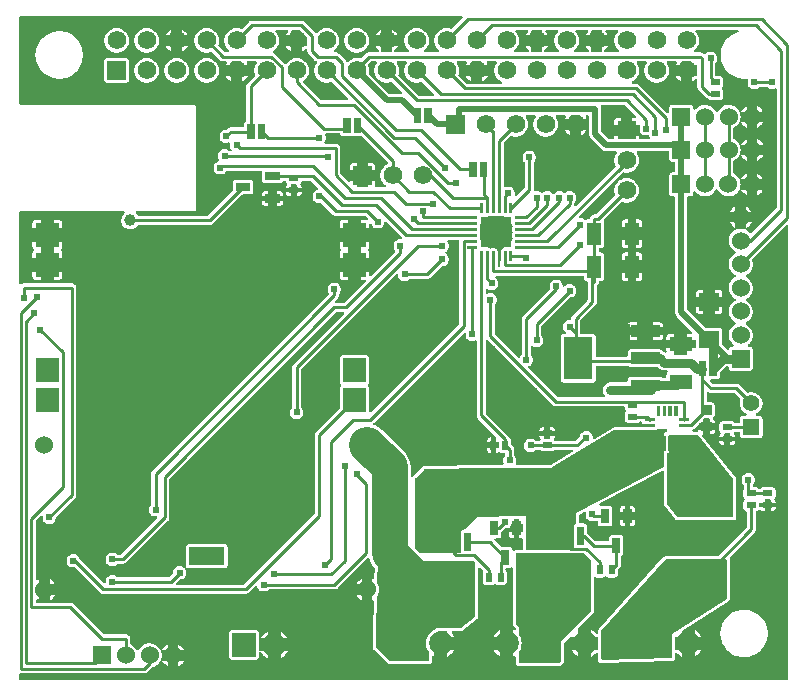
<source format=gbl>
G04 Layer: BottomLayer*
G04 EasyEDA v6.4.25, 2021-09-19T11:37:02+02:00*
G04 64e9d69745c74d7bbaee3c671462624f,10*
G04 Gerber Generator version 0.2*
G04 Scale: 100 percent, Rotated: No, Reflected: No *
G04 Dimensions in inches *
G04 leading zeros omitted , absolute positions ,3 integer and 6 decimal *
%FSLAX36Y36*%
%MOIN*%

%ADD10C,0.0100*%
%ADD11C,0.0102*%
%ADD12C,0.1200*%
%ADD13C,0.0300*%
%ADD14C,0.0200*%
%ADD16C,0.0240*%
%ADD17C,0.0240*%
%ADD23R,0.0680X0.0585*%
%ADD35C,0.0620*%
%ADD36R,0.0620X0.0620*%
%ADD37C,0.0600*%
%ADD38R,0.0600X0.0600*%
%ADD39R,0.0551X0.0551*%
%ADD40C,0.0551*%
%ADD42C,0.0787*%
%ADD43C,0.0394*%
%ADD44C,0.1600*%
%ADD55R,0.0972X0.1417*%

%LPD*%
G36*
X408040Y1450200D02*
G01*
X406460Y1450520D01*
X405140Y1451440D01*
X404300Y1452800D01*
X404040Y1454379D01*
X404440Y1455920D01*
X405400Y1457200D01*
X409060Y1460420D01*
X412620Y1464480D01*
X415620Y1468959D01*
X418000Y1473779D01*
X419720Y1478880D01*
X420780Y1484180D01*
X421140Y1489540D01*
X420780Y1494920D01*
X419720Y1500220D01*
X418000Y1505320D01*
X415620Y1510140D01*
X412620Y1514620D01*
X409520Y1518160D01*
X408760Y1519480D01*
X408519Y1520980D01*
X408880Y1522460D01*
X409760Y1523680D01*
X411040Y1524520D01*
X412520Y1524800D01*
X447360Y1524800D01*
X448840Y1524520D01*
X450120Y1523680D01*
X451000Y1522460D01*
X451360Y1520980D01*
X451120Y1519480D01*
X450360Y1518160D01*
X447260Y1514620D01*
X444260Y1510140D01*
X442980Y1507540D01*
X461940Y1507540D01*
X461940Y1520800D01*
X462239Y1522340D01*
X463120Y1523620D01*
X464420Y1524500D01*
X465940Y1524800D01*
X493940Y1524800D01*
X495480Y1524500D01*
X496760Y1523620D01*
X497640Y1522340D01*
X497939Y1520800D01*
X497939Y1507540D01*
X516900Y1507540D01*
X515620Y1510140D01*
X512620Y1514620D01*
X509520Y1518160D01*
X508760Y1519480D01*
X508519Y1520980D01*
X508880Y1522460D01*
X509760Y1523680D01*
X511040Y1524520D01*
X512520Y1524800D01*
X547360Y1524800D01*
X548840Y1524520D01*
X550120Y1523680D01*
X551000Y1522460D01*
X551360Y1520980D01*
X551120Y1519480D01*
X550360Y1518160D01*
X547260Y1514620D01*
X544260Y1510140D01*
X541880Y1505320D01*
X540160Y1500220D01*
X539100Y1494920D01*
X538740Y1489540D01*
X539100Y1484180D01*
X540160Y1478880D01*
X541880Y1473779D01*
X544260Y1468959D01*
X547260Y1464480D01*
X550820Y1460420D01*
X554480Y1457200D01*
X555460Y1455920D01*
X555840Y1454379D01*
X555580Y1452800D01*
X554740Y1451440D01*
X553420Y1450520D01*
X551840Y1450200D01*
X508040Y1450200D01*
X506460Y1450520D01*
X505140Y1451440D01*
X504300Y1452800D01*
X504040Y1454379D01*
X504440Y1455920D01*
X505400Y1457200D01*
X509060Y1460420D01*
X512620Y1464480D01*
X515620Y1468959D01*
X516900Y1471540D01*
X497939Y1471540D01*
X497939Y1454199D01*
X497640Y1452660D01*
X496760Y1451380D01*
X495480Y1450500D01*
X493940Y1450200D01*
X465940Y1450200D01*
X464420Y1450500D01*
X463120Y1451380D01*
X462239Y1452660D01*
X461940Y1454199D01*
X461940Y1471540D01*
X442980Y1471540D01*
X444260Y1468959D01*
X447260Y1464480D01*
X450820Y1460420D01*
X454480Y1457200D01*
X455460Y1455920D01*
X455840Y1454379D01*
X455580Y1452800D01*
X454739Y1451440D01*
X453420Y1450520D01*
X451840Y1450200D01*
G37*

%LPD*%
G36*
X208039Y1450200D02*
G01*
X206460Y1450520D01*
X205140Y1451440D01*
X204300Y1452800D01*
X204040Y1454379D01*
X204440Y1455920D01*
X205400Y1457200D01*
X209060Y1460420D01*
X212620Y1464480D01*
X215620Y1468959D01*
X218000Y1473779D01*
X219720Y1478880D01*
X220780Y1484180D01*
X221140Y1489540D01*
X220780Y1494920D01*
X219720Y1500220D01*
X218000Y1505320D01*
X215620Y1510140D01*
X212620Y1514620D01*
X209520Y1518160D01*
X208760Y1519480D01*
X208520Y1520980D01*
X208880Y1522460D01*
X209760Y1523680D01*
X211040Y1524520D01*
X212520Y1524800D01*
X247360Y1524800D01*
X248840Y1524520D01*
X250120Y1523680D01*
X251000Y1522460D01*
X251360Y1520980D01*
X251119Y1519480D01*
X250360Y1518160D01*
X247260Y1514620D01*
X244259Y1510140D01*
X242979Y1507540D01*
X261940Y1507540D01*
X261940Y1520800D01*
X262240Y1522340D01*
X263120Y1523620D01*
X264420Y1524500D01*
X265940Y1524800D01*
X293940Y1524800D01*
X295480Y1524500D01*
X296760Y1523620D01*
X297640Y1522340D01*
X297940Y1520800D01*
X297940Y1507540D01*
X316900Y1507540D01*
X315620Y1510140D01*
X312620Y1514620D01*
X309520Y1518160D01*
X308760Y1519480D01*
X308520Y1520980D01*
X308880Y1522460D01*
X309760Y1523680D01*
X311040Y1524520D01*
X312520Y1524800D01*
X347360Y1524800D01*
X348840Y1524520D01*
X350120Y1523680D01*
X351000Y1522460D01*
X351360Y1520980D01*
X351120Y1519480D01*
X350360Y1518160D01*
X347260Y1514620D01*
X344260Y1510140D01*
X341880Y1505320D01*
X340160Y1500220D01*
X339099Y1494920D01*
X338740Y1489540D01*
X339099Y1484180D01*
X340160Y1478880D01*
X341880Y1473779D01*
X344260Y1468959D01*
X347260Y1464480D01*
X350820Y1460420D01*
X354480Y1457200D01*
X355460Y1455920D01*
X355840Y1454379D01*
X355580Y1452800D01*
X354739Y1451440D01*
X353420Y1450520D01*
X351840Y1450200D01*
X308040Y1450200D01*
X306460Y1450520D01*
X305140Y1451440D01*
X304300Y1452800D01*
X304040Y1454379D01*
X304440Y1455920D01*
X305400Y1457200D01*
X309060Y1460420D01*
X312620Y1464480D01*
X315620Y1468959D01*
X316900Y1471540D01*
X297940Y1471540D01*
X297940Y1454199D01*
X297640Y1452660D01*
X296760Y1451380D01*
X295480Y1450500D01*
X293940Y1450200D01*
X265940Y1450200D01*
X264420Y1450500D01*
X263120Y1451380D01*
X262240Y1452660D01*
X261940Y1454199D01*
X261940Y1471540D01*
X242979Y1471540D01*
X244259Y1468959D01*
X247260Y1464480D01*
X250820Y1460420D01*
X254480Y1457200D01*
X255460Y1455920D01*
X255840Y1454379D01*
X255580Y1452800D01*
X254740Y1451440D01*
X253420Y1450520D01*
X251840Y1450200D01*
G37*

%LPD*%
G36*
X47440Y1345200D02*
G01*
X45920Y1345500D01*
X44620Y1346380D01*
X19560Y1371440D01*
X18720Y1372640D01*
X18380Y1374079D01*
X18600Y1375540D01*
X19720Y1378880D01*
X20780Y1384180D01*
X21140Y1389540D01*
X20780Y1394920D01*
X19720Y1400220D01*
X18000Y1405320D01*
X15620Y1410140D01*
X13320Y1413580D01*
X12700Y1415180D01*
X12800Y1416879D01*
X13600Y1418400D01*
X14980Y1419440D01*
X16640Y1419800D01*
X43240Y1419800D01*
X44920Y1419440D01*
X46280Y1418400D01*
X47080Y1416879D01*
X47180Y1415180D01*
X46560Y1413580D01*
X44260Y1410140D01*
X42980Y1407540D01*
X61940Y1407540D01*
X61940Y1415800D01*
X62240Y1417340D01*
X63120Y1418620D01*
X64420Y1419500D01*
X65940Y1419800D01*
X93940Y1419800D01*
X95480Y1419500D01*
X96760Y1418620D01*
X97640Y1417340D01*
X97940Y1415800D01*
X97940Y1407540D01*
X116900Y1407540D01*
X115620Y1410140D01*
X113320Y1413580D01*
X112700Y1415180D01*
X112800Y1416879D01*
X113600Y1418400D01*
X114980Y1419440D01*
X116640Y1419800D01*
X143240Y1419800D01*
X144920Y1419440D01*
X146280Y1418400D01*
X147080Y1416879D01*
X147180Y1415180D01*
X146560Y1413580D01*
X144260Y1410140D01*
X141880Y1405320D01*
X140160Y1400220D01*
X139100Y1394920D01*
X138740Y1389540D01*
X139100Y1384180D01*
X140160Y1378880D01*
X141880Y1373779D01*
X144260Y1368959D01*
X147260Y1364480D01*
X150820Y1360420D01*
X154860Y1356879D01*
X159340Y1353880D01*
X161560Y1352780D01*
X162940Y1351660D01*
X163700Y1350060D01*
X163680Y1348300D01*
X162900Y1346699D01*
X161520Y1345600D01*
X159780Y1345200D01*
X100100Y1345200D01*
X98360Y1345600D01*
X96980Y1346699D01*
X96760Y1346380D01*
X95480Y1345500D01*
X93940Y1345200D01*
X65940Y1345200D01*
X64420Y1345500D01*
X63120Y1346380D01*
X62900Y1346699D01*
X61520Y1345600D01*
X59780Y1345200D01*
G37*

%LPC*%
G36*
X61940Y1352480D02*
G01*
X61940Y1371540D01*
X42980Y1371540D01*
X44260Y1368959D01*
X47260Y1364480D01*
X50820Y1360420D01*
X54860Y1356879D01*
X59340Y1353880D01*
X61560Y1352780D01*
G37*
G36*
X97940Y1352480D02*
G01*
X98320Y1352780D01*
X100540Y1353880D01*
X105020Y1356879D01*
X109060Y1360420D01*
X112620Y1364480D01*
X115620Y1368959D01*
X116900Y1371540D01*
X97940Y1371540D01*
G37*

%LPD*%
G36*
X-210460Y1310200D02*
G01*
X-211980Y1310500D01*
X-213280Y1311380D01*
X-278840Y1376940D01*
X-279600Y1378000D01*
X-279980Y1379240D01*
X-279940Y1380540D01*
X-279220Y1384180D01*
X-278860Y1389540D01*
X-279220Y1394920D01*
X-280280Y1400220D01*
X-282000Y1405320D01*
X-282780Y1406900D01*
X-283200Y1408480D01*
X-282920Y1410120D01*
X-282020Y1411500D01*
X-274880Y1418620D01*
X-273580Y1419500D01*
X-272060Y1419800D01*
X-256759Y1419800D01*
X-255080Y1419440D01*
X-253720Y1418400D01*
X-252920Y1416879D01*
X-252820Y1415180D01*
X-253440Y1413580D01*
X-255740Y1410140D01*
X-258120Y1405320D01*
X-259840Y1400220D01*
X-260900Y1394920D01*
X-261260Y1389540D01*
X-260900Y1384180D01*
X-259840Y1378880D01*
X-258120Y1373779D01*
X-255740Y1368959D01*
X-252740Y1364480D01*
X-249180Y1360420D01*
X-245140Y1356879D01*
X-240660Y1353880D01*
X-235820Y1351500D01*
X-230720Y1349760D01*
X-225440Y1348720D01*
X-220060Y1348360D01*
X-214680Y1348720D01*
X-209400Y1349760D01*
X-206060Y1350900D01*
X-204600Y1351100D01*
X-203160Y1350760D01*
X-201940Y1349940D01*
X-169040Y1317020D01*
X-168160Y1315740D01*
X-167860Y1314199D01*
X-168160Y1312660D01*
X-169040Y1311380D01*
X-170340Y1310500D01*
X-171860Y1310200D01*
G37*

%LPD*%
G36*
X-112560Y1305200D02*
G01*
X-114080Y1305500D01*
X-115380Y1306380D01*
X-180440Y1371440D01*
X-181280Y1372640D01*
X-181620Y1374079D01*
X-181400Y1375540D01*
X-180280Y1378880D01*
X-179220Y1384180D01*
X-178860Y1389540D01*
X-179220Y1394920D01*
X-180280Y1400220D01*
X-182000Y1405320D01*
X-184380Y1410140D01*
X-186680Y1413580D01*
X-187300Y1415180D01*
X-187200Y1416879D01*
X-186400Y1418400D01*
X-185020Y1419440D01*
X-183359Y1419800D01*
X-156760Y1419800D01*
X-155080Y1419440D01*
X-153720Y1418400D01*
X-152920Y1416879D01*
X-152820Y1415180D01*
X-153440Y1413580D01*
X-155740Y1410140D01*
X-158120Y1405320D01*
X-159840Y1400220D01*
X-160900Y1394920D01*
X-161260Y1389540D01*
X-160900Y1384180D01*
X-159840Y1378880D01*
X-158120Y1373779D01*
X-155740Y1368959D01*
X-152740Y1364480D01*
X-149180Y1360420D01*
X-145140Y1356879D01*
X-140660Y1353880D01*
X-135820Y1351500D01*
X-130719Y1349760D01*
X-125440Y1348720D01*
X-120060Y1348360D01*
X-114680Y1348720D01*
X-109400Y1349760D01*
X-106060Y1350900D01*
X-104600Y1351100D01*
X-103160Y1350760D01*
X-101940Y1349940D01*
X-64040Y1312020D01*
X-63160Y1310740D01*
X-62859Y1309199D01*
X-63160Y1307660D01*
X-64040Y1306380D01*
X-65340Y1305500D01*
X-66860Y1305200D01*
G37*

%LPD*%
G36*
X-437020Y1290200D02*
G01*
X-438560Y1290500D01*
X-439860Y1291380D01*
X-497760Y1349259D01*
X-498700Y1350760D01*
X-498900Y1352500D01*
X-498360Y1354160D01*
X-497140Y1355420D01*
X-494980Y1356879D01*
X-490940Y1360420D01*
X-487380Y1364480D01*
X-484380Y1368959D01*
X-482000Y1373779D01*
X-480280Y1378880D01*
X-479219Y1384180D01*
X-478860Y1389540D01*
X-479219Y1394920D01*
X-480280Y1400220D01*
X-482000Y1405320D01*
X-484380Y1410140D01*
X-487380Y1414620D01*
X-490940Y1418680D01*
X-494980Y1422220D01*
X-499460Y1425220D01*
X-504300Y1427600D01*
X-509400Y1429340D01*
X-514680Y1430380D01*
X-520060Y1430740D01*
X-525440Y1430380D01*
X-530720Y1429340D01*
X-535820Y1427600D01*
X-540660Y1425220D01*
X-545140Y1422220D01*
X-549180Y1418680D01*
X-552740Y1414620D01*
X-554180Y1412460D01*
X-555460Y1411260D01*
X-557120Y1410700D01*
X-558860Y1410920D01*
X-560340Y1411860D01*
X-594100Y1445600D01*
X-596540Y1447620D01*
X-597480Y1448120D01*
X-598740Y1449180D01*
X-599460Y1450640D01*
X-599540Y1452280D01*
X-598960Y1453800D01*
X-597820Y1454980D01*
X-594980Y1456879D01*
X-590940Y1460420D01*
X-587380Y1464480D01*
X-584380Y1468959D01*
X-582000Y1473779D01*
X-580280Y1478880D01*
X-579220Y1484180D01*
X-578860Y1489540D01*
X-579220Y1494920D01*
X-580280Y1500220D01*
X-582000Y1505320D01*
X-584380Y1510140D01*
X-587380Y1514620D01*
X-590480Y1518160D01*
X-591240Y1519480D01*
X-591480Y1520980D01*
X-591120Y1522460D01*
X-590240Y1523680D01*
X-588960Y1524520D01*
X-587480Y1524800D01*
X-552640Y1524800D01*
X-551160Y1524520D01*
X-549880Y1523680D01*
X-549000Y1522460D01*
X-548640Y1520980D01*
X-548880Y1519480D01*
X-549640Y1518160D01*
X-552740Y1514620D01*
X-555740Y1510140D01*
X-557020Y1507540D01*
X-538060Y1507540D01*
X-538060Y1520800D01*
X-537760Y1522340D01*
X-536880Y1523620D01*
X-535580Y1524500D01*
X-534060Y1524800D01*
X-512939Y1524800D01*
X-511400Y1524500D01*
X-510100Y1523620D01*
X-503240Y1516759D01*
X-502360Y1515460D01*
X-502060Y1513920D01*
X-502060Y1507540D01*
X-495680Y1507540D01*
X-494159Y1507240D01*
X-492860Y1506380D01*
X-486360Y1499880D01*
X-485480Y1498580D01*
X-485180Y1497040D01*
X-485180Y1475540D01*
X-485480Y1474019D01*
X-486360Y1472720D01*
X-487640Y1471860D01*
X-489180Y1471540D01*
X-502060Y1471540D01*
X-502060Y1452600D01*
X-499460Y1453880D01*
X-494980Y1456879D01*
X-491820Y1459640D01*
X-490500Y1460420D01*
X-489000Y1460640D01*
X-487520Y1460280D01*
X-486300Y1459400D01*
X-485460Y1458120D01*
X-485180Y1456639D01*
X-485180Y1455200D01*
X-484860Y1452040D01*
X-484000Y1449199D01*
X-482600Y1446560D01*
X-480580Y1444120D01*
X-460860Y1424400D01*
X-458420Y1422380D01*
X-455780Y1420980D01*
X-454880Y1420700D01*
X-453579Y1420020D01*
X-452600Y1418899D01*
X-452100Y1417500D01*
X-452140Y1416020D01*
X-452720Y1414660D01*
X-455740Y1410140D01*
X-458120Y1405320D01*
X-459840Y1400220D01*
X-460900Y1394920D01*
X-461260Y1389540D01*
X-460900Y1384180D01*
X-459840Y1378880D01*
X-458120Y1373779D01*
X-455740Y1368959D01*
X-452740Y1364480D01*
X-449180Y1360420D01*
X-445140Y1356879D01*
X-440660Y1353880D01*
X-435820Y1351500D01*
X-430720Y1349760D01*
X-425439Y1348720D01*
X-420060Y1348360D01*
X-414680Y1348720D01*
X-409400Y1349760D01*
X-406040Y1350900D01*
X-404580Y1351120D01*
X-403140Y1350780D01*
X-401920Y1349940D01*
X-349000Y1297020D01*
X-348140Y1295740D01*
X-347840Y1294199D01*
X-348140Y1292660D01*
X-349000Y1291380D01*
X-350300Y1290500D01*
X-351840Y1290200D01*
G37*

%LPC*%
G36*
X-538060Y1452600D02*
G01*
X-538060Y1471540D01*
X-557020Y1471540D01*
X-555740Y1468959D01*
X-552740Y1464480D01*
X-549180Y1460420D01*
X-545140Y1456879D01*
X-540660Y1453880D01*
G37*

%LPD*%
G36*
X522540Y1160200D02*
G01*
X521019Y1160500D01*
X519720Y1161380D01*
X496400Y1184700D01*
X495520Y1186000D01*
X495220Y1187520D01*
X495220Y1259820D01*
X494900Y1263500D01*
X493980Y1266900D01*
X492960Y1269100D01*
X492580Y1270660D01*
X492840Y1272240D01*
X493700Y1273580D01*
X495020Y1274480D01*
X496580Y1274800D01*
X572060Y1274800D01*
X573600Y1274500D01*
X574900Y1273620D01*
X610500Y1238020D01*
X611360Y1236740D01*
X611660Y1235200D01*
X611360Y1233660D01*
X610500Y1232380D01*
X609200Y1231500D01*
X607660Y1231200D01*
X597820Y1231200D01*
X597820Y1208000D01*
X620380Y1208000D01*
X621820Y1207740D01*
X623060Y1206980D01*
X623960Y1205820D01*
X624360Y1204420D01*
X624260Y1202960D01*
X623140Y1198840D01*
X622800Y1195000D01*
X623140Y1191140D01*
X624140Y1187420D01*
X625780Y1183920D01*
X628080Y1180640D01*
X630720Y1178000D01*
X633900Y1175780D01*
X637400Y1174160D01*
X641140Y1173160D01*
X645000Y1172820D01*
X648840Y1173160D01*
X650000Y1173460D01*
X651380Y1173580D01*
X652740Y1173220D01*
X653860Y1172420D01*
X654659Y1171300D01*
X655780Y1168900D01*
X657460Y1166500D01*
X658120Y1164900D01*
X658060Y1163160D01*
X657260Y1161620D01*
X655879Y1160580D01*
X654200Y1160200D01*
X625020Y1160200D01*
X623480Y1160500D01*
X622200Y1161380D01*
X621320Y1162660D01*
X621020Y1164200D01*
X621020Y1172000D01*
X597820Y1172000D01*
X597820Y1164200D01*
X597520Y1162660D01*
X596640Y1161380D01*
X595360Y1160500D01*
X593820Y1160200D01*
X565820Y1160200D01*
X564280Y1160500D01*
X563000Y1161380D01*
X562120Y1162660D01*
X561820Y1164200D01*
X561820Y1172000D01*
X538620Y1172000D01*
X538620Y1164200D01*
X538320Y1162660D01*
X537440Y1161380D01*
X536160Y1160500D01*
X534620Y1160200D01*
G37*

%LPC*%
G36*
X538620Y1208000D02*
G01*
X561820Y1208000D01*
X561820Y1231200D01*
X549040Y1231200D01*
X546560Y1230920D01*
X544400Y1230160D01*
X542480Y1228960D01*
X540860Y1227340D01*
X539660Y1225420D01*
X538900Y1223260D01*
X538620Y1220780D01*
G37*

%LPD*%
G36*
X-313980Y1000200D02*
G01*
X-315520Y1000500D01*
X-316800Y1001380D01*
X-317680Y1002660D01*
X-317980Y1004200D01*
X-317980Y1022000D01*
X-341200Y1022000D01*
X-341599Y1020560D01*
X-342520Y1019360D01*
X-343820Y1018600D01*
X-345300Y1018360D01*
X-346760Y1018680D01*
X-348000Y1019520D01*
X-373600Y1045120D01*
X-374480Y1046420D01*
X-374780Y1047960D01*
X-374780Y1129800D01*
X-375100Y1132960D01*
X-375959Y1135800D01*
X-377360Y1138440D01*
X-379240Y1140740D01*
X-381540Y1142620D01*
X-384180Y1144020D01*
X-387020Y1144880D01*
X-390180Y1145200D01*
X-424219Y1145200D01*
X-425900Y1145580D01*
X-427280Y1146620D01*
X-428080Y1148160D01*
X-428140Y1149900D01*
X-427480Y1151500D01*
X-425800Y1153900D01*
X-424159Y1157420D01*
X-423160Y1161140D01*
X-422819Y1165000D01*
X-423160Y1168860D01*
X-424159Y1172580D01*
X-424880Y1174100D01*
X-425240Y1175660D01*
X-424980Y1177240D01*
X-424120Y1178580D01*
X-422819Y1179480D01*
X-421240Y1179800D01*
X-378960Y1179800D01*
X-377360Y1179460D01*
X-376019Y1178520D01*
X-375180Y1177120D01*
X-374640Y1175580D01*
X-373440Y1173660D01*
X-371820Y1172040D01*
X-369900Y1170840D01*
X-367740Y1170080D01*
X-365260Y1169800D01*
X-340700Y1169800D01*
X-338220Y1170080D01*
X-336300Y1170760D01*
X-334980Y1170980D01*
X-333660Y1170760D01*
X-331740Y1170080D01*
X-329260Y1169800D01*
X-304960Y1169800D01*
X-303440Y1169500D01*
X-302140Y1168620D01*
X-216900Y1083380D01*
X-216040Y1082140D01*
X-215720Y1080660D01*
X-215960Y1079180D01*
X-216740Y1077880D01*
X-217940Y1076960D01*
X-220580Y1075680D01*
X-225060Y1072680D01*
X-229100Y1069120D01*
X-232659Y1065080D01*
X-235660Y1060600D01*
X-238039Y1055760D01*
X-239760Y1050660D01*
X-240820Y1045380D01*
X-241180Y1040000D01*
X-240820Y1034620D01*
X-239760Y1029340D01*
X-238039Y1024240D01*
X-235660Y1019400D01*
X-232659Y1014920D01*
X-229100Y1010879D01*
X-224920Y1007200D01*
X-223960Y1005920D01*
X-223560Y1004380D01*
X-223820Y1002800D01*
X-224680Y1001440D01*
X-226000Y1000520D01*
X-227560Y1000200D01*
X-255700Y1000200D01*
X-257200Y1000480D01*
X-258480Y1001300D01*
X-259360Y1002540D01*
X-259700Y1004020D01*
X-259480Y1005520D01*
X-259060Y1006740D01*
X-258780Y1009220D01*
X-258780Y1022000D01*
X-281980Y1022000D01*
X-281980Y1004200D01*
X-282280Y1002660D01*
X-283160Y1001380D01*
X-284440Y1000500D01*
X-285980Y1000200D01*
G37*

%LPC*%
G36*
X-281980Y1058000D02*
G01*
X-258780Y1058000D01*
X-258780Y1070780D01*
X-259060Y1073260D01*
X-259820Y1075420D01*
X-261020Y1077340D01*
X-262640Y1078960D01*
X-264560Y1080160D01*
X-266720Y1080920D01*
X-269200Y1081200D01*
X-281980Y1081200D01*
G37*
G36*
X-341180Y1058000D02*
G01*
X-317980Y1058000D01*
X-317980Y1081200D01*
X-330760Y1081200D01*
X-333240Y1080920D01*
X-335400Y1080160D01*
X-337320Y1078960D01*
X-338940Y1077340D01*
X-340140Y1075420D01*
X-340900Y1073260D01*
X-341180Y1070780D01*
G37*

%LPD*%
G36*
X408660Y937099D02*
G01*
X407080Y937500D01*
X405780Y938480D01*
X405000Y939900D01*
X404820Y941520D01*
X405220Y945200D01*
X405220Y947320D01*
X405520Y948840D01*
X406400Y950140D01*
X406980Y950740D01*
X409200Y953900D01*
X410840Y957420D01*
X411840Y961140D01*
X412180Y965000D01*
X411840Y968860D01*
X410840Y972580D01*
X409200Y976100D01*
X406980Y979260D01*
X404260Y982000D01*
X401079Y984220D01*
X397580Y985840D01*
X393840Y986840D01*
X390000Y987180D01*
X386140Y986840D01*
X382400Y985840D01*
X378900Y984220D01*
X374020Y980720D01*
X372500Y980420D01*
X370959Y980720D01*
X366079Y984220D01*
X362580Y985840D01*
X358840Y986840D01*
X355000Y987180D01*
X351140Y986840D01*
X347400Y985840D01*
X343900Y984220D01*
X340720Y982000D01*
X337819Y979080D01*
X336520Y978220D01*
X335000Y977920D01*
X333459Y978220D01*
X332160Y979080D01*
X329260Y982000D01*
X326079Y984220D01*
X322580Y985840D01*
X318840Y986840D01*
X315000Y987180D01*
X311140Y986840D01*
X307400Y985840D01*
X303900Y984220D01*
X299020Y980720D01*
X297500Y980420D01*
X295960Y980720D01*
X291080Y984220D01*
X287580Y985840D01*
X283840Y986840D01*
X280000Y987180D01*
X276140Y986840D01*
X275180Y986580D01*
X273640Y986480D01*
X272180Y986960D01*
X271020Y987960D01*
X270300Y989320D01*
X270200Y991160D01*
X270200Y1082280D01*
X270500Y1083820D01*
X271360Y1085120D01*
X271980Y1085740D01*
X274200Y1088900D01*
X275840Y1092420D01*
X276840Y1096140D01*
X277180Y1100000D01*
X276840Y1103860D01*
X275840Y1107580D01*
X274200Y1111100D01*
X271980Y1114260D01*
X269260Y1117000D01*
X266080Y1119220D01*
X262580Y1120840D01*
X258840Y1121840D01*
X255000Y1122180D01*
X251140Y1121840D01*
X247399Y1120840D01*
X243900Y1119220D01*
X240720Y1117000D01*
X238000Y1114260D01*
X235780Y1111100D01*
X234140Y1107580D01*
X233140Y1103860D01*
X232800Y1100000D01*
X233140Y1096140D01*
X234140Y1092420D01*
X235780Y1088900D01*
X238000Y1085740D01*
X238619Y1085120D01*
X239480Y1083820D01*
X239800Y1082280D01*
X239800Y998920D01*
X239480Y997380D01*
X238619Y996080D01*
X213080Y970540D01*
X211600Y969599D01*
X209899Y969380D01*
X208240Y969900D01*
X206960Y971080D01*
X206300Y972680D01*
X206380Y974400D01*
X206840Y976140D01*
X207180Y980000D01*
X206840Y983860D01*
X205840Y987600D01*
X204200Y991100D01*
X202000Y994260D01*
X199259Y997000D01*
X196080Y999220D01*
X192580Y1000860D01*
X188840Y1001860D01*
X185000Y1002200D01*
X181140Y1001860D01*
X177399Y1000860D01*
X175620Y1000020D01*
X174080Y999659D01*
X172500Y999920D01*
X171160Y1000780D01*
X170260Y1002099D01*
X169940Y1003660D01*
X169940Y1146800D01*
X170240Y1148320D01*
X171100Y1149620D01*
X191820Y1170340D01*
X193039Y1171180D01*
X194480Y1171520D01*
X195940Y1171300D01*
X199160Y1170220D01*
X204440Y1169160D01*
X209820Y1168800D01*
X215200Y1169160D01*
X220479Y1170220D01*
X225580Y1171940D01*
X230420Y1174320D01*
X234899Y1177320D01*
X238939Y1180880D01*
X242500Y1184920D01*
X245500Y1189400D01*
X247880Y1194240D01*
X249600Y1199340D01*
X250660Y1204620D01*
X251020Y1210000D01*
X250660Y1215380D01*
X249600Y1220660D01*
X247880Y1225760D01*
X245500Y1230600D01*
X243500Y1233580D01*
X242880Y1235180D01*
X242979Y1236880D01*
X243780Y1238400D01*
X245159Y1239440D01*
X246820Y1239800D01*
X272820Y1239800D01*
X274480Y1239440D01*
X275860Y1238400D01*
X276660Y1236880D01*
X276760Y1235180D01*
X276140Y1233580D01*
X274140Y1230600D01*
X271760Y1225760D01*
X270040Y1220660D01*
X268980Y1215380D01*
X268620Y1210000D01*
X268980Y1204620D01*
X270040Y1199340D01*
X271760Y1194240D01*
X274140Y1189400D01*
X277140Y1184920D01*
X280700Y1180880D01*
X284740Y1177320D01*
X289220Y1174320D01*
X294060Y1171940D01*
X299160Y1170220D01*
X304440Y1169160D01*
X309820Y1168800D01*
X315200Y1169160D01*
X320480Y1170220D01*
X325580Y1171940D01*
X330420Y1174320D01*
X334900Y1177320D01*
X338940Y1180880D01*
X342500Y1184920D01*
X345500Y1189400D01*
X347879Y1194240D01*
X349600Y1199340D01*
X350660Y1204620D01*
X351019Y1210000D01*
X350660Y1215380D01*
X349600Y1220660D01*
X347879Y1225760D01*
X345500Y1230600D01*
X343500Y1233580D01*
X342879Y1235180D01*
X342980Y1236880D01*
X343780Y1238400D01*
X345160Y1239440D01*
X346820Y1239800D01*
X372819Y1239800D01*
X374480Y1239440D01*
X375860Y1238400D01*
X376659Y1236880D01*
X376760Y1235180D01*
X376140Y1233580D01*
X374140Y1230600D01*
X372860Y1228000D01*
X391820Y1228000D01*
X391820Y1235800D01*
X392120Y1237340D01*
X393000Y1238620D01*
X394280Y1239500D01*
X395820Y1239800D01*
X423820Y1239800D01*
X425360Y1239500D01*
X426640Y1238620D01*
X427520Y1237340D01*
X427819Y1235800D01*
X427819Y1228000D01*
X446780Y1228000D01*
X445500Y1230600D01*
X443500Y1233580D01*
X442879Y1235180D01*
X442980Y1236880D01*
X443780Y1238400D01*
X445160Y1239440D01*
X446820Y1239800D01*
X450820Y1239800D01*
X452360Y1239500D01*
X453640Y1238620D01*
X454520Y1237340D01*
X454820Y1235800D01*
X454820Y1228840D01*
X454420Y1227100D01*
X453900Y1226440D01*
X454520Y1225540D01*
X454820Y1224000D01*
X454820Y1196000D01*
X454520Y1194460D01*
X453900Y1193560D01*
X454420Y1192900D01*
X454820Y1191160D01*
X454820Y1177580D01*
X454900Y1175740D01*
X455140Y1174000D01*
X455520Y1172280D01*
X456040Y1170600D01*
X456719Y1168960D01*
X457520Y1167400D01*
X458480Y1165920D01*
X459540Y1164520D01*
X460800Y1163160D01*
X498180Y1125780D01*
X499540Y1124520D01*
X500940Y1123460D01*
X502420Y1122500D01*
X503980Y1121700D01*
X505620Y1121020D01*
X507299Y1120500D01*
X509020Y1120120D01*
X510760Y1119880D01*
X512600Y1119800D01*
X542820Y1119800D01*
X544480Y1119440D01*
X545860Y1118400D01*
X546660Y1116880D01*
X546760Y1115180D01*
X546140Y1113580D01*
X544140Y1110600D01*
X541760Y1105760D01*
X540040Y1100660D01*
X538980Y1095380D01*
X538620Y1090000D01*
X538980Y1084620D01*
X540040Y1079340D01*
X541760Y1074240D01*
X542420Y1072900D01*
X542840Y1071300D01*
X542560Y1069680D01*
X541660Y1068300D01*
X411640Y938280D01*
X410280Y937380D01*
G37*

%LPC*%
G36*
X391820Y1173040D02*
G01*
X391820Y1192000D01*
X372860Y1192000D01*
X374140Y1189400D01*
X377140Y1184920D01*
X380700Y1180880D01*
X384739Y1177320D01*
X389219Y1174320D01*
G37*
G36*
X427819Y1173040D02*
G01*
X430420Y1174320D01*
X434900Y1177320D01*
X438940Y1180880D01*
X442500Y1184920D01*
X445500Y1189400D01*
X446780Y1192000D01*
X427819Y1192000D01*
G37*

%LPD*%
G36*
X154340Y735320D02*
G01*
X152800Y735620D01*
X151500Y736480D01*
X150640Y737780D01*
X150340Y739320D01*
X150340Y769800D01*
X150180Y771600D01*
X150180Y785780D01*
X149900Y788259D01*
X149140Y790420D01*
X147940Y792340D01*
X146320Y793960D01*
X144400Y795160D01*
X142240Y795920D01*
X139760Y796200D01*
X130200Y796200D01*
X127720Y795920D01*
X126460Y795480D01*
X125140Y795260D01*
X123820Y795480D01*
X122560Y795920D01*
X120879Y796100D01*
X119480Y796540D01*
X118340Y797420D01*
X117579Y798660D01*
X117320Y800080D01*
X117320Y822500D01*
X94900Y822500D01*
X93480Y822760D01*
X92240Y823520D01*
X91359Y824659D01*
X90920Y826060D01*
X90740Y827740D01*
X90300Y829000D01*
X90079Y830320D01*
X90300Y831640D01*
X90740Y832900D01*
X91020Y835380D01*
X91020Y844940D01*
X90740Y847420D01*
X90300Y848680D01*
X90079Y850000D01*
X90300Y851320D01*
X90740Y852580D01*
X91020Y855060D01*
X91020Y864620D01*
X90740Y867099D01*
X90300Y868360D01*
X90079Y869680D01*
X90300Y871000D01*
X90740Y872260D01*
X90920Y873940D01*
X91359Y875340D01*
X92240Y876480D01*
X93480Y877240D01*
X94900Y877500D01*
X117320Y877500D01*
X117320Y899920D01*
X117579Y901340D01*
X118340Y902580D01*
X119480Y903460D01*
X120879Y903900D01*
X122560Y904080D01*
X123820Y904520D01*
X125140Y904740D01*
X126460Y904520D01*
X127720Y904080D01*
X130200Y903800D01*
X139760Y903800D01*
X142240Y904080D01*
X143500Y904520D01*
X144820Y904740D01*
X146140Y904520D01*
X147400Y904080D01*
X149880Y903800D01*
X159440Y903800D01*
X161920Y904080D01*
X163180Y904520D01*
X164500Y904740D01*
X165820Y904520D01*
X167079Y904080D01*
X168760Y903900D01*
X170159Y903460D01*
X171300Y902580D01*
X172060Y901340D01*
X172320Y899920D01*
X172320Y877500D01*
X194740Y877500D01*
X196160Y877240D01*
X197399Y876480D01*
X198280Y875340D01*
X198720Y873940D01*
X198900Y872260D01*
X199340Y871000D01*
X199560Y869680D01*
X199340Y868360D01*
X198900Y867099D01*
X198619Y864620D01*
X198619Y855060D01*
X198900Y852580D01*
X199340Y851320D01*
X199560Y850000D01*
X199340Y848680D01*
X198900Y847420D01*
X198619Y844940D01*
X198619Y835380D01*
X198900Y832900D01*
X199340Y831640D01*
X199560Y830320D01*
X199340Y829000D01*
X198900Y827740D01*
X198720Y826060D01*
X198280Y824659D01*
X197399Y823520D01*
X196160Y822760D01*
X194740Y822500D01*
X172320Y822500D01*
X172320Y800080D01*
X172060Y798660D01*
X171300Y797420D01*
X170159Y796540D01*
X168760Y796100D01*
X167079Y795920D01*
X164940Y795160D01*
X163000Y793960D01*
X161400Y792340D01*
X160180Y790420D01*
X159440Y788280D01*
X159160Y785580D01*
X159160Y771500D01*
X159000Y769800D01*
X159000Y740200D01*
X158860Y738060D01*
X158040Y736640D01*
X156700Y735660D01*
X155060Y735320D01*
G37*

%LPD*%
G36*
X916540Y458800D02*
G01*
X914960Y459080D01*
X913620Y459960D01*
X900380Y473200D01*
X899520Y474500D01*
X899200Y476040D01*
X899200Y521320D01*
X898920Y523800D01*
X898180Y525960D01*
X896960Y527880D01*
X895360Y529500D01*
X893420Y530700D01*
X891280Y531460D01*
X888780Y531740D01*
X843500Y531740D01*
X841979Y532040D01*
X840680Y532900D01*
X783100Y590500D01*
X782220Y591800D01*
X781919Y593320D01*
X781919Y965800D01*
X782220Y967340D01*
X783100Y968620D01*
X784380Y969500D01*
X785920Y969800D01*
X791480Y969800D01*
X793980Y970080D01*
X796120Y970840D01*
X798060Y972039D01*
X799659Y973660D01*
X800879Y975580D01*
X801620Y977740D01*
X801919Y980220D01*
X801919Y982580D01*
X802240Y984180D01*
X803199Y985520D01*
X804599Y986360D01*
X806220Y986560D01*
X807800Y986100D01*
X809040Y985060D01*
X810639Y983040D01*
X814500Y979300D01*
X818820Y976120D01*
X823540Y973540D01*
X828540Y971620D01*
X833760Y970360D01*
X839100Y969840D01*
X844479Y970020D01*
X849760Y970900D01*
X854900Y972500D01*
X859760Y974760D01*
X864300Y977640D01*
X868400Y981100D01*
X872000Y985100D01*
X875040Y989520D01*
X876200Y991820D01*
X877260Y993139D01*
X878780Y993900D01*
X880480Y993960D01*
X882060Y993300D01*
X883199Y992060D01*
X886060Y987260D01*
X889380Y983040D01*
X893240Y979300D01*
X897560Y976120D01*
X902280Y973540D01*
X907280Y971620D01*
X912500Y970360D01*
X917840Y969840D01*
X923220Y970020D01*
X928500Y970900D01*
X933640Y972500D01*
X938500Y974760D01*
X943040Y977640D01*
X947140Y981100D01*
X950740Y985100D01*
X953780Y989520D01*
X954940Y991820D01*
X956000Y993139D01*
X957520Y993900D01*
X958199Y993920D01*
X957540Y994840D01*
X957200Y996320D01*
X957400Y997820D01*
X957960Y999380D01*
X959020Y1004640D01*
X959380Y1010000D01*
X959020Y1015360D01*
X957960Y1020620D01*
X957400Y1022180D01*
X957200Y1023680D01*
X957540Y1025160D01*
X958199Y1026080D01*
X957520Y1026100D01*
X956000Y1026860D01*
X954940Y1028180D01*
X953780Y1030480D01*
X950740Y1034900D01*
X947140Y1038900D01*
X943040Y1042360D01*
X938500Y1045240D01*
X937000Y1045939D01*
X935780Y1046820D01*
X934960Y1048100D01*
X934680Y1049580D01*
X934680Y1085340D01*
X934960Y1086820D01*
X935780Y1088100D01*
X937000Y1088980D01*
X938680Y1089760D01*
X943199Y1092640D01*
X947300Y1096100D01*
X950900Y1100100D01*
X953940Y1104520D01*
X955100Y1106820D01*
X956180Y1108140D01*
X957700Y1108900D01*
X958379Y1108920D01*
X957720Y1109840D01*
X957360Y1111320D01*
X957580Y1112820D01*
X958120Y1114380D01*
X959200Y1119640D01*
X959560Y1125000D01*
X959200Y1130360D01*
X958120Y1135620D01*
X957580Y1137180D01*
X957360Y1138680D01*
X957720Y1140160D01*
X958379Y1141080D01*
X957700Y1141100D01*
X956180Y1141860D01*
X955100Y1143180D01*
X953940Y1145480D01*
X950900Y1149900D01*
X947300Y1153900D01*
X943199Y1157360D01*
X938680Y1160240D01*
X937000Y1161020D01*
X935780Y1161900D01*
X934960Y1163180D01*
X934680Y1164660D01*
X934680Y1195420D01*
X934960Y1196900D01*
X935780Y1198160D01*
X937000Y1199040D01*
X938520Y1199760D01*
X943040Y1202640D01*
X947140Y1206100D01*
X950740Y1210100D01*
X953780Y1214520D01*
X954940Y1216820D01*
X956020Y1218140D01*
X957540Y1218900D01*
X958220Y1218920D01*
X957560Y1219840D01*
X957200Y1221320D01*
X957420Y1222820D01*
X957960Y1224380D01*
X959040Y1229640D01*
X959400Y1235000D01*
X959040Y1240360D01*
X957960Y1245620D01*
X957420Y1247180D01*
X957200Y1248680D01*
X957560Y1250160D01*
X958220Y1251080D01*
X957540Y1251100D01*
X956020Y1251860D01*
X954940Y1253180D01*
X953780Y1255480D01*
X950740Y1259900D01*
X947140Y1263900D01*
X943040Y1267360D01*
X938520Y1270240D01*
X933640Y1272500D01*
X928520Y1274100D01*
X923220Y1274980D01*
X917860Y1275160D01*
X912520Y1274640D01*
X907300Y1273380D01*
X902280Y1271460D01*
X897580Y1268880D01*
X893259Y1265700D01*
X889400Y1261960D01*
X886060Y1257740D01*
X883220Y1252940D01*
X882060Y1251700D01*
X880500Y1251040D01*
X878800Y1251100D01*
X877280Y1251860D01*
X876200Y1253180D01*
X875040Y1255480D01*
X872000Y1259900D01*
X868400Y1263900D01*
X864300Y1267360D01*
X859780Y1270240D01*
X854900Y1272500D01*
X849780Y1274100D01*
X844479Y1274980D01*
X839120Y1275160D01*
X833780Y1274640D01*
X828560Y1273380D01*
X823540Y1271460D01*
X818840Y1268880D01*
X814520Y1265700D01*
X810660Y1261960D01*
X809060Y1259940D01*
X807800Y1258900D01*
X806240Y1258440D01*
X804599Y1258640D01*
X803199Y1259480D01*
X802260Y1260820D01*
X801919Y1262420D01*
X801919Y1264780D01*
X801640Y1267260D01*
X800879Y1269420D01*
X799680Y1271340D01*
X798060Y1272960D01*
X796140Y1274160D01*
X793980Y1274920D01*
X791500Y1275200D01*
X731940Y1275200D01*
X729460Y1274920D01*
X727300Y1274160D01*
X725380Y1272960D01*
X723760Y1271340D01*
X722560Y1269420D01*
X721800Y1267260D01*
X721520Y1264780D01*
X721520Y1249620D01*
X721220Y1248100D01*
X720340Y1246800D01*
X719060Y1245920D01*
X717520Y1245620D01*
X715980Y1245920D01*
X714700Y1246800D01*
X620880Y1340600D01*
X618420Y1342620D01*
X615800Y1344019D01*
X612960Y1344880D01*
X609800Y1345200D01*
X600100Y1345200D01*
X598360Y1345600D01*
X596980Y1346699D01*
X596200Y1348300D01*
X596200Y1350060D01*
X596940Y1351660D01*
X598320Y1352780D01*
X600540Y1353880D01*
X605020Y1356879D01*
X609060Y1360420D01*
X612620Y1364480D01*
X615620Y1368959D01*
X618000Y1373779D01*
X619720Y1378880D01*
X620780Y1384180D01*
X621140Y1389540D01*
X620780Y1394920D01*
X619720Y1400220D01*
X618000Y1405320D01*
X615620Y1410140D01*
X613320Y1413580D01*
X612700Y1415180D01*
X612800Y1416879D01*
X613600Y1418400D01*
X614980Y1419440D01*
X616640Y1419800D01*
X643240Y1419800D01*
X644920Y1419440D01*
X646280Y1418400D01*
X647080Y1416879D01*
X647180Y1415180D01*
X646560Y1413580D01*
X644260Y1410140D01*
X641880Y1405320D01*
X640160Y1400220D01*
X639100Y1394920D01*
X638740Y1389540D01*
X639100Y1384180D01*
X640160Y1378880D01*
X641880Y1373779D01*
X644260Y1368959D01*
X647260Y1364480D01*
X650819Y1360420D01*
X654860Y1356879D01*
X659340Y1353880D01*
X664180Y1351500D01*
X669280Y1349760D01*
X674560Y1348720D01*
X679940Y1348360D01*
X685320Y1348720D01*
X690600Y1349760D01*
X695699Y1351500D01*
X700540Y1353880D01*
X705020Y1356879D01*
X709060Y1360420D01*
X712620Y1364480D01*
X715620Y1368959D01*
X718000Y1373779D01*
X719720Y1378880D01*
X720780Y1384180D01*
X721140Y1389540D01*
X720780Y1394920D01*
X719720Y1400220D01*
X718000Y1405320D01*
X715620Y1410140D01*
X713319Y1413580D01*
X712700Y1415180D01*
X712800Y1416879D01*
X713600Y1418400D01*
X714980Y1419440D01*
X716640Y1419800D01*
X743240Y1419800D01*
X744920Y1419440D01*
X746280Y1418400D01*
X747080Y1416879D01*
X747180Y1415180D01*
X746560Y1413580D01*
X744260Y1410140D01*
X742980Y1407540D01*
X761940Y1407540D01*
X761940Y1415800D01*
X762240Y1417340D01*
X763120Y1418620D01*
X764419Y1419500D01*
X765939Y1419800D01*
X793940Y1419800D01*
X795480Y1419500D01*
X796760Y1418620D01*
X797640Y1417340D01*
X797940Y1415800D01*
X797940Y1407540D01*
X810800Y1407540D01*
X812320Y1407240D01*
X813620Y1406380D01*
X814479Y1405080D01*
X814800Y1403540D01*
X814800Y1375540D01*
X814479Y1374019D01*
X813620Y1372720D01*
X812320Y1371860D01*
X810800Y1371540D01*
X797940Y1371540D01*
X797940Y1352600D01*
X800540Y1353880D01*
X805020Y1356879D01*
X808160Y1359620D01*
X809460Y1360380D01*
X810960Y1360620D01*
X812440Y1360260D01*
X813680Y1359379D01*
X814500Y1358100D01*
X814800Y1356620D01*
X814800Y1335200D01*
X815100Y1332040D01*
X815960Y1329199D01*
X817360Y1326560D01*
X819380Y1324120D01*
X843800Y1299700D01*
X846240Y1297680D01*
X849220Y1296100D01*
X850380Y1295160D01*
X851080Y1294340D01*
X852900Y1292520D01*
X854820Y1291320D01*
X856979Y1290560D01*
X859460Y1290280D01*
X890520Y1290280D01*
X893000Y1290560D01*
X895160Y1291320D01*
X897080Y1292520D01*
X898700Y1294139D01*
X899900Y1296060D01*
X900660Y1298220D01*
X900939Y1300700D01*
X900939Y1319940D01*
X900660Y1322420D01*
X899900Y1324580D01*
X898700Y1326500D01*
X898020Y1327180D01*
X897159Y1328480D01*
X896860Y1330000D01*
X897159Y1331540D01*
X898020Y1332840D01*
X898700Y1333500D01*
X899900Y1335440D01*
X900660Y1337580D01*
X900939Y1340080D01*
X900939Y1359300D01*
X900660Y1361800D01*
X899900Y1363940D01*
X898700Y1365880D01*
X897080Y1367480D01*
X895160Y1368700D01*
X893000Y1369460D01*
X890520Y1369740D01*
X879200Y1369740D01*
X877660Y1370040D01*
X876360Y1370900D01*
X875500Y1372200D01*
X875200Y1373740D01*
X875200Y1412280D01*
X875500Y1413820D01*
X876360Y1415120D01*
X876979Y1415740D01*
X879200Y1418899D01*
X880840Y1422420D01*
X881840Y1426140D01*
X882180Y1430000D01*
X881840Y1433860D01*
X880840Y1437580D01*
X879200Y1441100D01*
X876979Y1444259D01*
X874260Y1447000D01*
X871080Y1449220D01*
X867580Y1450840D01*
X863840Y1451840D01*
X860000Y1452180D01*
X856140Y1451840D01*
X852400Y1450840D01*
X848900Y1449220D01*
X845720Y1447000D01*
X842940Y1444199D01*
X841640Y1443340D01*
X840120Y1443040D01*
X838580Y1443340D01*
X837280Y1444199D01*
X835879Y1445600D01*
X833420Y1447620D01*
X830800Y1449019D01*
X827960Y1449880D01*
X824800Y1450200D01*
X808040Y1450200D01*
X806460Y1450520D01*
X805140Y1451440D01*
X804300Y1452800D01*
X804040Y1454379D01*
X804440Y1455920D01*
X805400Y1457200D01*
X809060Y1460420D01*
X812620Y1464480D01*
X815620Y1468959D01*
X818000Y1473779D01*
X819720Y1478880D01*
X820780Y1484180D01*
X821140Y1489540D01*
X820780Y1494920D01*
X819720Y1500220D01*
X818000Y1505320D01*
X815620Y1510140D01*
X812620Y1514620D01*
X809520Y1518160D01*
X808760Y1519480D01*
X808520Y1520980D01*
X808880Y1522460D01*
X809760Y1523680D01*
X811040Y1524520D01*
X812520Y1524800D01*
X948740Y1524800D01*
X950300Y1524480D01*
X951620Y1523560D01*
X952480Y1522200D01*
X952740Y1520620D01*
X952340Y1519060D01*
X951360Y1517780D01*
X949980Y1517000D01*
X943500Y1514900D01*
X936500Y1511840D01*
X929820Y1508120D01*
X923520Y1503779D01*
X917680Y1498860D01*
X912340Y1493380D01*
X907560Y1487420D01*
X903379Y1481040D01*
X899820Y1474259D01*
X896940Y1467200D01*
X894760Y1459860D01*
X893280Y1452360D01*
X892540Y1444760D01*
X892540Y1437120D01*
X893280Y1429520D01*
X894760Y1422020D01*
X896940Y1414680D01*
X899820Y1407600D01*
X903379Y1400840D01*
X907560Y1394460D01*
X912340Y1388500D01*
X917680Y1383020D01*
X923520Y1378100D01*
X929820Y1373760D01*
X936500Y1370040D01*
X943500Y1366980D01*
X950780Y1364620D01*
X958240Y1362980D01*
X965819Y1362060D01*
X973460Y1361860D01*
X979920Y1362340D01*
X981420Y1362160D01*
X982760Y1361440D01*
X983720Y1360260D01*
X984180Y1358820D01*
X984060Y1357320D01*
X983139Y1353860D01*
X982800Y1350000D01*
X983139Y1346140D01*
X984140Y1342420D01*
X985780Y1338899D01*
X988000Y1335740D01*
X990720Y1333000D01*
X993900Y1330780D01*
X997400Y1329160D01*
X1001140Y1328160D01*
X1005000Y1327820D01*
X1008840Y1328160D01*
X1012580Y1329160D01*
X1016080Y1330780D01*
X1019260Y1333000D01*
X1019880Y1333620D01*
X1021180Y1334500D01*
X1022700Y1334800D01*
X1047280Y1334800D01*
X1048800Y1334500D01*
X1050100Y1333620D01*
X1050720Y1333000D01*
X1053900Y1330780D01*
X1057400Y1329160D01*
X1061140Y1328160D01*
X1065000Y1327820D01*
X1068840Y1328160D01*
X1072580Y1329160D01*
X1074120Y1329880D01*
X1075680Y1330240D01*
X1077260Y1329980D01*
X1078600Y1329120D01*
X1079500Y1327820D01*
X1079820Y1326260D01*
X1079820Y933259D01*
X1079520Y931720D01*
X1078640Y930420D01*
X996440Y848199D01*
X995060Y847300D01*
X993439Y847039D01*
X991840Y847440D01*
X990540Y848460D01*
X988880Y850420D01*
X984900Y854020D01*
X980480Y857060D01*
X978160Y858220D01*
X976840Y859300D01*
X976100Y860819D01*
X976060Y861500D01*
X975160Y860840D01*
X973680Y860480D01*
X972180Y860699D01*
X970600Y861240D01*
X965340Y862320D01*
X960000Y862680D01*
X954640Y862320D01*
X949380Y861240D01*
X947800Y860699D01*
X946300Y860480D01*
X944840Y860840D01*
X943920Y861500D01*
X943900Y860819D01*
X943139Y859300D01*
X941820Y858220D01*
X939500Y857060D01*
X935080Y854020D01*
X931100Y850420D01*
X927640Y846320D01*
X924740Y841800D01*
X922480Y836919D01*
X920900Y831800D01*
X920000Y826500D01*
X919820Y821140D01*
X920360Y815800D01*
X921600Y810580D01*
X923540Y805560D01*
X926120Y800860D01*
X929300Y796540D01*
X933040Y792680D01*
X937240Y789340D01*
X942060Y786500D01*
X943300Y785340D01*
X943940Y783780D01*
X943900Y782080D01*
X943139Y780560D01*
X941820Y779479D01*
X939500Y778319D01*
X935080Y775280D01*
X931100Y771680D01*
X927640Y767580D01*
X924740Y763060D01*
X922480Y758180D01*
X920900Y753060D01*
X920000Y747760D01*
X919820Y742400D01*
X920360Y737060D01*
X921600Y731840D01*
X923540Y726820D01*
X926120Y722120D01*
X929300Y717800D01*
X933040Y713940D01*
X937240Y710600D01*
X942060Y707760D01*
X943300Y706600D01*
X943940Y705040D01*
X943900Y703340D01*
X943139Y701820D01*
X941820Y700740D01*
X939500Y699580D01*
X935080Y696540D01*
X931100Y692940D01*
X927640Y688840D01*
X924740Y684320D01*
X922480Y679440D01*
X920900Y674320D01*
X920000Y669020D01*
X919820Y663660D01*
X920360Y658319D01*
X921600Y653100D01*
X923540Y648080D01*
X926120Y643379D01*
X929300Y639060D01*
X933040Y635200D01*
X937240Y631860D01*
X942060Y629020D01*
X943300Y627860D01*
X943940Y626300D01*
X943900Y624600D01*
X943139Y623080D01*
X941820Y622000D01*
X939500Y620840D01*
X935080Y617800D01*
X931100Y614200D01*
X927640Y610100D01*
X924740Y605580D01*
X922480Y600700D01*
X920900Y595580D01*
X920000Y590280D01*
X919820Y584920D01*
X920360Y579580D01*
X921600Y574360D01*
X923540Y569340D01*
X926120Y564640D01*
X929300Y560320D01*
X933040Y556460D01*
X937240Y553120D01*
X942060Y550280D01*
X943300Y549120D01*
X943940Y547560D01*
X943900Y545860D01*
X943139Y544340D01*
X941820Y543260D01*
X939500Y542100D01*
X935080Y539060D01*
X931100Y535460D01*
X927640Y531360D01*
X924740Y526840D01*
X922480Y521960D01*
X920900Y516840D01*
X920000Y511540D01*
X919820Y506180D01*
X920360Y500840D01*
X921600Y495620D01*
X923540Y490600D01*
X926120Y485900D01*
X929300Y481580D01*
X933040Y477720D01*
X935040Y476120D01*
X936100Y474860D01*
X936560Y473300D01*
X936340Y471659D01*
X935500Y470260D01*
X934180Y469320D01*
X932560Y468980D01*
X930220Y468980D01*
X927720Y468700D01*
X925580Y467939D01*
X923640Y466740D01*
X922039Y465120D01*
X920819Y463200D01*
X920220Y461480D01*
X919400Y460100D01*
X918100Y459159D01*
G37*

%LPC*%
G36*
X1015440Y1027500D02*
G01*
X1034020Y1027500D01*
X1032520Y1030480D01*
X1029479Y1034900D01*
X1025879Y1038900D01*
X1021780Y1042360D01*
X1017240Y1045240D01*
X1015440Y1046080D01*
G37*
G36*
X874500Y578260D02*
G01*
X888780Y578260D01*
X891280Y578540D01*
X893420Y579300D01*
X895360Y580500D01*
X896960Y582120D01*
X898180Y584040D01*
X898920Y586200D01*
X899200Y588680D01*
X899200Y600580D01*
X874500Y600580D01*
G37*
G36*
X810780Y634820D02*
G01*
X835480Y634820D01*
X835480Y657120D01*
X821200Y657120D01*
X818720Y656840D01*
X816560Y656100D01*
X814640Y654880D01*
X813020Y653280D01*
X811800Y651340D01*
X811060Y649200D01*
X810780Y646700D01*
G37*
G36*
X874500Y634820D02*
G01*
X899200Y634820D01*
X899200Y646700D01*
X898920Y649200D01*
X898180Y651340D01*
X896960Y653280D01*
X895360Y654880D01*
X893420Y656100D01*
X891280Y656840D01*
X888780Y657120D01*
X874500Y657120D01*
G37*
G36*
X980440Y1198860D02*
G01*
X980440Y1217500D01*
X961540Y1217500D01*
X961960Y1217060D01*
X964800Y1212260D01*
X968139Y1208040D01*
X972000Y1204300D01*
X976320Y1201120D01*
G37*
G36*
X977500Y864840D02*
G01*
X977940Y865240D01*
X982740Y868080D01*
X986960Y871420D01*
X990680Y875280D01*
X993860Y879599D01*
X996120Y883720D01*
X977500Y883720D01*
G37*
G36*
X942500Y864840D02*
G01*
X942500Y883720D01*
X923860Y883720D01*
X926120Y879599D01*
X929300Y875280D01*
X933040Y871420D01*
X937240Y868080D01*
X942060Y865240D01*
G37*
G36*
X977500Y918720D02*
G01*
X996080Y918720D01*
X995240Y920540D01*
X992340Y925060D01*
X988880Y929160D01*
X984900Y932760D01*
X980480Y935800D01*
X977500Y937300D01*
G37*
G36*
X923900Y918720D02*
G01*
X942500Y918720D01*
X942500Y937300D01*
X939500Y935800D01*
X935080Y932760D01*
X931100Y929160D01*
X927640Y925060D01*
X924740Y920540D01*
G37*
G36*
X1015440Y1252500D02*
G01*
X1034020Y1252500D01*
X1032520Y1255480D01*
X1029479Y1259900D01*
X1025879Y1263900D01*
X1021780Y1267360D01*
X1017260Y1270240D01*
X1015440Y1271080D01*
G37*
G36*
X980440Y973860D02*
G01*
X980440Y992500D01*
X961540Y992500D01*
X961940Y992060D01*
X964800Y987260D01*
X968120Y983040D01*
X971979Y979300D01*
X976300Y976120D01*
G37*
G36*
X1015440Y973920D02*
G01*
X1017240Y974760D01*
X1021780Y977640D01*
X1025879Y981100D01*
X1029479Y985100D01*
X1032520Y989520D01*
X1034020Y992500D01*
X1015440Y992500D01*
G37*
G36*
X821200Y578260D02*
G01*
X835480Y578260D01*
X835480Y600580D01*
X810780Y600580D01*
X810780Y588680D01*
X811060Y586200D01*
X811800Y584040D01*
X813020Y582120D01*
X814640Y580500D01*
X816560Y579300D01*
X818720Y578540D01*
G37*
G36*
X961540Y1027500D02*
G01*
X980440Y1027500D01*
X980440Y1046140D01*
X976300Y1043880D01*
X971979Y1040699D01*
X968120Y1036960D01*
X964800Y1032740D01*
X961940Y1027940D01*
G37*
G36*
X761940Y1352600D02*
G01*
X761940Y1371540D01*
X742980Y1371540D01*
X744260Y1368959D01*
X747260Y1364480D01*
X750819Y1360420D01*
X754860Y1356879D01*
X759340Y1353880D01*
G37*
G36*
X961540Y1252500D02*
G01*
X980440Y1252500D01*
X980440Y1271140D01*
X976320Y1268880D01*
X972000Y1265700D01*
X968139Y1261960D01*
X964800Y1257740D01*
X961960Y1252940D01*
G37*
G36*
X980600Y1088860D02*
G01*
X980600Y1107500D01*
X961720Y1107500D01*
X962120Y1107060D01*
X964960Y1102260D01*
X968300Y1098040D01*
X972159Y1094300D01*
X976480Y1091120D01*
G37*
G36*
X1015600Y1088920D02*
G01*
X1017420Y1089760D01*
X1021940Y1092640D01*
X1026040Y1096100D01*
X1029640Y1100100D01*
X1032680Y1104520D01*
X1034180Y1107500D01*
X1015600Y1107500D01*
G37*
G36*
X1015600Y1142500D02*
G01*
X1034180Y1142500D01*
X1032680Y1145480D01*
X1029640Y1149900D01*
X1026040Y1153900D01*
X1021940Y1157360D01*
X1017420Y1160240D01*
X1015600Y1161080D01*
G37*
G36*
X961720Y1142500D02*
G01*
X980600Y1142500D01*
X980600Y1161140D01*
X976480Y1158880D01*
X972159Y1155700D01*
X968300Y1151960D01*
X964960Y1147740D01*
X962120Y1142940D01*
G37*
G36*
X1015440Y1198920D02*
G01*
X1017260Y1199760D01*
X1021780Y1202640D01*
X1025879Y1206100D01*
X1029479Y1210100D01*
X1032520Y1214520D01*
X1034020Y1217500D01*
X1015440Y1217500D01*
G37*

%LPD*%
G36*
X481200Y435200D02*
G01*
X479660Y435500D01*
X478380Y436380D01*
X477500Y437660D01*
X477200Y439200D01*
X477200Y500640D01*
X476920Y503140D01*
X476160Y505280D01*
X474960Y507200D01*
X473340Y508820D01*
X471420Y510040D01*
X469260Y510780D01*
X466780Y511060D01*
X429300Y511060D01*
X427780Y511380D01*
X426480Y512239D01*
X425620Y513540D01*
X425300Y515060D01*
X425300Y554360D01*
X425620Y555900D01*
X426480Y557200D01*
X475520Y606220D01*
X477540Y608700D01*
X478960Y611340D01*
X479820Y614220D01*
X480140Y617400D01*
X480140Y671100D01*
X480439Y672620D01*
X481300Y673920D01*
X482520Y675120D01*
X484540Y677600D01*
X485959Y680240D01*
X486820Y683120D01*
X487299Y685200D01*
X488180Y686360D01*
X489440Y687140D01*
X490880Y687400D01*
X495220Y687400D01*
X497720Y687680D01*
X499860Y688439D01*
X501800Y689640D01*
X503400Y691260D01*
X504620Y693180D01*
X505360Y695340D01*
X505640Y697820D01*
X505640Y772180D01*
X505360Y774659D01*
X504620Y776820D01*
X503400Y778740D01*
X501800Y780360D01*
X499860Y781560D01*
X497720Y782320D01*
X495220Y782600D01*
X491140Y782600D01*
X489600Y782900D01*
X488300Y783780D01*
X487440Y785080D01*
X487140Y786600D01*
X487140Y793400D01*
X487440Y794920D01*
X488300Y796220D01*
X489600Y797099D01*
X491140Y797400D01*
X495220Y797400D01*
X497720Y797680D01*
X499860Y798439D01*
X501800Y799640D01*
X503400Y801260D01*
X504620Y803180D01*
X505360Y805340D01*
X505640Y807820D01*
X505640Y882180D01*
X505360Y884659D01*
X504620Y886820D01*
X503880Y888000D01*
X503360Y889240D01*
X503280Y890560D01*
X503660Y891860D01*
X504440Y892960D01*
X561820Y950340D01*
X563040Y951180D01*
X564480Y951520D01*
X565940Y951300D01*
X569160Y950220D01*
X574440Y949160D01*
X579820Y948800D01*
X585200Y949160D01*
X590480Y950220D01*
X595580Y951940D01*
X600420Y954320D01*
X604900Y957320D01*
X608940Y960879D01*
X612500Y964920D01*
X615500Y969400D01*
X617880Y974240D01*
X619600Y979340D01*
X620660Y984620D01*
X621020Y990000D01*
X620660Y995380D01*
X619600Y1000660D01*
X617880Y1005759D01*
X615500Y1010600D01*
X612500Y1015080D01*
X608940Y1019120D01*
X604900Y1022680D01*
X600420Y1025680D01*
X595580Y1028060D01*
X590480Y1029780D01*
X585200Y1030840D01*
X579820Y1031200D01*
X574440Y1030840D01*
X569160Y1029780D01*
X564060Y1028060D01*
X559220Y1025680D01*
X554740Y1022680D01*
X550700Y1019120D01*
X547140Y1015080D01*
X544140Y1010600D01*
X541760Y1005759D01*
X540040Y1000660D01*
X538980Y995380D01*
X538620Y990000D01*
X538980Y984620D01*
X540040Y979340D01*
X541120Y976120D01*
X541340Y974659D01*
X541000Y973220D01*
X540160Y972000D01*
X478540Y910380D01*
X477239Y909520D01*
X475720Y909220D01*
X472020Y909220D01*
X468840Y908900D01*
X465959Y908040D01*
X463320Y906620D01*
X461000Y904720D01*
X459099Y902400D01*
X457680Y899760D01*
X456820Y896880D01*
X456340Y894800D01*
X455460Y893640D01*
X454200Y892860D01*
X452760Y892600D01*
X448420Y892600D01*
X445959Y892320D01*
X443200Y891320D01*
X441960Y891080D01*
X440680Y891240D01*
X439540Y891800D01*
X436079Y894220D01*
X432580Y895840D01*
X428840Y896840D01*
X425000Y897180D01*
X423740Y897080D01*
X422140Y897260D01*
X420740Y898080D01*
X419780Y899380D01*
X419400Y900939D01*
X419680Y902540D01*
X420580Y903880D01*
X565760Y1049080D01*
X566820Y1049840D01*
X568060Y1050220D01*
X569360Y1050180D01*
X574440Y1049160D01*
X579820Y1048800D01*
X585200Y1049160D01*
X590480Y1050220D01*
X595580Y1051940D01*
X600420Y1054320D01*
X604900Y1057320D01*
X608940Y1060880D01*
X612500Y1064920D01*
X615500Y1069400D01*
X617880Y1074240D01*
X619600Y1079340D01*
X620660Y1084620D01*
X621020Y1090000D01*
X620660Y1095380D01*
X619600Y1100660D01*
X617880Y1105760D01*
X615500Y1110600D01*
X613500Y1113580D01*
X612880Y1115180D01*
X612980Y1116880D01*
X613780Y1118400D01*
X615160Y1119440D01*
X616820Y1119800D01*
X717680Y1119800D01*
X719220Y1119500D01*
X720500Y1118620D01*
X721380Y1117340D01*
X721680Y1115800D01*
X721680Y1095220D01*
X721960Y1092740D01*
X722720Y1090580D01*
X723920Y1088660D01*
X725540Y1087040D01*
X727460Y1085840D01*
X729620Y1085080D01*
X732099Y1084800D01*
X737680Y1084800D01*
X739220Y1084500D01*
X740500Y1083620D01*
X741380Y1082340D01*
X741680Y1080800D01*
X741680Y1054200D01*
X741380Y1052660D01*
X740500Y1051380D01*
X739220Y1050500D01*
X737680Y1050200D01*
X731940Y1050200D01*
X729440Y1049920D01*
X727300Y1049160D01*
X725360Y1047960D01*
X723760Y1046340D01*
X722540Y1044419D01*
X721800Y1042260D01*
X721520Y1039780D01*
X721520Y980220D01*
X721800Y977740D01*
X722540Y975580D01*
X723760Y973660D01*
X725360Y972039D01*
X727300Y970840D01*
X729440Y970080D01*
X731940Y969800D01*
X737520Y969800D01*
X739060Y969500D01*
X740340Y968620D01*
X741220Y967340D01*
X741520Y965800D01*
X741520Y583380D01*
X741600Y581540D01*
X741840Y579800D01*
X742220Y578080D01*
X742740Y576400D01*
X743420Y574760D01*
X744220Y573200D01*
X745180Y571720D01*
X746240Y570320D01*
X747500Y568960D01*
X797820Y518640D01*
X798680Y517340D01*
X798980Y515820D01*
X798680Y514280D01*
X797820Y512980D01*
X796520Y512120D01*
X794980Y511820D01*
X781200Y511820D01*
X781200Y492299D01*
X806780Y492299D01*
X808300Y492000D01*
X809599Y491140D01*
X810480Y489840D01*
X810780Y488300D01*
X810780Y467680D01*
X810480Y466160D01*
X809599Y464860D01*
X808300Y463980D01*
X806780Y463680D01*
X781200Y463680D01*
X781200Y444200D01*
X780879Y442660D01*
X780020Y441380D01*
X778720Y440500D01*
X777200Y440200D01*
X742800Y440200D01*
X741260Y440500D01*
X739960Y441380D01*
X739100Y442660D01*
X738800Y444200D01*
X738800Y463680D01*
X712380Y463680D01*
X712380Y454600D01*
X712580Y452879D01*
X712440Y451340D01*
X711740Y449940D01*
X710540Y448940D01*
X709040Y448459D01*
X707480Y448600D01*
X706100Y449320D01*
X704640Y450500D01*
X701960Y452180D01*
X700699Y452780D01*
X699780Y453400D01*
X699060Y454260D01*
X698180Y455640D01*
X696580Y457239D01*
X694640Y458459D01*
X692500Y459219D01*
X690000Y459500D01*
X593200Y459500D01*
X590720Y459219D01*
X588560Y458459D01*
X586640Y457239D01*
X585020Y455640D01*
X583820Y453700D01*
X583060Y451560D01*
X582780Y449060D01*
X582780Y439200D01*
X582480Y437660D01*
X581620Y436380D01*
X580320Y435500D01*
X578780Y435200D01*
G37*

%LPC*%
G36*
X564000Y756200D02*
G01*
X583500Y756200D01*
X583500Y782600D01*
X574420Y782600D01*
X571920Y782320D01*
X569780Y781560D01*
X567840Y780360D01*
X566240Y778740D01*
X565020Y776820D01*
X564280Y774659D01*
X564000Y772180D01*
G37*
G36*
X612120Y797400D02*
G01*
X621200Y797400D01*
X623700Y797680D01*
X625840Y798439D01*
X627780Y799640D01*
X629380Y801260D01*
X630600Y803180D01*
X631360Y805340D01*
X631640Y807820D01*
X631640Y823800D01*
X612120Y823800D01*
G37*
G36*
X612120Y687400D02*
G01*
X621200Y687400D01*
X623700Y687680D01*
X625840Y688439D01*
X627780Y689640D01*
X629380Y691260D01*
X630600Y693180D01*
X631360Y695340D01*
X631640Y697820D01*
X631640Y713800D01*
X612120Y713800D01*
G37*
G36*
X593200Y491060D02*
G01*
X614800Y491060D01*
X614800Y508400D01*
X582780Y508400D01*
X582780Y501480D01*
X583060Y499000D01*
X583820Y496840D01*
X585020Y494920D01*
X586640Y493300D01*
X588560Y492100D01*
X590720Y491340D01*
G37*
G36*
X668420Y491060D02*
G01*
X690000Y491060D01*
X692500Y491340D01*
X694640Y492100D01*
X696580Y493300D01*
X698180Y494920D01*
X699400Y496840D01*
X700140Y499000D01*
X700420Y501480D01*
X700420Y508400D01*
X668420Y508400D01*
G37*
G36*
X612120Y756200D02*
G01*
X631640Y756200D01*
X631640Y772180D01*
X631360Y774659D01*
X630600Y776820D01*
X629380Y778740D01*
X627780Y780360D01*
X625840Y781560D01*
X623700Y782320D01*
X621200Y782600D01*
X612120Y782600D01*
G37*
G36*
X574420Y687400D02*
G01*
X583500Y687400D01*
X583500Y713800D01*
X564000Y713800D01*
X564000Y697820D01*
X564280Y695340D01*
X565020Y693180D01*
X566240Y691260D01*
X567840Y689640D01*
X569780Y688439D01*
X571920Y687680D01*
G37*
G36*
X564000Y866200D02*
G01*
X583500Y866200D01*
X583500Y892600D01*
X574420Y892600D01*
X571920Y892320D01*
X569780Y891560D01*
X567840Y890360D01*
X566240Y888740D01*
X565020Y886820D01*
X564280Y884659D01*
X564000Y882180D01*
G37*
G36*
X612120Y866200D02*
G01*
X631640Y866200D01*
X631640Y882180D01*
X631360Y884659D01*
X630600Y886820D01*
X629380Y888740D01*
X627780Y890360D01*
X625840Y891560D01*
X623700Y892320D01*
X621200Y892600D01*
X612120Y892600D01*
G37*
G36*
X574420Y797400D02*
G01*
X583500Y797400D01*
X583500Y823800D01*
X564000Y823800D01*
X564000Y807820D01*
X564280Y805340D01*
X565020Y803180D01*
X566240Y801260D01*
X567840Y799640D01*
X569780Y798439D01*
X571920Y797680D01*
G37*
G36*
X582780Y532700D02*
G01*
X614800Y532700D01*
X614800Y550040D01*
X593200Y550040D01*
X590720Y549760D01*
X588560Y549000D01*
X586640Y547800D01*
X585020Y546180D01*
X583820Y544260D01*
X583060Y542100D01*
X582780Y539620D01*
G37*
G36*
X668420Y532700D02*
G01*
X700420Y532700D01*
X700420Y539620D01*
X700140Y542100D01*
X699400Y544260D01*
X698180Y546180D01*
X696580Y547800D01*
X694640Y549000D01*
X692500Y549760D01*
X690000Y550040D01*
X668420Y550040D01*
G37*
G36*
X712380Y492299D02*
G01*
X738800Y492299D01*
X738800Y511820D01*
X722820Y511820D01*
X720320Y511540D01*
X718180Y510780D01*
X716240Y509560D01*
X714640Y507960D01*
X713420Y506019D01*
X712660Y503880D01*
X712380Y501380D01*
G37*

%LPD*%
G36*
X352939Y300200D02*
G01*
X351420Y300500D01*
X350120Y301380D01*
X253039Y398440D01*
X252180Y399720D01*
X251860Y401200D01*
X252140Y402700D01*
X252940Y404000D01*
X254180Y404900D01*
X256080Y405780D01*
X259259Y408000D01*
X261980Y410740D01*
X264200Y413900D01*
X265840Y417420D01*
X266840Y421140D01*
X267180Y425000D01*
X266840Y428860D01*
X265840Y432580D01*
X264200Y436100D01*
X261980Y439260D01*
X261360Y439880D01*
X260500Y441180D01*
X260200Y442720D01*
X260200Y469200D01*
X260560Y470900D01*
X261620Y472260D01*
X263160Y473060D01*
X264880Y473140D01*
X266480Y472480D01*
X268900Y470780D01*
X272400Y469159D01*
X276140Y468160D01*
X280000Y467819D01*
X283840Y468160D01*
X287580Y469159D01*
X291080Y470780D01*
X294260Y473000D01*
X296980Y475740D01*
X299200Y478900D01*
X300840Y482420D01*
X301840Y486140D01*
X302180Y490000D01*
X301840Y493860D01*
X300840Y497580D01*
X299200Y501100D01*
X296980Y504260D01*
X296360Y504880D01*
X295500Y506180D01*
X295200Y507720D01*
X295200Y537040D01*
X295500Y538580D01*
X296360Y539880D01*
X388200Y631720D01*
X389340Y632520D01*
X390680Y632880D01*
X393840Y633160D01*
X397580Y634160D01*
X401079Y635780D01*
X404260Y638000D01*
X406980Y640740D01*
X409200Y643900D01*
X410840Y647420D01*
X411840Y651140D01*
X412180Y655000D01*
X411840Y658860D01*
X410840Y662580D01*
X409200Y666100D01*
X406980Y669260D01*
X404260Y672000D01*
X401079Y674220D01*
X397580Y675840D01*
X393840Y676840D01*
X390000Y677180D01*
X386140Y676840D01*
X382400Y675840D01*
X378900Y674220D01*
X375720Y672000D01*
X373760Y670040D01*
X372520Y669180D01*
X371060Y668860D01*
X369580Y669100D01*
X368280Y669880D01*
X367360Y671060D01*
X366960Y672520D01*
X366840Y673860D01*
X365840Y677580D01*
X364200Y681100D01*
X361980Y684260D01*
X359260Y687000D01*
X356079Y689220D01*
X352580Y690840D01*
X348840Y691840D01*
X345000Y692180D01*
X341140Y691840D01*
X337400Y690840D01*
X333900Y689220D01*
X330720Y687000D01*
X328000Y684260D01*
X325780Y681100D01*
X324140Y677580D01*
X323140Y673860D01*
X322800Y670000D01*
X323140Y666140D01*
X323920Y663259D01*
X324040Y661860D01*
X323680Y660520D01*
X322879Y659380D01*
X234380Y570880D01*
X232360Y568440D01*
X230960Y565800D01*
X230100Y562960D01*
X229800Y559800D01*
X229800Y442720D01*
X229480Y441180D01*
X228619Y439880D01*
X228000Y439260D01*
X225780Y436100D01*
X224880Y434180D01*
X224000Y432960D01*
X222700Y432140D01*
X221200Y431880D01*
X219700Y432200D01*
X218440Y433060D01*
X141360Y510120D01*
X140500Y511420D01*
X140200Y512960D01*
X140200Y607280D01*
X140500Y608820D01*
X141360Y610120D01*
X141980Y610740D01*
X144200Y613900D01*
X145840Y617420D01*
X146840Y621140D01*
X147180Y625000D01*
X146840Y628860D01*
X145840Y632580D01*
X144200Y636100D01*
X141980Y639260D01*
X139260Y642000D01*
X136080Y644220D01*
X132580Y645840D01*
X128840Y646840D01*
X125000Y647180D01*
X121140Y646840D01*
X117400Y645840D01*
X116519Y645440D01*
X114960Y645060D01*
X113379Y645320D01*
X112040Y646180D01*
X111140Y647500D01*
X110820Y649060D01*
X110820Y658760D01*
X111199Y660440D01*
X112240Y661820D01*
X113780Y662620D01*
X115520Y662700D01*
X117120Y662039D01*
X118900Y660780D01*
X122400Y659160D01*
X126140Y658160D01*
X130000Y657820D01*
X133840Y658160D01*
X137580Y659160D01*
X141080Y660780D01*
X144260Y663000D01*
X146980Y665740D01*
X149200Y668900D01*
X150840Y672420D01*
X151840Y676140D01*
X152180Y680000D01*
X151840Y683860D01*
X150840Y687580D01*
X149200Y691100D01*
X146980Y694260D01*
X144260Y697000D01*
X143660Y697400D01*
X142520Y698640D01*
X141980Y700220D01*
X142140Y701880D01*
X142960Y703340D01*
X144320Y704340D01*
X145960Y704680D01*
X434000Y704680D01*
X435540Y704380D01*
X436840Y703520D01*
X437700Y702220D01*
X438000Y700680D01*
X438000Y697820D01*
X438280Y695340D01*
X439040Y693180D01*
X440240Y691260D01*
X441860Y689640D01*
X443780Y688439D01*
X447340Y687260D01*
X448480Y686360D01*
X449240Y685120D01*
X449500Y683700D01*
X449500Y625200D01*
X449200Y623680D01*
X448340Y622380D01*
X399300Y573340D01*
X397260Y570860D01*
X395860Y568220D01*
X394980Y565360D01*
X394680Y562180D01*
X394680Y561140D01*
X394340Y559520D01*
X393380Y558200D01*
X391960Y557360D01*
X386140Y556840D01*
X382400Y555840D01*
X378900Y554220D01*
X375720Y552000D01*
X373000Y549260D01*
X370780Y546100D01*
X369140Y542580D01*
X368140Y538860D01*
X367800Y535000D01*
X368140Y531140D01*
X369140Y527420D01*
X370780Y523900D01*
X373000Y520740D01*
X375840Y517900D01*
X376700Y516599D01*
X377020Y515060D01*
X376700Y513540D01*
X375840Y512239D01*
X374540Y511380D01*
X373020Y511060D01*
X369980Y511060D01*
X367500Y510780D01*
X365340Y510040D01*
X363420Y508820D01*
X361800Y507200D01*
X360580Y505280D01*
X359840Y503140D01*
X359560Y500640D01*
X359560Y359360D01*
X359840Y356860D01*
X360580Y354720D01*
X361800Y352800D01*
X363420Y351180D01*
X365340Y349960D01*
X367500Y349219D01*
X369980Y348940D01*
X466780Y348940D01*
X469260Y349219D01*
X471420Y349960D01*
X473340Y351180D01*
X474960Y352800D01*
X476160Y354720D01*
X476920Y356860D01*
X477200Y359360D01*
X477200Y400800D01*
X477500Y402340D01*
X478380Y403620D01*
X479660Y404500D01*
X481200Y404799D01*
X582940Y404799D01*
X584460Y404500D01*
X585760Y403620D01*
X586640Y402760D01*
X588560Y401540D01*
X590720Y400780D01*
X593200Y400500D01*
X682180Y400500D01*
X683720Y400200D01*
X685020Y399340D01*
X687080Y397260D01*
X689580Y395060D01*
X690280Y394540D01*
X693080Y392800D01*
X693860Y392400D01*
X696880Y391140D01*
X697720Y390880D01*
X701800Y390000D01*
X705120Y389799D01*
X712800Y389799D01*
X714340Y389500D01*
X715639Y388620D01*
X716500Y387340D01*
X716800Y385800D01*
X716500Y384260D01*
X715639Y382980D01*
X714640Y381980D01*
X713420Y380040D01*
X712660Y377900D01*
X712380Y375400D01*
X712380Y368640D01*
X712080Y367120D01*
X711220Y365820D01*
X709920Y364960D01*
X708379Y364640D01*
X700280Y364640D01*
X698740Y364960D01*
X697440Y365820D01*
X696580Y366700D01*
X694640Y367900D01*
X692500Y368660D01*
X690000Y368940D01*
X593200Y368940D01*
X590720Y368660D01*
X588560Y367900D01*
X586640Y366700D01*
X585020Y365080D01*
X583820Y363160D01*
X583060Y361000D01*
X582780Y358519D01*
X582780Y354200D01*
X582480Y352660D01*
X581620Y351380D01*
X580320Y350500D01*
X578780Y350200D01*
X525480Y350200D01*
X521180Y349840D01*
X517140Y348820D01*
X513340Y347160D01*
X509860Y344880D01*
X506780Y342060D01*
X504240Y338780D01*
X502260Y335120D01*
X500900Y331180D01*
X500220Y327080D01*
X500220Y322920D01*
X500900Y318820D01*
X502260Y314880D01*
X504240Y311220D01*
X506780Y307940D01*
X507660Y307140D01*
X508579Y305860D01*
X508940Y304320D01*
X508680Y302740D01*
X507819Y301420D01*
X506500Y300520D01*
X504940Y300200D01*
G37*

%LPD*%
G36*
X213760Y75200D02*
G01*
X212180Y75520D01*
X210880Y76420D01*
X210020Y77760D01*
X209760Y79340D01*
X210120Y80900D01*
X210840Y82420D01*
X211840Y86140D01*
X212180Y90000D01*
X211840Y93859D01*
X210840Y97579D01*
X209200Y101100D01*
X206980Y104260D01*
X206360Y104880D01*
X205500Y106180D01*
X205200Y107720D01*
X205200Y124480D01*
X204880Y127640D01*
X204020Y130480D01*
X202620Y133120D01*
X200600Y135560D01*
X195900Y140280D01*
X195020Y141560D01*
X194720Y143100D01*
X194720Y155520D01*
X194440Y158020D01*
X193700Y160159D01*
X192480Y162100D01*
X190859Y163700D01*
X189480Y164740D01*
X188880Y165600D01*
X187240Y168740D01*
X185240Y171180D01*
X111980Y244520D01*
X111120Y245820D01*
X110820Y247340D01*
X110820Y488020D01*
X111120Y489540D01*
X112000Y490840D01*
X113280Y491719D01*
X114820Y492020D01*
X116359Y491719D01*
X117640Y490840D01*
X334099Y274400D01*
X336560Y272380D01*
X339180Y270980D01*
X342020Y270120D01*
X345180Y269800D01*
X570040Y269800D01*
X571580Y269500D01*
X572880Y268620D01*
X573740Y267340D01*
X574040Y265800D01*
X574040Y265060D01*
X574320Y262580D01*
X575080Y260420D01*
X576280Y258500D01*
X576960Y257820D01*
X577820Y256520D01*
X578120Y255000D01*
X577820Y253460D01*
X576960Y252160D01*
X576280Y251500D01*
X575080Y249560D01*
X574320Y247420D01*
X574040Y244920D01*
X574040Y225700D01*
X574320Y223200D01*
X575080Y221060D01*
X576280Y219120D01*
X577900Y217520D01*
X579820Y216300D01*
X581980Y215539D01*
X584460Y215260D01*
X615520Y215260D01*
X618000Y215539D01*
X620160Y216300D01*
X622080Y217520D01*
X623520Y218939D01*
X624800Y219800D01*
X626340Y220120D01*
X627480Y220120D01*
X629120Y219760D01*
X630460Y218780D01*
X631280Y217320D01*
X631440Y215640D01*
X630980Y211360D01*
X634260Y211360D01*
X635360Y211200D01*
X637100Y210300D01*
X638300Y209120D01*
X638920Y207560D01*
X638820Y205859D01*
X638040Y204360D01*
X636720Y203320D01*
X635080Y202920D01*
X539760Y200200D01*
X536860Y199680D01*
X534580Y198640D01*
X473180Y162100D01*
X471680Y161580D01*
X470080Y161700D01*
X468640Y162420D01*
X467620Y163660D01*
X467160Y165200D01*
X466840Y168860D01*
X465840Y172580D01*
X464200Y176100D01*
X461980Y179259D01*
X459260Y182000D01*
X456079Y184220D01*
X452580Y185840D01*
X448840Y186840D01*
X445000Y187180D01*
X441140Y186840D01*
X437400Y185840D01*
X433900Y184220D01*
X430720Y182000D01*
X428000Y179259D01*
X425780Y176100D01*
X424140Y172580D01*
X423380Y170260D01*
X422760Y169440D01*
X410220Y156700D01*
X408920Y155820D01*
X407380Y155500D01*
X341340Y155500D01*
X339820Y155800D01*
X338519Y156680D01*
X338020Y157160D01*
X337160Y158460D01*
X336860Y160000D01*
X337160Y161520D01*
X338020Y162820D01*
X338700Y163500D01*
X339900Y165420D01*
X340660Y167580D01*
X340940Y170060D01*
X340940Y172260D01*
X325360Y172260D01*
X325360Y164360D01*
X325060Y162820D01*
X324200Y161520D01*
X322900Y160660D01*
X321360Y160360D01*
X308620Y160360D01*
X307080Y160660D01*
X305780Y161520D01*
X304920Y162820D01*
X304620Y164360D01*
X304620Y172260D01*
X289040Y172260D01*
X289040Y170060D01*
X289320Y167580D01*
X290080Y165420D01*
X291280Y163500D01*
X291960Y162820D01*
X292820Y161520D01*
X293120Y160000D01*
X292820Y158460D01*
X291960Y157160D01*
X291160Y156380D01*
X289860Y155500D01*
X288340Y155200D01*
X277700Y155200D01*
X276180Y155500D01*
X274880Y156380D01*
X274260Y157000D01*
X271080Y159220D01*
X267580Y160840D01*
X263840Y161840D01*
X260000Y162180D01*
X256140Y161840D01*
X252399Y160840D01*
X248900Y159220D01*
X245720Y157000D01*
X243000Y154260D01*
X240780Y151100D01*
X239140Y147580D01*
X238140Y143860D01*
X237800Y140000D01*
X238140Y136140D01*
X239140Y132420D01*
X240780Y128900D01*
X243000Y125740D01*
X245720Y123000D01*
X248900Y120780D01*
X252399Y119160D01*
X256140Y118160D01*
X260000Y117820D01*
X263840Y118160D01*
X267580Y119160D01*
X271080Y120780D01*
X274260Y123000D01*
X274880Y123620D01*
X276180Y124500D01*
X277700Y124800D01*
X288960Y124800D01*
X290480Y124500D01*
X291780Y123620D01*
X292900Y122520D01*
X294820Y121300D01*
X296980Y120540D01*
X299460Y120260D01*
X330520Y120260D01*
X333000Y120540D01*
X335160Y121300D01*
X337080Y122520D01*
X338500Y123920D01*
X339799Y124800D01*
X341320Y125100D01*
X396480Y125100D01*
X398160Y124720D01*
X399520Y123680D01*
X400340Y122160D01*
X400420Y120440D01*
X399780Y118840D01*
X398519Y117660D01*
X328140Y75760D01*
X327140Y75340D01*
X326079Y75200D01*
G37*

%LPC*%
G36*
X289040Y187100D02*
G01*
X304620Y187100D01*
X304620Y199720D01*
X299460Y199720D01*
X296980Y199440D01*
X294820Y198680D01*
X292900Y197480D01*
X291280Y195859D01*
X290080Y193939D01*
X289320Y191780D01*
X289040Y189300D01*
G37*
G36*
X325360Y187100D02*
G01*
X340940Y187100D01*
X340940Y189300D01*
X340660Y191780D01*
X339900Y193939D01*
X338700Y195859D01*
X337080Y197480D01*
X335160Y198680D01*
X333000Y199440D01*
X330520Y199720D01*
X325360Y199720D01*
G37*

%LPD*%
G36*
X-135840Y35000D02*
G01*
X-137400Y35260D01*
X-138760Y36120D01*
X-139660Y37440D01*
X-139980Y39000D01*
X-139980Y66200D01*
X-140180Y71720D01*
X-140340Y73340D01*
X-141100Y78760D01*
X-141400Y80360D01*
X-142720Y85700D01*
X-143180Y87260D01*
X-145020Y92420D01*
X-145640Y93920D01*
X-148000Y98880D01*
X-148760Y100320D01*
X-151600Y105000D01*
X-152520Y106340D01*
X-155820Y110740D01*
X-156860Y111980D01*
X-160620Y116020D01*
X-236439Y191840D01*
X-241800Y196680D01*
X-247520Y200900D01*
X-253640Y204500D01*
X-260120Y207460D01*
X-262040Y208120D01*
X-263440Y208939D01*
X-264380Y210240D01*
X-264740Y211820D01*
X-264460Y213400D01*
X-263580Y214740D01*
X36100Y514400D01*
X37440Y515300D01*
X39040Y515580D01*
X40620Y515200D01*
X41900Y514240D01*
X42720Y512840D01*
X42900Y511240D01*
X42800Y510000D01*
X43140Y506140D01*
X44140Y502400D01*
X45780Y498900D01*
X47980Y495740D01*
X50720Y493000D01*
X53900Y490780D01*
X57400Y489140D01*
X61140Y488140D01*
X65000Y487800D01*
X68840Y488140D01*
X72580Y489140D01*
X74720Y490140D01*
X76280Y490520D01*
X77860Y490260D01*
X79200Y489400D01*
X80100Y488080D01*
X80420Y486520D01*
X80420Y239600D01*
X80719Y236439D01*
X81600Y233600D01*
X83000Y230980D01*
X85000Y228520D01*
X141560Y171880D01*
X142420Y170600D01*
X142740Y169060D01*
X142740Y150380D01*
X150640Y150380D01*
X152160Y150060D01*
X153460Y149200D01*
X154340Y147900D01*
X154640Y146380D01*
X154640Y133620D01*
X154340Y132100D01*
X153460Y130800D01*
X152160Y129940D01*
X150640Y129620D01*
X142740Y129620D01*
X142740Y114060D01*
X144920Y114060D01*
X147420Y114340D01*
X149560Y115079D01*
X151500Y116300D01*
X152160Y116960D01*
X153460Y117840D01*
X155000Y118140D01*
X156520Y117840D01*
X157820Y116960D01*
X158500Y116300D01*
X160420Y115079D01*
X162580Y114340D01*
X165060Y114060D01*
X170799Y114060D01*
X172320Y113740D01*
X173619Y112880D01*
X174480Y111580D01*
X174800Y110060D01*
X174800Y107720D01*
X174480Y106180D01*
X173619Y104880D01*
X173000Y104260D01*
X170780Y101100D01*
X169140Y97579D01*
X168140Y93859D01*
X167800Y90000D01*
X168140Y86140D01*
X169140Y82420D01*
X169860Y80900D01*
X170219Y79340D01*
X169960Y77760D01*
X169100Y76420D01*
X167800Y75520D01*
X166220Y75200D01*
X35080Y75200D01*
X26900Y74840D01*
X18880Y73740D01*
X11000Y71940D01*
X6220Y70400D01*
X4980Y70200D01*
X-94900Y70200D01*
X-97280Y69940D01*
X-99440Y69180D01*
X-101359Y67960D01*
X-102300Y67140D01*
X-132140Y37300D01*
X-133000Y36340D01*
X-134280Y35380D01*
G37*

%LPC*%
G36*
X115260Y150380D02*
G01*
X127880Y150380D01*
X127880Y165940D01*
X125700Y165940D01*
X123200Y165660D01*
X121060Y164920D01*
X119120Y163700D01*
X117520Y162100D01*
X116300Y160159D01*
X115540Y158020D01*
X115260Y155520D01*
G37*
G36*
X125700Y114060D02*
G01*
X127880Y114060D01*
X127880Y129620D01*
X115260Y129620D01*
X115260Y124480D01*
X115540Y121980D01*
X116300Y119840D01*
X117520Y117899D01*
X119120Y116300D01*
X121060Y115079D01*
X123200Y114340D01*
G37*

%LPD*%
G36*
X751940Y-100000D02*
G01*
X750759Y-99820D01*
X749659Y-99280D01*
X748780Y-98460D01*
X715840Y-56080D01*
X715200Y-54920D01*
X715000Y-53620D01*
X715000Y110180D01*
X715220Y111500D01*
X715860Y112660D01*
X717400Y113900D01*
X719000Y115500D01*
X720220Y117440D01*
X720980Y119580D01*
X721260Y122080D01*
X721260Y171000D01*
X721560Y172540D01*
X722420Y173820D01*
X723720Y174700D01*
X725260Y175000D01*
X813060Y175000D01*
X814800Y174600D01*
X816200Y173500D01*
X934120Y26100D01*
X934760Y24920D01*
X935000Y23600D01*
X935000Y-96000D01*
X934680Y-97540D01*
X933820Y-98820D01*
X932520Y-99700D01*
X931000Y-100000D01*
G37*

%LPD*%
G36*
X249000Y-209800D02*
G01*
X247460Y-209500D01*
X246160Y-208619D01*
X245300Y-207340D01*
X245000Y-205799D01*
X245000Y-73240D01*
X245219Y-71900D01*
X245880Y-70720D01*
X246900Y-69820D01*
X248160Y-69320D01*
X333720Y-51180D01*
X330200Y-40620D01*
X330000Y-39360D01*
X330000Y62720D01*
X330220Y64080D01*
X330900Y65260D01*
X331940Y66160D01*
X539100Y189460D01*
X540020Y189880D01*
X541020Y190020D01*
X568020Y190799D01*
X569280Y190700D01*
X636440Y190700D01*
X637760Y190479D01*
X638900Y190080D01*
X641400Y189800D01*
X674419Y189800D01*
X676900Y190080D01*
X679060Y190840D01*
X680980Y192040D01*
X681900Y192960D01*
X683139Y193800D01*
X684599Y194140D01*
X710879Y194880D01*
X712440Y194620D01*
X713780Y193760D01*
X714680Y192440D01*
X715000Y190880D01*
X715000Y188540D01*
X714659Y186960D01*
X713720Y185620D01*
X712320Y184780D01*
X710580Y184160D01*
X708640Y182960D01*
X707039Y181340D01*
X705819Y179420D01*
X705080Y177260D01*
X704800Y174780D01*
X704800Y72080D01*
X704539Y70660D01*
X703780Y69440D01*
X702640Y68540D01*
X410000Y-84540D01*
X410000Y-118859D01*
X409760Y-120180D01*
X409120Y-121359D01*
X408120Y-122240D01*
X406840Y-123040D01*
X405220Y-124660D01*
X404020Y-126580D01*
X403260Y-128740D01*
X402980Y-131220D01*
X402980Y-193780D01*
X403260Y-196260D01*
X404020Y-198420D01*
X405220Y-200340D01*
X406840Y-201960D01*
X407580Y-202420D01*
X408800Y-203600D01*
X409400Y-205200D01*
X409280Y-206900D01*
X408480Y-208400D01*
X407120Y-209440D01*
X405439Y-209800D01*
G37*

%LPD*%
G36*
X203400Y-211820D02*
G01*
X201800Y-211740D01*
X200360Y-211060D01*
X199300Y-209840D01*
X198800Y-208320D01*
X198700Y-207320D01*
X197940Y-205180D01*
X196720Y-203240D01*
X195120Y-201640D01*
X193180Y-200420D01*
X191040Y-199680D01*
X188540Y-199400D01*
X163340Y-199400D01*
X161800Y-199080D01*
X160500Y-198220D01*
X139720Y-177440D01*
X138860Y-176140D01*
X138540Y-174600D01*
X138860Y-173080D01*
X139720Y-171780D01*
X141020Y-170920D01*
X142540Y-170600D01*
X151140Y-170600D01*
X153640Y-170320D01*
X155780Y-169579D01*
X157720Y-168359D01*
X159320Y-166759D01*
X160539Y-164820D01*
X161300Y-162680D01*
X161580Y-160180D01*
X161580Y-151180D01*
X161960Y-149460D01*
X163039Y-148080D01*
X165080Y-146420D01*
X173200Y-138280D01*
X174340Y-137480D01*
X175680Y-137120D01*
X178840Y-136840D01*
X182580Y-135840D01*
X186080Y-134220D01*
X189259Y-132000D01*
X191980Y-129260D01*
X194200Y-126100D01*
X195500Y-123300D01*
X196380Y-122080D01*
X197659Y-121280D01*
X199120Y-121000D01*
X203000Y-121000D01*
X203000Y-109200D01*
X203299Y-107660D01*
X204180Y-106380D01*
X205479Y-105500D01*
X207000Y-105200D01*
X217780Y-105200D01*
X219320Y-105500D01*
X220600Y-106380D01*
X221480Y-107660D01*
X221780Y-109200D01*
X221780Y-121000D01*
X230799Y-121000D01*
X232320Y-121300D01*
X233619Y-122160D01*
X234480Y-123460D01*
X234800Y-125000D01*
X234800Y-146600D01*
X234480Y-148140D01*
X233619Y-149440D01*
X232320Y-150300D01*
X230799Y-150600D01*
X221780Y-150600D01*
X221780Y-170600D01*
X225940Y-170600D01*
X228440Y-170320D01*
X229460Y-169960D01*
X230980Y-169740D01*
X232440Y-170100D01*
X233680Y-170980D01*
X234500Y-172260D01*
X234800Y-173740D01*
X234800Y-205799D01*
X234480Y-207340D01*
X233619Y-208619D01*
X232320Y-209500D01*
X230799Y-209800D01*
X210219Y-209800D01*
X207719Y-210080D01*
X205580Y-210840D01*
X204899Y-211260D01*
G37*

%LPC*%
G36*
X198840Y-170600D02*
G01*
X203000Y-170600D01*
X203000Y-150600D01*
X188420Y-150600D01*
X188420Y-160180D01*
X188700Y-162680D01*
X189440Y-164820D01*
X190660Y-166759D01*
X192260Y-168359D01*
X194200Y-169579D01*
X196340Y-170320D01*
G37*

%LPD*%
G36*
X-109080Y-220000D02*
G01*
X-110600Y-219700D01*
X-111900Y-218820D01*
X-123840Y-206900D01*
X-124700Y-205600D01*
X-125000Y-204060D01*
X-125000Y28340D01*
X-124700Y29880D01*
X-123840Y31180D01*
X-96180Y58820D01*
X-94880Y59700D01*
X-93360Y60000D01*
X166000Y60000D01*
X167520Y59700D01*
X168820Y58820D01*
X169680Y57539D01*
X170000Y56000D01*
X170000Y-78340D01*
X169680Y-79880D01*
X168820Y-81180D01*
X151160Y-98820D01*
X149860Y-99700D01*
X148340Y-100000D01*
X80380Y-100000D01*
X79720Y-100280D01*
X40279Y-139720D01*
X39180Y-140500D01*
X37900Y-140860D01*
X35920Y-141080D01*
X33760Y-141840D01*
X31840Y-143040D01*
X30219Y-144660D01*
X29020Y-146580D01*
X28260Y-148740D01*
X27980Y-151220D01*
X27980Y-213780D01*
X28180Y-215560D01*
X28020Y-217220D01*
X27180Y-218660D01*
X25840Y-219660D01*
X24200Y-220000D01*
G37*

%LPD*%
G36*
X-208359Y-580000D02*
G01*
X-209880Y-579700D01*
X-211180Y-578820D01*
X-253840Y-536180D01*
X-254700Y-534880D01*
X-255000Y-533340D01*
X-255000Y-474960D01*
X-252580Y-363020D01*
X-252420Y-362000D01*
X-252020Y-361060D01*
X-250280Y-358120D01*
X-248180Y-353180D01*
X-246759Y-348000D01*
X-246040Y-342680D01*
X-246040Y-337320D01*
X-246759Y-332000D01*
X-248180Y-326820D01*
X-250280Y-321880D01*
X-251040Y-320580D01*
X-251480Y-319560D01*
X-251600Y-318460D01*
X-250100Y-248920D01*
X-249760Y-247399D01*
X-248900Y-246140D01*
X-247600Y-245300D01*
X-246100Y-245000D01*
X66860Y-245000D01*
X68400Y-245300D01*
X69700Y-246180D01*
X73820Y-250300D01*
X74680Y-251600D01*
X75000Y-253120D01*
X75000Y-428080D01*
X74600Y-429820D01*
X73480Y-431200D01*
X26080Y-469120D01*
X24920Y-469780D01*
X23580Y-470000D01*
X-54440Y-470000D01*
X-55240Y-470319D01*
X-56940Y-472700D01*
X-57640Y-473459D01*
X-58540Y-474020D01*
X-63220Y-476120D01*
X-68340Y-479219D01*
X-73040Y-482900D01*
X-77280Y-487140D01*
X-80960Y-491840D01*
X-84060Y-496960D01*
X-86519Y-502420D01*
X-88300Y-508140D01*
X-89380Y-514020D01*
X-89740Y-520000D01*
X-89380Y-525980D01*
X-88300Y-531860D01*
X-86519Y-537580D01*
X-84060Y-543040D01*
X-80220Y-549460D01*
X-80000Y-550760D01*
X-80000Y-576000D01*
X-80320Y-577540D01*
X-81180Y-578820D01*
X-82480Y-579700D01*
X-84000Y-580000D01*
G37*

%LPD*%
G36*
X224000Y-585000D02*
G01*
X222460Y-584700D01*
X221160Y-583820D01*
X220300Y-582540D01*
X220000Y-581000D01*
X220000Y-550300D01*
X220140Y-549220D01*
X220560Y-548220D01*
X223700Y-543040D01*
X226160Y-537580D01*
X227940Y-531860D01*
X229020Y-525980D01*
X229380Y-520000D01*
X229020Y-514020D01*
X227940Y-508140D01*
X226160Y-502420D01*
X223700Y-496960D01*
X220560Y-491780D01*
X220140Y-490780D01*
X220000Y-489700D01*
X220000Y-465400D01*
X219720Y-464720D01*
X211160Y-456180D01*
X210300Y-454880D01*
X210000Y-453340D01*
X210000Y-224000D01*
X210300Y-222460D01*
X211160Y-221180D01*
X212460Y-220300D01*
X214000Y-220000D01*
X392960Y-220000D01*
X395180Y-220200D01*
X437040Y-220200D01*
X438560Y-220500D01*
X439860Y-221380D01*
X458820Y-240320D01*
X459680Y-241620D01*
X460000Y-243160D01*
X460000Y-413340D01*
X459680Y-414880D01*
X458820Y-416180D01*
X360260Y-514720D01*
X360000Y-515400D01*
X360000Y-578340D01*
X359680Y-579880D01*
X358820Y-581180D01*
X356160Y-583820D01*
X354860Y-584700D01*
X353340Y-585000D01*
G37*

%LPD*%
G36*
X-1440980Y-643800D02*
G01*
X-1442520Y-643500D01*
X-1443800Y-642620D01*
X-1444680Y-641340D01*
X-1444980Y-639800D01*
X-1444980Y-624100D01*
X-1444640Y-622480D01*
X-1443660Y-621140D01*
X-1442240Y-620300D01*
X-1440580Y-620120D01*
X-1439780Y-620200D01*
X-1030180Y-620200D01*
X-1027020Y-619880D01*
X-1024180Y-619020D01*
X-1021540Y-617620D01*
X-1019100Y-615620D01*
X-1003840Y-600280D01*
X-1002840Y-599560D01*
X-996160Y-597500D01*
X-991280Y-595240D01*
X-986760Y-592360D01*
X-982660Y-588900D01*
X-979060Y-584900D01*
X-976020Y-580480D01*
X-974860Y-578180D01*
X-973780Y-576860D01*
X-972260Y-576100D01*
X-971580Y-576080D01*
X-972240Y-575160D01*
X-972600Y-573680D01*
X-972380Y-572180D01*
X-971840Y-570620D01*
X-970759Y-565360D01*
X-970400Y-560000D01*
X-970759Y-554640D01*
X-971840Y-549380D01*
X-972380Y-547820D01*
X-972600Y-546320D01*
X-972240Y-544840D01*
X-971580Y-543920D01*
X-972260Y-543900D01*
X-973780Y-543140D01*
X-974860Y-541820D01*
X-976020Y-539520D01*
X-979060Y-535100D01*
X-982660Y-531100D01*
X-986760Y-527640D01*
X-991280Y-524760D01*
X-996160Y-522500D01*
X-1001280Y-520900D01*
X-1006580Y-520020D01*
X-1011940Y-519840D01*
X-1017280Y-520360D01*
X-1022500Y-521620D01*
X-1027520Y-523540D01*
X-1032220Y-526120D01*
X-1036540Y-529300D01*
X-1040400Y-533040D01*
X-1043740Y-537260D01*
X-1046580Y-542060D01*
X-1047740Y-543300D01*
X-1049300Y-543960D01*
X-1051000Y-543900D01*
X-1052520Y-543140D01*
X-1053600Y-541820D01*
X-1054760Y-539520D01*
X-1057800Y-535100D01*
X-1061400Y-531100D01*
X-1065500Y-527640D01*
X-1070020Y-524760D01*
X-1071860Y-523900D01*
X-1073080Y-523020D01*
X-1073900Y-521760D01*
X-1074180Y-520280D01*
X-1074180Y-505200D01*
X-1074500Y-502040D01*
X-1075360Y-499200D01*
X-1076760Y-496560D01*
X-1078640Y-494260D01*
X-1080940Y-492380D01*
X-1083580Y-490980D01*
X-1086420Y-490120D01*
X-1089580Y-489799D01*
X-1162020Y-489799D01*
X-1163560Y-489500D01*
X-1164860Y-488620D01*
X-1264100Y-389400D01*
X-1266540Y-387380D01*
X-1269180Y-385980D01*
X-1272020Y-385120D01*
X-1275180Y-384799D01*
X-1341920Y-384799D01*
X-1343620Y-384420D01*
X-1344640Y-383640D01*
X-1345920Y-384500D01*
X-1347460Y-384799D01*
X-1374460Y-384799D01*
X-1375980Y-384500D01*
X-1377140Y-383720D01*
X-1378320Y-384500D01*
X-1379840Y-384799D01*
X-1385780Y-384799D01*
X-1387320Y-384500D01*
X-1388600Y-383620D01*
X-1389480Y-382340D01*
X-1389780Y-380800D01*
X-1389780Y-377420D01*
X-1389420Y-375760D01*
X-1388400Y-374400D01*
X-1386920Y-373579D01*
X-1385220Y-373459D01*
X-1383620Y-374040D01*
X-1380260Y-376200D01*
X-1378460Y-377040D01*
X-1378460Y-358440D01*
X-1385780Y-358440D01*
X-1387320Y-358140D01*
X-1388600Y-357280D01*
X-1389480Y-355980D01*
X-1389780Y-354440D01*
X-1389780Y-327440D01*
X-1389480Y-325920D01*
X-1388600Y-324620D01*
X-1387320Y-323740D01*
X-1385780Y-323440D01*
X-1378460Y-323440D01*
X-1378460Y-304860D01*
X-1380260Y-305700D01*
X-1383620Y-307840D01*
X-1385220Y-308440D01*
X-1386920Y-308300D01*
X-1388400Y-307500D01*
X-1389420Y-306140D01*
X-1389780Y-304480D01*
X-1389780Y-112960D01*
X-1389480Y-111420D01*
X-1388600Y-110120D01*
X-1373899Y-95399D01*
X-1372540Y-94520D01*
X-1370940Y-94240D01*
X-1369379Y-94620D01*
X-1368080Y-95580D01*
X-1367260Y-96980D01*
X-1367080Y-98580D01*
X-1367200Y-100000D01*
X-1366860Y-103859D01*
X-1365860Y-107600D01*
X-1364220Y-111100D01*
X-1362020Y-114260D01*
X-1359280Y-117000D01*
X-1356100Y-119220D01*
X-1352600Y-120860D01*
X-1348860Y-121860D01*
X-1345000Y-122200D01*
X-1341160Y-121860D01*
X-1337420Y-120860D01*
X-1333920Y-119220D01*
X-1330740Y-117000D01*
X-1328000Y-114260D01*
X-1325800Y-111100D01*
X-1324160Y-107600D01*
X-1323160Y-103859D01*
X-1322880Y-100680D01*
X-1322520Y-99340D01*
X-1321720Y-98200D01*
X-1259380Y-35860D01*
X-1257360Y-33400D01*
X-1255960Y-30780D01*
X-1255100Y-27940D01*
X-1254780Y-24780D01*
X-1254780Y664800D01*
X-1255100Y667960D01*
X-1255960Y670800D01*
X-1257360Y673439D01*
X-1259240Y675740D01*
X-1261540Y677620D01*
X-1264180Y679020D01*
X-1267020Y679880D01*
X-1270180Y680200D01*
X-1429780Y680200D01*
X-1432940Y679880D01*
X-1435780Y679020D01*
X-1439760Y676880D01*
X-1441240Y676700D01*
X-1442700Y677080D01*
X-1443899Y677960D01*
X-1444700Y679220D01*
X-1444980Y680699D01*
X-1444980Y915800D01*
X-1444680Y917340D01*
X-1443800Y918620D01*
X-1442520Y919500D01*
X-1440980Y919800D01*
X-1096920Y919800D01*
X-1095380Y919500D01*
X-1094060Y918620D01*
X-1093200Y917300D01*
X-1092920Y915740D01*
X-1093240Y914220D01*
X-1094140Y912920D01*
X-1097300Y909860D01*
X-1100080Y906240D01*
X-1102260Y902220D01*
X-1103820Y897900D01*
X-1104680Y893420D01*
X-1104860Y888840D01*
X-1104340Y884300D01*
X-1103120Y879900D01*
X-1101240Y875720D01*
X-1098760Y871880D01*
X-1095720Y868460D01*
X-1092200Y865560D01*
X-1088260Y863220D01*
X-1084020Y861520D01*
X-1079560Y860460D01*
X-1075000Y860120D01*
X-1070440Y860460D01*
X-1066000Y861520D01*
X-1061760Y863220D01*
X-1057820Y865560D01*
X-1054300Y868460D01*
X-1051240Y871880D01*
X-1050620Y872860D01*
X-1049720Y873840D01*
X-1048560Y874460D01*
X-1047260Y874680D01*
X-809400Y874680D01*
X-806220Y875000D01*
X-803360Y875860D01*
X-800699Y877280D01*
X-798240Y879300D01*
X-702700Y974840D01*
X-701400Y975720D01*
X-699860Y976020D01*
X-674820Y976020D01*
X-672340Y976300D01*
X-670180Y977060D01*
X-668259Y978259D01*
X-666640Y979880D01*
X-665440Y981800D01*
X-664680Y983960D01*
X-664400Y986440D01*
X-664400Y1013560D01*
X-664680Y1016040D01*
X-665440Y1018199D01*
X-666640Y1020120D01*
X-668259Y1021740D01*
X-670180Y1022940D01*
X-672340Y1023700D01*
X-674820Y1023980D01*
X-723600Y1023980D01*
X-726080Y1023700D01*
X-728240Y1022940D01*
X-730160Y1021740D01*
X-731780Y1020120D01*
X-732980Y1018199D01*
X-733740Y1016040D01*
X-734020Y1013560D01*
X-734020Y988520D01*
X-734320Y986979D01*
X-735180Y985680D01*
X-814380Y906480D01*
X-815680Y905620D01*
X-817200Y905320D01*
X-1047260Y905320D01*
X-1048460Y905500D01*
X-1049560Y906040D01*
X-1050440Y906900D01*
X-1052700Y909860D01*
X-1055880Y912920D01*
X-1056760Y914220D01*
X-1057100Y915740D01*
X-1056800Y917300D01*
X-1055940Y918620D01*
X-1054640Y919500D01*
X-1053100Y919800D01*
X-865220Y919800D01*
X-862660Y920120D01*
X-860480Y920939D01*
X-858460Y922340D01*
X-857260Y923520D01*
X-856220Y924940D01*
X-855240Y927120D01*
X-854780Y930060D01*
X-854780Y1264760D01*
X-855100Y1267320D01*
X-855920Y1269500D01*
X-857320Y1271520D01*
X-858500Y1272720D01*
X-859920Y1273760D01*
X-862099Y1274740D01*
X-865040Y1275200D01*
X-1440980Y1275200D01*
X-1442520Y1275500D01*
X-1443800Y1276380D01*
X-1444680Y1277660D01*
X-1444980Y1279200D01*
X-1444980Y1565800D01*
X-1444680Y1567340D01*
X-1443800Y1568620D01*
X-1442520Y1569500D01*
X-1440980Y1569800D01*
X29040Y1569800D01*
X30560Y1569500D01*
X31860Y1568620D01*
X32740Y1567340D01*
X33040Y1565800D01*
X32740Y1564259D01*
X31860Y1562980D01*
X-1940Y1529160D01*
X-3160Y1528340D01*
X-4600Y1528000D01*
X-6060Y1528200D01*
X-9400Y1529340D01*
X-14680Y1530380D01*
X-20059Y1530740D01*
X-25440Y1530380D01*
X-30720Y1529340D01*
X-35820Y1527600D01*
X-40660Y1525220D01*
X-45140Y1522220D01*
X-49180Y1518680D01*
X-52740Y1514620D01*
X-55740Y1510140D01*
X-58120Y1505320D01*
X-59840Y1500220D01*
X-60900Y1494920D01*
X-61260Y1489540D01*
X-60900Y1484180D01*
X-59840Y1478880D01*
X-58120Y1473779D01*
X-55740Y1468959D01*
X-52740Y1464480D01*
X-49180Y1460420D01*
X-45519Y1457200D01*
X-44540Y1455920D01*
X-44160Y1454379D01*
X-44420Y1452800D01*
X-45260Y1451440D01*
X-46580Y1450520D01*
X-48160Y1450200D01*
X-91960Y1450200D01*
X-93539Y1450520D01*
X-94860Y1451440D01*
X-95700Y1452800D01*
X-95960Y1454379D01*
X-95559Y1455920D01*
X-94600Y1457200D01*
X-90940Y1460420D01*
X-87380Y1464480D01*
X-84380Y1468959D01*
X-82000Y1473779D01*
X-80280Y1478880D01*
X-79220Y1484180D01*
X-78860Y1489540D01*
X-79220Y1494920D01*
X-80280Y1500220D01*
X-82000Y1505320D01*
X-84380Y1510140D01*
X-87380Y1514620D01*
X-90940Y1518680D01*
X-94980Y1522220D01*
X-99460Y1525220D01*
X-104300Y1527600D01*
X-109400Y1529340D01*
X-114680Y1530380D01*
X-120060Y1530740D01*
X-125440Y1530380D01*
X-130719Y1529340D01*
X-135820Y1527600D01*
X-140660Y1525220D01*
X-145140Y1522220D01*
X-149180Y1518680D01*
X-152740Y1514620D01*
X-155740Y1510140D01*
X-158120Y1505320D01*
X-159840Y1500220D01*
X-160900Y1494920D01*
X-161260Y1489540D01*
X-160900Y1484180D01*
X-159840Y1478880D01*
X-158120Y1473779D01*
X-155740Y1468959D01*
X-152740Y1464480D01*
X-149180Y1460420D01*
X-145520Y1457200D01*
X-144540Y1455920D01*
X-144160Y1454379D01*
X-144420Y1452800D01*
X-145260Y1451440D01*
X-146580Y1450520D01*
X-148160Y1450200D01*
X-191960Y1450200D01*
X-193540Y1450520D01*
X-194860Y1451440D01*
X-195700Y1452800D01*
X-195960Y1454379D01*
X-195560Y1455920D01*
X-194600Y1457200D01*
X-190940Y1460420D01*
X-187380Y1464480D01*
X-184380Y1468959D01*
X-183100Y1471540D01*
X-202060Y1471540D01*
X-202060Y1454199D01*
X-202360Y1452660D01*
X-203240Y1451380D01*
X-204520Y1450500D01*
X-206060Y1450200D01*
X-234060Y1450200D01*
X-235580Y1450500D01*
X-236880Y1451380D01*
X-237760Y1452660D01*
X-238060Y1454199D01*
X-238060Y1471540D01*
X-257020Y1471540D01*
X-255740Y1468959D01*
X-252740Y1464480D01*
X-249180Y1460420D01*
X-245520Y1457200D01*
X-244540Y1455920D01*
X-244160Y1454379D01*
X-244420Y1452800D01*
X-245260Y1451440D01*
X-246580Y1450520D01*
X-248160Y1450200D01*
X-279820Y1450200D01*
X-282980Y1449880D01*
X-285820Y1449019D01*
X-288440Y1447620D01*
X-290900Y1445600D01*
X-306020Y1430480D01*
X-307080Y1429720D01*
X-308340Y1429340D01*
X-309640Y1429379D01*
X-314680Y1430380D01*
X-320060Y1430740D01*
X-325439Y1430380D01*
X-330720Y1429340D01*
X-335820Y1427600D01*
X-340660Y1425220D01*
X-345140Y1422220D01*
X-349360Y1418520D01*
X-350740Y1417740D01*
X-352299Y1417540D01*
X-353840Y1417980D01*
X-355060Y1418980D01*
X-357360Y1423440D01*
X-359380Y1425880D01*
X-379099Y1445600D01*
X-381540Y1447620D01*
X-384180Y1449019D01*
X-387020Y1449880D01*
X-390180Y1450200D01*
X-391960Y1450200D01*
X-393540Y1450520D01*
X-394860Y1451440D01*
X-395700Y1452800D01*
X-395959Y1454379D01*
X-395560Y1455920D01*
X-394600Y1457200D01*
X-390940Y1460420D01*
X-387380Y1464480D01*
X-384380Y1468959D01*
X-382000Y1473779D01*
X-380280Y1478880D01*
X-379219Y1484180D01*
X-378860Y1489540D01*
X-379219Y1494920D01*
X-380280Y1500220D01*
X-382000Y1505320D01*
X-384380Y1510140D01*
X-387380Y1514620D01*
X-390940Y1518680D01*
X-394980Y1522220D01*
X-399460Y1525220D01*
X-404300Y1527600D01*
X-409400Y1529340D01*
X-414680Y1530380D01*
X-420060Y1530740D01*
X-425439Y1530380D01*
X-430720Y1529340D01*
X-435820Y1527600D01*
X-440660Y1525220D01*
X-445140Y1522220D01*
X-449180Y1518680D01*
X-452520Y1514880D01*
X-453900Y1513860D01*
X-455600Y1513520D01*
X-457260Y1513899D01*
X-458620Y1514980D01*
X-459380Y1515880D01*
X-494099Y1550600D01*
X-496540Y1552620D01*
X-499180Y1554019D01*
X-502020Y1554880D01*
X-505180Y1555200D01*
X-669380Y1555200D01*
X-672520Y1554900D01*
X-675380Y1554040D01*
X-678000Y1552640D01*
X-680460Y1550620D01*
X-701960Y1529160D01*
X-703180Y1528340D01*
X-704599Y1528000D01*
X-706060Y1528200D01*
X-709400Y1529340D01*
X-714680Y1530380D01*
X-720060Y1530740D01*
X-725440Y1530380D01*
X-730720Y1529340D01*
X-735819Y1527600D01*
X-740660Y1525220D01*
X-745140Y1522220D01*
X-749180Y1518680D01*
X-752740Y1514620D01*
X-755740Y1510140D01*
X-758120Y1505320D01*
X-759840Y1500220D01*
X-760900Y1494920D01*
X-761260Y1489540D01*
X-760900Y1484180D01*
X-759840Y1478880D01*
X-758120Y1473779D01*
X-755740Y1468959D01*
X-752740Y1464480D01*
X-749180Y1460420D01*
X-745520Y1457200D01*
X-744539Y1455920D01*
X-744160Y1454379D01*
X-744419Y1452800D01*
X-745260Y1451440D01*
X-746580Y1450520D01*
X-748160Y1450200D01*
X-757560Y1450200D01*
X-759080Y1450500D01*
X-760380Y1451380D01*
X-780440Y1471440D01*
X-781280Y1472640D01*
X-781620Y1474079D01*
X-781400Y1475540D01*
X-780280Y1478880D01*
X-779220Y1484180D01*
X-778860Y1489540D01*
X-779220Y1494920D01*
X-780280Y1500220D01*
X-782000Y1505320D01*
X-784380Y1510140D01*
X-787380Y1514620D01*
X-790939Y1518680D01*
X-794980Y1522220D01*
X-799460Y1525220D01*
X-804300Y1527600D01*
X-809400Y1529340D01*
X-814680Y1530380D01*
X-820060Y1530740D01*
X-825440Y1530380D01*
X-830720Y1529340D01*
X-835819Y1527600D01*
X-840660Y1525220D01*
X-845140Y1522220D01*
X-849180Y1518680D01*
X-852740Y1514620D01*
X-855740Y1510140D01*
X-858120Y1505320D01*
X-859840Y1500220D01*
X-860900Y1494920D01*
X-861260Y1489540D01*
X-860900Y1484180D01*
X-859840Y1478880D01*
X-858120Y1473779D01*
X-855740Y1468959D01*
X-852740Y1464480D01*
X-849180Y1460420D01*
X-845140Y1456879D01*
X-840660Y1453880D01*
X-835819Y1451500D01*
X-830720Y1449760D01*
X-825440Y1448720D01*
X-820060Y1448360D01*
X-814680Y1448720D01*
X-809400Y1449760D01*
X-806060Y1450900D01*
X-804599Y1451100D01*
X-803160Y1450760D01*
X-801940Y1449940D01*
X-776400Y1424400D01*
X-773940Y1422380D01*
X-771320Y1420980D01*
X-768480Y1420120D01*
X-765320Y1419800D01*
X-756760Y1419800D01*
X-755080Y1419440D01*
X-753720Y1418400D01*
X-752920Y1416879D01*
X-752820Y1415180D01*
X-753439Y1413580D01*
X-755740Y1410140D01*
X-757020Y1407540D01*
X-738060Y1407540D01*
X-738060Y1415800D01*
X-737760Y1417340D01*
X-736880Y1418620D01*
X-735580Y1419500D01*
X-734060Y1419800D01*
X-706060Y1419800D01*
X-704520Y1419500D01*
X-703240Y1418620D01*
X-702360Y1417340D01*
X-702060Y1415800D01*
X-702060Y1407540D01*
X-683100Y1407540D01*
X-684380Y1410140D01*
X-686680Y1413580D01*
X-687300Y1415180D01*
X-687200Y1416879D01*
X-686400Y1418400D01*
X-685020Y1419440D01*
X-683360Y1419800D01*
X-656760Y1419800D01*
X-655080Y1419440D01*
X-653720Y1418400D01*
X-652920Y1416879D01*
X-652820Y1415180D01*
X-653439Y1413580D01*
X-655740Y1410140D01*
X-658120Y1405320D01*
X-659840Y1400220D01*
X-660900Y1394920D01*
X-661260Y1389540D01*
X-660900Y1384180D01*
X-659840Y1378880D01*
X-658720Y1375540D01*
X-658500Y1374079D01*
X-658840Y1372660D01*
X-659680Y1371440D01*
X-683620Y1347480D01*
X-685620Y1345040D01*
X-687039Y1342420D01*
X-687900Y1339560D01*
X-688199Y1336399D01*
X-688199Y1222440D01*
X-688439Y1221120D01*
X-689080Y1219940D01*
X-690080Y1219060D01*
X-691820Y1217960D01*
X-693439Y1216340D01*
X-694640Y1214420D01*
X-695400Y1212260D01*
X-695680Y1209780D01*
X-695680Y1204200D01*
X-695980Y1202660D01*
X-696860Y1201380D01*
X-698139Y1200500D01*
X-699680Y1200200D01*
X-739820Y1200200D01*
X-742980Y1199880D01*
X-745819Y1199020D01*
X-748439Y1197620D01*
X-750900Y1195600D01*
X-753220Y1193280D01*
X-754360Y1192480D01*
X-755699Y1192120D01*
X-758860Y1191840D01*
X-762600Y1190840D01*
X-766100Y1189220D01*
X-769280Y1187000D01*
X-772000Y1184260D01*
X-774220Y1181100D01*
X-775860Y1177580D01*
X-776860Y1173860D01*
X-777200Y1170000D01*
X-776860Y1166140D01*
X-775860Y1162420D01*
X-774220Y1158900D01*
X-772000Y1155740D01*
X-769280Y1153000D01*
X-766100Y1150780D01*
X-762600Y1149160D01*
X-758860Y1148160D01*
X-755000Y1147820D01*
X-751160Y1148160D01*
X-745759Y1149620D01*
X-744260Y1149420D01*
X-742960Y1148680D01*
X-742000Y1147520D01*
X-741560Y1146080D01*
X-741660Y1144580D01*
X-741860Y1143860D01*
X-742200Y1140000D01*
X-741860Y1136140D01*
X-740860Y1132420D01*
X-739220Y1128900D01*
X-737540Y1126500D01*
X-736880Y1124900D01*
X-736940Y1123160D01*
X-737740Y1121620D01*
X-739120Y1120580D01*
X-740800Y1120200D01*
X-742300Y1120200D01*
X-743820Y1120500D01*
X-745120Y1121380D01*
X-745740Y1122000D01*
X-748920Y1124220D01*
X-752420Y1125840D01*
X-756160Y1126840D01*
X-760000Y1127180D01*
X-763860Y1126840D01*
X-767600Y1125840D01*
X-771100Y1124220D01*
X-774280Y1122000D01*
X-777000Y1119260D01*
X-779220Y1116100D01*
X-780860Y1112580D01*
X-781860Y1108860D01*
X-782200Y1105000D01*
X-781860Y1101140D01*
X-780860Y1097420D01*
X-779220Y1093900D01*
X-778280Y1092560D01*
X-777660Y1091160D01*
X-777600Y1089640D01*
X-778120Y1088200D01*
X-779140Y1087080D01*
X-780520Y1086400D01*
X-782600Y1085840D01*
X-786100Y1084220D01*
X-789280Y1082000D01*
X-792000Y1079260D01*
X-794220Y1076100D01*
X-795860Y1072580D01*
X-796860Y1068860D01*
X-797200Y1065000D01*
X-796860Y1061140D01*
X-795860Y1057420D01*
X-794220Y1053900D01*
X-792000Y1050740D01*
X-789280Y1048000D01*
X-786100Y1045780D01*
X-782600Y1044160D01*
X-778860Y1043160D01*
X-775000Y1042820D01*
X-771160Y1043160D01*
X-767420Y1044160D01*
X-763920Y1045780D01*
X-760740Y1048000D01*
X-758020Y1050740D01*
X-756360Y1053100D01*
X-755480Y1054000D01*
X-754340Y1054600D01*
X-753100Y1054800D01*
X-639620Y1054800D01*
X-638080Y1054500D01*
X-636780Y1053620D01*
X-635920Y1052340D01*
X-635620Y1050800D01*
X-635620Y1023840D01*
X-635340Y1021360D01*
X-634580Y1019200D01*
X-633380Y1017280D01*
X-631760Y1015660D01*
X-629840Y1014460D01*
X-627680Y1013700D01*
X-625200Y1013420D01*
X-576420Y1013420D01*
X-573940Y1013700D01*
X-571780Y1014460D01*
X-569860Y1015660D01*
X-568240Y1017280D01*
X-566120Y1020800D01*
X-564800Y1021740D01*
X-563200Y1022080D01*
X-559760Y1022080D01*
X-558340Y1021820D01*
X-557100Y1021060D01*
X-556200Y1019920D01*
X-555780Y1018520D01*
X-555680Y1017580D01*
X-554920Y1015440D01*
X-553720Y1013500D01*
X-553040Y1012840D01*
X-552180Y1011540D01*
X-551880Y1010000D01*
X-552180Y1008480D01*
X-553040Y1007180D01*
X-553720Y1006500D01*
X-554920Y1004580D01*
X-555680Y1002420D01*
X-555960Y999940D01*
X-555960Y997740D01*
X-540380Y997740D01*
X-540380Y1005639D01*
X-540080Y1007180D01*
X-539220Y1008480D01*
X-537920Y1009340D01*
X-536380Y1009640D01*
X-523640Y1009640D01*
X-522100Y1009340D01*
X-520800Y1008480D01*
X-519940Y1007180D01*
X-519640Y1005639D01*
X-519640Y997740D01*
X-504060Y997740D01*
X-504060Y999940D01*
X-504340Y1002420D01*
X-505100Y1004580D01*
X-506300Y1006500D01*
X-506980Y1007180D01*
X-507840Y1008480D01*
X-508140Y1010000D01*
X-507840Y1011540D01*
X-506980Y1012840D01*
X-506300Y1013500D01*
X-505100Y1015440D01*
X-504340Y1017580D01*
X-504240Y1018520D01*
X-503820Y1019920D01*
X-502920Y1021060D01*
X-501680Y1021820D01*
X-500260Y1022080D01*
X-475379Y1022080D01*
X-473860Y1021780D01*
X-472560Y1020920D01*
X-449520Y997880D01*
X-448620Y996480D01*
X-448360Y994840D01*
X-448780Y993240D01*
X-449840Y991940D01*
X-451320Y991180D01*
X-452600Y990840D01*
X-456100Y989220D01*
X-459280Y987000D01*
X-462000Y984260D01*
X-464219Y981100D01*
X-465860Y977580D01*
X-466860Y973860D01*
X-467200Y970000D01*
X-466860Y966140D01*
X-465860Y962420D01*
X-464219Y958900D01*
X-462000Y955740D01*
X-459280Y953000D01*
X-456100Y950780D01*
X-452600Y949160D01*
X-448860Y948160D01*
X-445000Y947820D01*
X-441599Y948120D01*
X-439900Y947880D01*
X-438440Y946960D01*
X-400860Y909400D01*
X-398420Y907380D01*
X-395780Y905980D01*
X-392939Y905120D01*
X-389780Y904800D01*
X-292940Y904800D01*
X-291400Y904500D01*
X-290100Y903620D01*
X-283960Y897500D01*
X-283080Y896120D01*
X-282800Y894520D01*
X-283200Y892920D01*
X-284180Y891640D01*
X-285620Y890840D01*
X-287240Y890680D01*
X-288500Y890819D01*
X-305460Y890819D01*
X-305460Y863439D01*
X-278080Y863439D01*
X-278080Y874860D01*
X-277780Y876360D01*
X-276940Y877640D01*
X-275680Y878520D01*
X-274180Y878860D01*
X-272660Y878600D01*
X-271360Y877780D01*
X-270460Y876540D01*
X-269220Y873900D01*
X-267000Y870740D01*
X-264280Y868000D01*
X-261100Y865780D01*
X-257600Y864160D01*
X-253860Y863160D01*
X-250000Y862820D01*
X-246160Y863160D01*
X-242420Y864160D01*
X-238920Y865780D01*
X-235740Y868000D01*
X-233020Y870740D01*
X-230799Y873900D01*
X-229160Y877420D01*
X-228160Y881140D01*
X-228080Y882140D01*
X-227659Y883580D01*
X-226740Y884780D01*
X-225460Y885540D01*
X-223980Y885780D01*
X-222500Y885460D01*
X-221260Y884620D01*
X-170520Y833880D01*
X-169640Y832540D01*
X-169360Y830939D01*
X-169720Y829360D01*
X-170700Y828060D01*
X-172100Y827260D01*
X-173700Y827080D01*
X-175000Y827180D01*
X-178860Y826840D01*
X-182600Y825840D01*
X-186100Y824220D01*
X-189280Y822000D01*
X-192000Y819260D01*
X-194220Y816100D01*
X-195859Y812580D01*
X-196860Y808860D01*
X-197200Y805000D01*
X-196860Y801140D01*
X-195859Y797420D01*
X-194220Y793900D01*
X-190840Y789140D01*
X-190520Y787600D01*
X-190840Y786080D01*
X-191700Y784780D01*
X-271240Y705220D01*
X-272540Y704360D01*
X-274080Y704060D01*
X-275600Y704360D01*
X-276900Y705220D01*
X-277780Y706520D01*
X-278080Y708060D01*
X-278080Y719080D01*
X-305460Y719080D01*
X-305460Y691680D01*
X-294440Y691680D01*
X-292920Y691380D01*
X-291620Y690520D01*
X-290740Y689220D01*
X-290440Y687680D01*
X-290740Y686160D01*
X-291620Y684860D01*
X-360100Y616380D01*
X-361400Y615500D01*
X-362939Y615200D01*
X-388480Y615200D01*
X-390020Y615500D01*
X-391320Y616380D01*
X-392180Y617660D01*
X-392480Y619200D01*
X-392180Y620740D01*
X-391320Y622020D01*
X-384280Y629060D01*
X-382260Y631520D01*
X-380840Y634180D01*
X-379980Y637040D01*
X-379660Y640220D01*
X-379660Y642420D01*
X-379360Y643960D01*
X-378500Y645260D01*
X-378000Y645740D01*
X-375800Y648900D01*
X-374159Y652400D01*
X-373160Y656140D01*
X-372819Y660000D01*
X-373160Y663860D01*
X-374159Y667600D01*
X-375800Y671100D01*
X-378000Y674260D01*
X-380740Y677000D01*
X-383920Y679220D01*
X-387420Y680860D01*
X-391160Y681860D01*
X-395000Y682200D01*
X-398860Y681860D01*
X-402600Y680860D01*
X-406100Y679220D01*
X-409280Y677000D01*
X-412020Y674260D01*
X-414219Y671100D01*
X-415860Y667600D01*
X-416860Y663860D01*
X-417200Y660000D01*
X-416860Y656140D01*
X-415860Y652400D01*
X-414219Y648900D01*
X-413500Y647860D01*
X-412900Y646600D01*
X-412780Y645200D01*
X-413140Y643860D01*
X-413940Y642740D01*
X-1000699Y55980D01*
X-1002720Y53500D01*
X-1004140Y50860D01*
X-1005020Y47980D01*
X-1005320Y44800D01*
X-1005320Y-57400D01*
X-1005639Y-58920D01*
X-1006500Y-60220D01*
X-1007020Y-60740D01*
X-1009220Y-63900D01*
X-1010860Y-67400D01*
X-1011860Y-71140D01*
X-1012200Y-75000D01*
X-1011860Y-78860D01*
X-1010860Y-82600D01*
X-1009220Y-86100D01*
X-1007020Y-89260D01*
X-1004280Y-92000D01*
X-1001100Y-94220D01*
X-997600Y-95860D01*
X-993860Y-96860D01*
X-990000Y-97200D01*
X-988520Y-97060D01*
X-986919Y-97260D01*
X-985520Y-98059D01*
X-984560Y-99360D01*
X-984180Y-100940D01*
X-984460Y-102520D01*
X-985360Y-103880D01*
X-1105100Y-223619D01*
X-1106400Y-224500D01*
X-1107940Y-224800D01*
X-1117300Y-224800D01*
X-1118820Y-224500D01*
X-1120120Y-223619D01*
X-1120740Y-223000D01*
X-1123920Y-220780D01*
X-1127420Y-219160D01*
X-1131160Y-218160D01*
X-1135000Y-217820D01*
X-1138860Y-218160D01*
X-1142600Y-219160D01*
X-1146100Y-220780D01*
X-1149280Y-223000D01*
X-1152000Y-225740D01*
X-1154220Y-228900D01*
X-1155860Y-232420D01*
X-1156860Y-236140D01*
X-1157200Y-240000D01*
X-1156860Y-243860D01*
X-1155860Y-247580D01*
X-1154220Y-251100D01*
X-1152000Y-254259D01*
X-1149280Y-257000D01*
X-1146100Y-259220D01*
X-1142600Y-260840D01*
X-1138860Y-261840D01*
X-1135000Y-262180D01*
X-1131160Y-261840D01*
X-1127420Y-260840D01*
X-1123920Y-259220D01*
X-1120740Y-257000D01*
X-1120120Y-256380D01*
X-1118820Y-255500D01*
X-1117300Y-255200D01*
X-1100180Y-255200D01*
X-1097020Y-254880D01*
X-1094180Y-254020D01*
X-1091540Y-252620D01*
X-1089100Y-250600D01*
X-949380Y-110879D01*
X-947360Y-108440D01*
X-945960Y-105800D01*
X-945100Y-102960D01*
X-944780Y-99800D01*
X-944780Y27040D01*
X-944479Y28580D01*
X-943600Y29880D01*
X-389860Y583620D01*
X-388560Y584500D01*
X-387020Y584800D01*
X-366360Y584800D01*
X-364840Y584500D01*
X-363540Y583620D01*
X-362660Y582340D01*
X-362360Y580800D01*
X-362660Y579260D01*
X-363540Y577980D01*
X-530620Y410880D01*
X-532640Y408440D01*
X-534040Y405800D01*
X-534900Y402960D01*
X-535200Y399799D01*
X-535200Y267720D01*
X-535520Y266180D01*
X-536380Y264880D01*
X-537000Y264260D01*
X-539220Y261100D01*
X-540860Y257580D01*
X-541860Y253860D01*
X-542200Y250000D01*
X-541860Y246140D01*
X-540860Y242420D01*
X-539220Y238900D01*
X-537000Y235740D01*
X-534280Y233000D01*
X-531100Y230780D01*
X-527600Y229160D01*
X-523860Y228160D01*
X-520000Y227820D01*
X-516160Y228160D01*
X-512420Y229160D01*
X-508920Y230780D01*
X-505740Y233000D01*
X-503020Y235740D01*
X-500800Y238900D01*
X-499159Y242420D01*
X-498160Y246140D01*
X-497819Y250000D01*
X-498160Y253860D01*
X-499159Y257580D01*
X-500800Y261100D01*
X-503020Y264260D01*
X-503640Y264880D01*
X-504500Y266180D01*
X-504799Y267720D01*
X-504799Y392040D01*
X-504500Y393579D01*
X-503640Y394880D01*
X-188760Y709740D01*
X-187520Y710580D01*
X-186060Y710920D01*
X-184579Y710680D01*
X-183280Y709900D01*
X-182360Y708720D01*
X-181960Y707260D01*
X-181860Y706140D01*
X-180859Y702420D01*
X-179220Y698900D01*
X-177000Y695740D01*
X-174280Y693000D01*
X-171100Y690780D01*
X-167600Y689160D01*
X-163860Y688160D01*
X-160000Y687820D01*
X-156160Y688160D01*
X-152420Y689160D01*
X-148920Y690780D01*
X-145740Y693000D01*
X-145120Y693620D01*
X-143820Y694500D01*
X-142300Y694800D01*
X-85200Y694800D01*
X-82040Y695120D01*
X-79200Y695980D01*
X-76580Y697380D01*
X-74120Y699400D01*
X-36800Y736720D01*
X-35660Y737520D01*
X-34320Y737880D01*
X-31160Y738160D01*
X-27420Y739160D01*
X-23920Y740780D01*
X-20740Y743000D01*
X-18020Y745740D01*
X-15800Y748900D01*
X-14160Y752420D01*
X-13160Y756140D01*
X-12820Y760000D01*
X-13160Y763860D01*
X-14160Y767580D01*
X-15800Y771100D01*
X-18020Y774260D01*
X-20740Y777000D01*
X-23940Y779220D01*
X-25000Y780320D01*
X-25560Y781740D01*
X-25560Y783259D01*
X-25000Y784680D01*
X-23940Y785780D01*
X-20740Y788000D01*
X-18020Y790740D01*
X-15800Y793900D01*
X-14160Y797420D01*
X-13160Y801140D01*
X-12820Y805000D01*
X-13160Y808860D01*
X-14160Y812580D01*
X-15800Y816100D01*
X-17540Y818580D01*
X-18200Y820180D01*
X-18140Y821919D01*
X-17340Y823460D01*
X-15960Y824500D01*
X-14260Y824880D01*
X18040Y824880D01*
X19660Y824539D01*
X21000Y823560D01*
X21840Y822140D01*
X22000Y820300D01*
X22000Y545300D01*
X21700Y543780D01*
X20840Y542480D01*
X-271240Y250400D01*
X-272540Y249520D01*
X-274080Y249220D01*
X-275600Y249520D01*
X-276900Y250400D01*
X-277780Y251700D01*
X-278080Y253220D01*
X-278080Y329219D01*
X-278360Y331719D01*
X-279100Y333860D01*
X-280320Y335800D01*
X-281780Y337260D01*
X-282640Y338540D01*
X-282960Y340080D01*
X-282640Y341599D01*
X-281780Y342900D01*
X-280320Y344360D01*
X-279100Y346300D01*
X-278360Y348440D01*
X-278080Y350940D01*
X-278080Y429219D01*
X-278360Y431719D01*
X-279100Y433860D01*
X-280320Y435800D01*
X-281940Y437400D01*
X-283860Y438620D01*
X-286020Y439360D01*
X-288500Y439640D01*
X-366800Y439640D01*
X-369280Y439360D01*
X-371440Y438620D01*
X-373360Y437400D01*
X-374980Y435800D01*
X-376180Y433860D01*
X-376940Y431719D01*
X-377220Y429219D01*
X-377220Y350940D01*
X-376940Y348440D01*
X-376180Y346300D01*
X-374980Y344360D01*
X-373519Y342900D01*
X-372640Y341599D01*
X-372340Y340080D01*
X-372640Y338540D01*
X-373519Y337260D01*
X-374980Y335800D01*
X-376180Y333860D01*
X-376940Y331719D01*
X-377220Y329219D01*
X-377220Y263660D01*
X-377520Y262140D01*
X-378380Y260840D01*
X-455580Y183640D01*
X-457600Y181180D01*
X-459000Y178560D01*
X-459860Y175720D01*
X-460180Y172560D01*
X-460180Y-87040D01*
X-460480Y-88580D01*
X-461360Y-89880D01*
X-695100Y-323620D01*
X-696400Y-324500D01*
X-697940Y-324799D01*
X-918660Y-324799D01*
X-920180Y-324500D01*
X-921480Y-323620D01*
X-922360Y-322340D01*
X-922660Y-320800D01*
X-922360Y-319260D01*
X-921480Y-317980D01*
X-911800Y-308280D01*
X-910660Y-307480D01*
X-909320Y-307120D01*
X-906160Y-306840D01*
X-902420Y-305840D01*
X-898920Y-304220D01*
X-895740Y-302000D01*
X-893020Y-299260D01*
X-890800Y-296100D01*
X-889160Y-292580D01*
X-888160Y-288860D01*
X-887820Y-285000D01*
X-888160Y-281140D01*
X-889160Y-277420D01*
X-890879Y-273720D01*
X-891260Y-272060D01*
X-890920Y-270400D01*
X-890639Y-269740D01*
X-892159Y-270000D01*
X-893660Y-269700D01*
X-894920Y-268840D01*
X-895740Y-268000D01*
X-898920Y-265780D01*
X-902420Y-264160D01*
X-906160Y-263160D01*
X-910000Y-262820D01*
X-913860Y-263160D01*
X-917600Y-264160D01*
X-921100Y-265780D01*
X-924280Y-268000D01*
X-927000Y-270740D01*
X-929220Y-273900D01*
X-930860Y-277420D01*
X-931860Y-281140D01*
X-932140Y-284300D01*
X-932500Y-285640D01*
X-933300Y-286780D01*
X-945140Y-298620D01*
X-946440Y-299500D01*
X-947960Y-299800D01*
X-1117300Y-299800D01*
X-1118820Y-299500D01*
X-1120120Y-298620D01*
X-1120740Y-298000D01*
X-1123920Y-295780D01*
X-1127420Y-294160D01*
X-1131160Y-293160D01*
X-1135000Y-292820D01*
X-1138860Y-293160D01*
X-1142600Y-294160D01*
X-1146100Y-295780D01*
X-1149280Y-298000D01*
X-1152000Y-300740D01*
X-1154220Y-303900D01*
X-1155860Y-307420D01*
X-1156860Y-311140D01*
X-1157200Y-315000D01*
X-1157060Y-316460D01*
X-1157260Y-318060D01*
X-1158060Y-319460D01*
X-1159360Y-320420D01*
X-1160940Y-320800D01*
X-1162520Y-320520D01*
X-1163880Y-319640D01*
X-1242700Y-240820D01*
X-1243340Y-239980D01*
X-1243740Y-239020D01*
X-1244160Y-237420D01*
X-1245800Y-233900D01*
X-1248020Y-230740D01*
X-1250740Y-228000D01*
X-1253920Y-225780D01*
X-1257420Y-224160D01*
X-1261160Y-223160D01*
X-1265000Y-222820D01*
X-1268860Y-223160D01*
X-1272600Y-224160D01*
X-1276100Y-225780D01*
X-1279280Y-228000D01*
X-1282000Y-230740D01*
X-1284220Y-233900D01*
X-1285860Y-237420D01*
X-1286860Y-241140D01*
X-1287200Y-245000D01*
X-1286860Y-248860D01*
X-1285860Y-252580D01*
X-1284220Y-256100D01*
X-1282000Y-259259D01*
X-1279280Y-262000D01*
X-1276100Y-264220D01*
X-1272600Y-265840D01*
X-1268860Y-266840D01*
X-1265000Y-267180D01*
X-1261640Y-266880D01*
X-1259920Y-267120D01*
X-1258460Y-268040D01*
X-1175900Y-350600D01*
X-1173440Y-352620D01*
X-1170820Y-354020D01*
X-1167980Y-354880D01*
X-1164820Y-355200D01*
X-690180Y-355200D01*
X-687020Y-354880D01*
X-684180Y-354020D01*
X-681540Y-352620D01*
X-679100Y-350600D01*
X-657920Y-329440D01*
X-656520Y-328519D01*
X-654880Y-328260D01*
X-653259Y-328700D01*
X-651979Y-329739D01*
X-651220Y-331220D01*
X-650860Y-332580D01*
X-649220Y-336100D01*
X-647000Y-339260D01*
X-644280Y-342000D01*
X-641100Y-344219D01*
X-637600Y-345840D01*
X-633860Y-346840D01*
X-630000Y-347180D01*
X-626160Y-346840D01*
X-622420Y-345840D01*
X-618920Y-344219D01*
X-615740Y-342000D01*
X-615120Y-341380D01*
X-613820Y-340500D01*
X-612300Y-340200D01*
X-395180Y-340200D01*
X-392020Y-339880D01*
X-389180Y-339020D01*
X-386540Y-337620D01*
X-384099Y-335600D01*
X-284640Y-236160D01*
X-283240Y-235240D01*
X-281600Y-234980D01*
X-280000Y-235420D01*
X-278700Y-236460D01*
X-277940Y-237940D01*
X-277160Y-240820D01*
X-275340Y-245940D01*
X-274720Y-247440D01*
X-272360Y-252399D01*
X-271600Y-253840D01*
X-268760Y-258520D01*
X-267840Y-259860D01*
X-264540Y-264240D01*
X-263500Y-265500D01*
X-261860Y-267220D01*
X-261020Y-268540D01*
X-260760Y-270060D01*
X-261439Y-301160D01*
X-261800Y-302740D01*
X-262760Y-304040D01*
X-264180Y-304860D01*
X-265800Y-305040D01*
X-267360Y-304580D01*
X-268660Y-303860D01*
X-268660Y-322500D01*
X-265980Y-322500D01*
X-264440Y-322819D01*
X-263120Y-323700D01*
X-262260Y-325020D01*
X-261980Y-326580D01*
X-262580Y-353579D01*
X-262900Y-355100D01*
X-263780Y-356360D01*
X-265060Y-357200D01*
X-266580Y-357500D01*
X-268660Y-357500D01*
X-268660Y-376240D01*
X-267480Y-375880D01*
X-265820Y-376100D01*
X-264400Y-376960D01*
X-263460Y-378320D01*
X-263140Y-379960D01*
X-265200Y-474760D01*
X-265200Y-534880D01*
X-264940Y-537260D01*
X-264200Y-539420D01*
X-262980Y-541360D01*
X-262140Y-542300D01*
X-217300Y-587140D01*
X-215440Y-588640D01*
X-213380Y-589620D01*
X-211160Y-590120D01*
X-209899Y-590200D01*
X-80239Y-590200D01*
X-77740Y-589920D01*
X-75600Y-589160D01*
X-73660Y-587960D01*
X-72060Y-586340D01*
X-70840Y-584420D01*
X-70080Y-582260D01*
X-69800Y-579780D01*
X-69800Y-567000D01*
X-69460Y-565340D01*
X-68460Y-564000D01*
X-67000Y-563180D01*
X-65320Y-563020D01*
X-63740Y-563560D01*
X-62360Y-564260D01*
X-62360Y-542180D01*
X-65800Y-542180D01*
X-67340Y-541880D01*
X-68640Y-541020D01*
X-69500Y-539720D01*
X-69800Y-538180D01*
X-69800Y-509560D01*
X-69620Y-508320D01*
X-69060Y-507220D01*
X-63540Y-499500D01*
X-62280Y-498360D01*
X-61620Y-496800D01*
X-50960Y-481880D01*
X-50060Y-480980D01*
X-48940Y-480400D01*
X-47699Y-480200D01*
X-22000Y-480200D01*
X-20460Y-480500D01*
X-19160Y-481380D01*
X-18300Y-482660D01*
X-18000Y-484200D01*
X-18000Y-497819D01*
X4079Y-497819D01*
X3700Y-496960D01*
X600Y-491840D01*
X-3180Y-487020D01*
X-4060Y-485740D01*
X-4360Y-484200D01*
X-4060Y-482660D01*
X-3180Y-481380D01*
X-1880Y-480500D01*
X-360Y-480200D01*
X24760Y-480200D01*
X27260Y-479920D01*
X29400Y-479159D01*
X31520Y-477840D01*
X81180Y-438100D01*
X82940Y-436340D01*
X84160Y-434420D01*
X84920Y-432260D01*
X85200Y-429780D01*
X85200Y-271320D01*
X85500Y-269800D01*
X86359Y-268500D01*
X87660Y-267620D01*
X89200Y-267320D01*
X90719Y-267620D01*
X92020Y-268500D01*
X100060Y-276520D01*
X100879Y-277760D01*
X101220Y-279200D01*
X101000Y-280680D01*
X100540Y-281980D01*
X100260Y-284480D01*
X100260Y-315520D01*
X100540Y-318020D01*
X101300Y-320160D01*
X102500Y-322100D01*
X104120Y-323700D01*
X106039Y-324920D01*
X108200Y-325660D01*
X110680Y-325940D01*
X129920Y-325940D01*
X132400Y-325660D01*
X134560Y-324920D01*
X136480Y-323700D01*
X137160Y-323040D01*
X138460Y-322160D01*
X139980Y-321860D01*
X141520Y-322160D01*
X142820Y-323040D01*
X143480Y-323700D01*
X145420Y-324920D01*
X147560Y-325660D01*
X150060Y-325940D01*
X169280Y-325940D01*
X171780Y-325660D01*
X173920Y-324920D01*
X175859Y-323700D01*
X177460Y-322100D01*
X178680Y-320160D01*
X179440Y-318020D01*
X179720Y-315520D01*
X179720Y-284480D01*
X179440Y-281980D01*
X178680Y-279840D01*
X177460Y-277900D01*
X176060Y-276500D01*
X175180Y-275200D01*
X174880Y-273660D01*
X174880Y-273000D01*
X175180Y-271480D01*
X176060Y-270180D01*
X177360Y-269320D01*
X178880Y-269000D01*
X188540Y-269000D01*
X191040Y-268720D01*
X193180Y-267980D01*
X193660Y-267680D01*
X195260Y-267100D01*
X196940Y-267220D01*
X198420Y-268040D01*
X199440Y-269400D01*
X199800Y-271060D01*
X199800Y-454880D01*
X200060Y-457260D01*
X200799Y-459420D01*
X202020Y-461360D01*
X202860Y-462299D01*
X208619Y-468060D01*
X209480Y-469360D01*
X209800Y-470880D01*
X209800Y-473220D01*
X209440Y-474860D01*
X208440Y-476220D01*
X206980Y-477040D01*
X205300Y-477180D01*
X203720Y-476640D01*
X202000Y-475740D01*
X202000Y-497819D01*
X205799Y-497819D01*
X207320Y-498120D01*
X208619Y-498980D01*
X209480Y-500280D01*
X209800Y-501820D01*
X209800Y-538180D01*
X209480Y-539720D01*
X208619Y-541020D01*
X207320Y-541880D01*
X205799Y-542180D01*
X202000Y-542180D01*
X202000Y-564260D01*
X203720Y-563360D01*
X205300Y-562820D01*
X206980Y-562960D01*
X208440Y-563780D01*
X209440Y-565140D01*
X209800Y-566780D01*
X209800Y-584780D01*
X210080Y-587260D01*
X210820Y-589420D01*
X212040Y-591340D01*
X213640Y-592960D01*
X215580Y-594160D01*
X217719Y-594920D01*
X220219Y-595200D01*
X354880Y-595200D01*
X357260Y-594940D01*
X359420Y-594180D01*
X361340Y-592960D01*
X362280Y-592140D01*
X367120Y-587300D01*
X368620Y-585420D01*
X369620Y-583360D01*
X370120Y-581140D01*
X370200Y-579880D01*
X370200Y-520880D01*
X370500Y-519360D01*
X371360Y-518060D01*
X390420Y-498980D01*
X391719Y-498120D01*
X393260Y-497819D01*
X417840Y-497819D01*
X417840Y-473240D01*
X418140Y-471700D01*
X419000Y-470400D01*
X467120Y-422299D01*
X468620Y-420420D01*
X469620Y-418360D01*
X470120Y-416140D01*
X470200Y-414880D01*
X470200Y-303480D01*
X470480Y-301980D01*
X471300Y-300700D01*
X472560Y-299820D01*
X474040Y-299480D01*
X475540Y-299720D01*
X478220Y-300660D01*
X480680Y-300940D01*
X499920Y-300940D01*
X502400Y-300660D01*
X504560Y-299920D01*
X506480Y-298700D01*
X507160Y-298040D01*
X508459Y-297160D01*
X509980Y-296860D01*
X511520Y-297160D01*
X512819Y-298040D01*
X513480Y-298700D01*
X515420Y-299920D01*
X517560Y-300660D01*
X520060Y-300940D01*
X539280Y-300940D01*
X541780Y-300660D01*
X543920Y-299920D01*
X545860Y-298700D01*
X547460Y-297100D01*
X548680Y-295160D01*
X549440Y-293020D01*
X549720Y-290520D01*
X549720Y-278120D01*
X550020Y-276580D01*
X550880Y-275300D01*
X555600Y-270580D01*
X557620Y-268120D01*
X559020Y-265500D01*
X559880Y-262660D01*
X560200Y-259500D01*
X560200Y-231860D01*
X560520Y-230260D01*
X561480Y-228920D01*
X563180Y-227979D01*
X565120Y-226759D01*
X566720Y-225159D01*
X567940Y-223220D01*
X568700Y-221080D01*
X568980Y-218580D01*
X568980Y-169820D01*
X568700Y-167320D01*
X567940Y-165180D01*
X566720Y-163240D01*
X565120Y-161640D01*
X563180Y-160420D01*
X561040Y-159680D01*
X558540Y-159400D01*
X531440Y-159400D01*
X528940Y-159680D01*
X526800Y-160420D01*
X524860Y-161640D01*
X523260Y-163240D01*
X522040Y-165180D01*
X521300Y-167320D01*
X521019Y-169820D01*
X521019Y-175000D01*
X520700Y-176540D01*
X519840Y-177820D01*
X518540Y-178700D01*
X517020Y-179000D01*
X477180Y-179000D01*
X475640Y-178700D01*
X474340Y-177820D01*
X448400Y-151880D01*
X447360Y-150520D01*
X447000Y-148840D01*
X447000Y-131220D01*
X446719Y-128740D01*
X445959Y-126580D01*
X444760Y-124660D01*
X443140Y-123040D01*
X441220Y-121840D01*
X439060Y-121080D01*
X436580Y-120800D01*
X424200Y-120800D01*
X422660Y-120500D01*
X421360Y-119640D01*
X420500Y-118340D01*
X420200Y-116800D01*
X420200Y-95280D01*
X420400Y-93980D01*
X421019Y-92840D01*
X421980Y-91940D01*
X428000Y-87980D01*
X432600Y-84300D01*
X433240Y-83880D01*
X437380Y-81720D01*
X439020Y-81280D01*
X440700Y-81540D01*
X442120Y-82500D01*
X443020Y-83960D01*
X443220Y-85640D01*
X442800Y-90020D01*
X443140Y-93859D01*
X444140Y-97579D01*
X445780Y-101100D01*
X448000Y-104260D01*
X450720Y-107000D01*
X453900Y-109220D01*
X457400Y-110840D01*
X461140Y-111840D01*
X465000Y-112180D01*
X468840Y-111840D01*
X471500Y-111140D01*
X472540Y-111000D01*
X479620Y-111000D01*
X481140Y-111300D01*
X482440Y-112180D01*
X483300Y-113460D01*
X483620Y-115000D01*
X483620Y-120180D01*
X483900Y-122680D01*
X484640Y-124820D01*
X485860Y-126760D01*
X487460Y-128360D01*
X489400Y-129580D01*
X491540Y-130320D01*
X494040Y-130600D01*
X521140Y-130600D01*
X523640Y-130320D01*
X525780Y-129580D01*
X527720Y-128360D01*
X529320Y-126760D01*
X530540Y-124820D01*
X531300Y-122680D01*
X531580Y-120180D01*
X531580Y-71420D01*
X531300Y-68920D01*
X530540Y-66780D01*
X529320Y-64840D01*
X527720Y-63240D01*
X525780Y-62020D01*
X523640Y-61280D01*
X521140Y-61000D01*
X494040Y-61000D01*
X492020Y-60900D01*
X490620Y-60180D01*
X489620Y-58960D01*
X489159Y-57460D01*
X489320Y-55900D01*
X490060Y-54520D01*
X491280Y-53520D01*
X698940Y55100D01*
X700500Y55540D01*
X702120Y55320D01*
X703520Y54480D01*
X704460Y53140D01*
X704800Y51540D01*
X704800Y-54780D01*
X705040Y-57140D01*
X705780Y-59300D01*
X707080Y-61440D01*
X741800Y-106080D01*
X743560Y-107880D01*
X745460Y-109120D01*
X747600Y-109880D01*
X750220Y-110200D01*
X934760Y-110200D01*
X937260Y-109920D01*
X939400Y-109160D01*
X941340Y-107960D01*
X942940Y-106340D01*
X944160Y-104420D01*
X944920Y-102260D01*
X945200Y-99780D01*
X945200Y24780D01*
X944920Y27260D01*
X944160Y29420D01*
X942820Y31540D01*
X832060Y170000D01*
X831360Y171300D01*
X831180Y172760D01*
X831560Y174180D01*
X832400Y175380D01*
X833640Y176180D01*
X833640Y192079D01*
X817080Y192079D01*
X817080Y189200D01*
X816780Y187659D01*
X815900Y186380D01*
X814599Y185500D01*
X813080Y185200D01*
X802620Y185200D01*
X800900Y185580D01*
X799520Y186660D01*
X798740Y188220D01*
X798680Y189980D01*
X799400Y191580D01*
X800720Y192719D01*
X801780Y193280D01*
X804220Y195300D01*
X820580Y211640D01*
X821880Y212520D01*
X823400Y212820D01*
X833640Y212820D01*
X833640Y223039D01*
X833940Y224579D01*
X834800Y225880D01*
X839360Y230440D01*
X840660Y231300D01*
X842180Y231600D01*
X852340Y231600D01*
X853880Y231300D01*
X855180Y230440D01*
X856040Y229140D01*
X856340Y227600D01*
X856340Y212820D01*
X872900Y212820D01*
X872900Y217960D01*
X872620Y220460D01*
X871880Y222600D01*
X870660Y224540D01*
X869060Y226140D01*
X868319Y226620D01*
X867159Y227719D01*
X866520Y229200D01*
X866520Y230799D01*
X867159Y232280D01*
X868319Y233380D01*
X869060Y233860D01*
X870660Y235460D01*
X871880Y237399D01*
X872620Y239540D01*
X872900Y242040D01*
X872900Y273080D01*
X872620Y275560D01*
X871880Y277720D01*
X870660Y279640D01*
X869060Y281260D01*
X867120Y282480D01*
X864980Y283220D01*
X862480Y283500D01*
X851200Y283500D01*
X849659Y283800D01*
X848360Y284680D01*
X847500Y285980D01*
X847200Y287500D01*
X847200Y313040D01*
X847520Y314640D01*
X848480Y315980D01*
X849880Y316820D01*
X851500Y317020D01*
X853080Y316560D01*
X854180Y315980D01*
X857020Y315120D01*
X860180Y314800D01*
X936400Y314800D01*
X937940Y314500D01*
X939240Y313620D01*
X958100Y294760D01*
X958920Y293600D01*
X959260Y292240D01*
X959140Y290840D01*
X958060Y287020D01*
X957360Y281920D01*
X957360Y276760D01*
X958060Y271660D01*
X959460Y266700D01*
X961500Y261980D01*
X964180Y257580D01*
X967440Y253580D01*
X971200Y250060D01*
X975400Y247079D01*
X977680Y245920D01*
X979020Y244780D01*
X979760Y243180D01*
X979720Y241420D01*
X978940Y239840D01*
X977560Y238740D01*
X975840Y238359D01*
X967680Y238359D01*
X965200Y238080D01*
X963040Y237320D01*
X961120Y236119D01*
X959500Y234500D01*
X958300Y232580D01*
X957540Y230420D01*
X957260Y227940D01*
X957260Y219340D01*
X956960Y217820D01*
X956100Y216520D01*
X954820Y215640D01*
X953300Y215340D01*
X941080Y215200D01*
X939520Y215479D01*
X938199Y216360D01*
X937080Y217480D01*
X935160Y218700D01*
X933000Y219460D01*
X930520Y219740D01*
X899460Y219740D01*
X896979Y219460D01*
X894820Y218700D01*
X892900Y217480D01*
X891280Y215880D01*
X890080Y213939D01*
X889320Y211800D01*
X889040Y209300D01*
X889040Y190080D01*
X889320Y187580D01*
X890080Y185440D01*
X891280Y183500D01*
X891960Y182840D01*
X892820Y181540D01*
X893120Y180000D01*
X892820Y178480D01*
X891960Y177180D01*
X891280Y176500D01*
X890080Y174579D01*
X889320Y172420D01*
X889040Y169940D01*
X889040Y167740D01*
X904620Y167740D01*
X904620Y175640D01*
X904920Y177180D01*
X905780Y178480D01*
X907080Y179340D01*
X908620Y179640D01*
X921360Y179640D01*
X922900Y179340D01*
X924200Y178480D01*
X925060Y177180D01*
X925360Y175640D01*
X925360Y167740D01*
X940939Y167740D01*
X940939Y169940D01*
X940660Y172420D01*
X939900Y174579D01*
X938700Y176500D01*
X938020Y177180D01*
X937159Y178480D01*
X936860Y180000D01*
X937159Y181540D01*
X938020Y182840D01*
X938820Y183619D01*
X940100Y184480D01*
X941600Y184800D01*
X953220Y184920D01*
X954760Y184640D01*
X956080Y183780D01*
X956960Y182480D01*
X957260Y180920D01*
X957260Y173260D01*
X957540Y170780D01*
X958300Y168619D01*
X959500Y166700D01*
X961120Y165080D01*
X963040Y163880D01*
X965200Y163120D01*
X967680Y162840D01*
X1022360Y162840D01*
X1024840Y163120D01*
X1027000Y163880D01*
X1028920Y165080D01*
X1030540Y166700D01*
X1031740Y168619D01*
X1032500Y170780D01*
X1032780Y173260D01*
X1032780Y227940D01*
X1032500Y230420D01*
X1031740Y232580D01*
X1030540Y234500D01*
X1028920Y236119D01*
X1027000Y237320D01*
X1024840Y238080D01*
X1022360Y238359D01*
X1014200Y238359D01*
X1012480Y238740D01*
X1011100Y239840D01*
X1010320Y241420D01*
X1010280Y243180D01*
X1011020Y244780D01*
X1012360Y245920D01*
X1014640Y247079D01*
X1018840Y250060D01*
X1022600Y253580D01*
X1025860Y257580D01*
X1028540Y261980D01*
X1030600Y266700D01*
X1031979Y271660D01*
X1032680Y276760D01*
X1032680Y281920D01*
X1031979Y287020D01*
X1030600Y291980D01*
X1028540Y296700D01*
X1025860Y301100D01*
X1022600Y305100D01*
X1018840Y308620D01*
X1014640Y311600D01*
X1010060Y313960D01*
X1005200Y315680D01*
X1000160Y316740D01*
X995020Y317080D01*
X989880Y316740D01*
X984840Y315680D01*
X983780Y315320D01*
X982300Y315080D01*
X980840Y315420D01*
X979599Y316260D01*
X955240Y340600D01*
X952800Y342620D01*
X950160Y344020D01*
X947320Y344880D01*
X944160Y345200D01*
X867940Y345200D01*
X866420Y345500D01*
X865120Y346380D01*
X858520Y352980D01*
X857640Y354260D01*
X857340Y355800D01*
X857640Y357340D01*
X858520Y358620D01*
X859820Y359500D01*
X861340Y359799D01*
X880260Y359799D01*
X882760Y360080D01*
X884900Y360840D01*
X886840Y362040D01*
X888439Y363660D01*
X889659Y365580D01*
X890420Y367740D01*
X890699Y370220D01*
X890699Y380400D01*
X891000Y381940D01*
X891860Y383240D01*
X911040Y402400D01*
X912340Y403280D01*
X913860Y403579D01*
X915800Y403579D01*
X917320Y403280D01*
X918620Y402400D01*
X919479Y401120D01*
X920080Y396520D01*
X920819Y394360D01*
X922039Y392440D01*
X923640Y390820D01*
X925580Y389620D01*
X927720Y388860D01*
X930220Y388579D01*
X989760Y388579D01*
X992260Y388860D01*
X994400Y389620D01*
X996340Y390820D01*
X997940Y392440D01*
X999160Y394360D01*
X999920Y396520D01*
X1000200Y399000D01*
X1000200Y458560D01*
X999920Y461040D01*
X999160Y463200D01*
X997940Y465120D01*
X996340Y466740D01*
X994400Y467939D01*
X992260Y468700D01*
X989760Y468980D01*
X987420Y468980D01*
X985800Y469320D01*
X984479Y470260D01*
X983640Y471659D01*
X983420Y473300D01*
X983880Y474860D01*
X984940Y476120D01*
X986960Y477720D01*
X990680Y481580D01*
X993860Y485900D01*
X996440Y490600D01*
X998379Y495620D01*
X999620Y500840D01*
X1000160Y506180D01*
X999980Y511540D01*
X999080Y516840D01*
X997500Y521960D01*
X995240Y526840D01*
X992340Y531360D01*
X988880Y535460D01*
X984900Y539060D01*
X980480Y542100D01*
X978160Y543260D01*
X976840Y544340D01*
X976100Y545860D01*
X976040Y547560D01*
X976680Y549120D01*
X977940Y550280D01*
X982740Y553120D01*
X986960Y556460D01*
X990680Y560320D01*
X993860Y564640D01*
X996440Y569340D01*
X998379Y574360D01*
X999620Y579580D01*
X1000160Y584920D01*
X999980Y590280D01*
X999080Y595580D01*
X997500Y600700D01*
X995240Y605580D01*
X992340Y610100D01*
X988880Y614200D01*
X984900Y617800D01*
X980480Y620840D01*
X978160Y622000D01*
X976840Y623080D01*
X976100Y624600D01*
X976040Y626300D01*
X976680Y627860D01*
X977940Y629020D01*
X982740Y631860D01*
X986960Y635200D01*
X990680Y639060D01*
X993860Y643379D01*
X996440Y648080D01*
X998379Y653100D01*
X999620Y658319D01*
X1000160Y663660D01*
X999980Y669020D01*
X999080Y674320D01*
X997500Y679440D01*
X995240Y684320D01*
X992340Y688840D01*
X988880Y692940D01*
X984900Y696540D01*
X980480Y699580D01*
X978160Y700740D01*
X976840Y701820D01*
X976100Y703340D01*
X976040Y705040D01*
X976680Y706600D01*
X977940Y707760D01*
X982740Y710600D01*
X986960Y713940D01*
X990680Y717800D01*
X993860Y722120D01*
X996440Y726820D01*
X998379Y731840D01*
X999620Y737060D01*
X1000160Y742400D01*
X999980Y747760D01*
X999080Y753060D01*
X997860Y757020D01*
X997680Y758460D01*
X998040Y759840D01*
X998840Y761040D01*
X1111800Y873980D01*
X1113080Y874840D01*
X1114620Y875140D01*
X1116160Y874840D01*
X1117440Y873980D01*
X1118320Y872680D01*
X1118620Y871140D01*
X1118620Y-639800D01*
X1118320Y-641340D01*
X1117440Y-642620D01*
X1116160Y-643500D01*
X1114620Y-643800D01*
G37*

%LPC*%
G36*
X856340Y176500D02*
G01*
X862480Y176500D01*
X864980Y176780D01*
X867120Y177520D01*
X869060Y178740D01*
X870660Y180360D01*
X871880Y182280D01*
X872620Y184440D01*
X872900Y186920D01*
X872900Y192079D01*
X856340Y192079D01*
G37*
G36*
X-914360Y-596080D02*
G01*
X-912540Y-595240D01*
X-908020Y-592360D01*
X-903920Y-588900D01*
X-900320Y-584900D01*
X-897280Y-580480D01*
X-895780Y-577500D01*
X-914360Y-577500D01*
G37*
G36*
X-202060Y1507540D02*
G01*
X-183100Y1507540D01*
X-184380Y1510140D01*
X-187380Y1514620D01*
X-190940Y1518680D01*
X-194980Y1522220D01*
X-199460Y1525220D01*
X-202060Y1526500D01*
G37*
G36*
X-902060Y1507540D02*
G01*
X-883100Y1507540D01*
X-884380Y1510140D01*
X-887380Y1514620D01*
X-890939Y1518680D01*
X-894980Y1522220D01*
X-899460Y1525220D01*
X-902060Y1526500D01*
G37*
G36*
X495460Y-585200D02*
G01*
X730000Y-580200D01*
X732260Y-579920D01*
X734419Y-579160D01*
X736360Y-577940D01*
X737960Y-576320D01*
X739160Y-574400D01*
X739920Y-572240D01*
X740200Y-569760D01*
X740160Y-554560D01*
X740500Y-552940D01*
X741440Y-551620D01*
X742840Y-550760D01*
X744479Y-550560D01*
X746060Y-551020D01*
X747300Y-552080D01*
X747920Y-552860D01*
X752159Y-557100D01*
X756860Y-560780D01*
X761979Y-563880D01*
X762840Y-564260D01*
X762840Y-542180D01*
X744120Y-542180D01*
X742600Y-541880D01*
X741300Y-541020D01*
X740440Y-539720D01*
X740120Y-538200D01*
X740040Y-501820D01*
X740340Y-500300D01*
X741220Y-498980D01*
X742520Y-498120D01*
X744040Y-497819D01*
X762840Y-497819D01*
X762840Y-483020D01*
X763060Y-481719D01*
X763680Y-480560D01*
X764659Y-479680D01*
X920460Y-378620D01*
X922320Y-377080D01*
X923720Y-375280D01*
X924659Y-373200D01*
X925140Y-370959D01*
X925200Y-369900D01*
X925200Y-240219D01*
X924920Y-237740D01*
X924200Y-235720D01*
X923980Y-234259D01*
X924320Y-232800D01*
X925160Y-231580D01*
X1005600Y-151120D01*
X1007620Y-148680D01*
X1009020Y-146040D01*
X1009880Y-143200D01*
X1010200Y-140040D01*
X1010200Y-83280D01*
X1010520Y-81679D01*
X1011460Y-80340D01*
X1012860Y-79500D01*
X1015160Y-78700D01*
X1017080Y-77480D01*
X1018700Y-75880D01*
X1019100Y-75220D01*
X1020220Y-74060D01*
X1021700Y-73420D01*
X1023300Y-73420D01*
X1024780Y-74060D01*
X1025879Y-75220D01*
X1026280Y-75860D01*
X1027900Y-77480D01*
X1029820Y-78680D01*
X1031979Y-79440D01*
X1034460Y-79720D01*
X1039620Y-79720D01*
X1039620Y-67100D01*
X1024940Y-67100D01*
X1023400Y-66800D01*
X1022120Y-65920D01*
X1021240Y-64640D01*
X1020939Y-63099D01*
X1020939Y-56260D01*
X1021240Y-54720D01*
X1022120Y-53440D01*
X1023400Y-52560D01*
X1024940Y-52260D01*
X1039620Y-52260D01*
X1039620Y-44360D01*
X1039920Y-42820D01*
X1040780Y-41520D01*
X1042080Y-40660D01*
X1043620Y-40359D01*
X1056360Y-40359D01*
X1057900Y-40660D01*
X1059200Y-41520D01*
X1060060Y-42820D01*
X1060360Y-44360D01*
X1060360Y-52260D01*
X1075940Y-52260D01*
X1075940Y-50060D01*
X1075660Y-47580D01*
X1074900Y-45420D01*
X1073700Y-43500D01*
X1073020Y-42820D01*
X1072160Y-41520D01*
X1071860Y-40000D01*
X1072160Y-38460D01*
X1073020Y-37160D01*
X1073700Y-36500D01*
X1074900Y-34560D01*
X1075660Y-32420D01*
X1075940Y-29920D01*
X1075940Y-10700D01*
X1075660Y-8200D01*
X1074900Y-6060D01*
X1073700Y-4120D01*
X1072080Y-2520D01*
X1070160Y-1300D01*
X1068000Y-540D01*
X1065520Y-260D01*
X1034460Y-260D01*
X1031979Y-540D01*
X1029820Y-1300D01*
X1027900Y-2520D01*
X1026480Y-3940D01*
X1025180Y-4800D01*
X1023640Y-5120D01*
X1021320Y-5120D01*
X1019800Y-4800D01*
X1018500Y-3940D01*
X1017080Y-2520D01*
X1015160Y-1320D01*
X1013000Y-560D01*
X1010520Y-280D01*
X1004200Y-280D01*
X1002660Y20D01*
X1001360Y900D01*
X1000500Y2200D01*
X1000200Y3720D01*
X1000200Y7280D01*
X1000500Y8820D01*
X1001360Y10120D01*
X1001979Y10740D01*
X1004200Y13899D01*
X1005840Y17420D01*
X1006840Y21140D01*
X1007180Y25000D01*
X1006840Y28860D01*
X1005840Y32580D01*
X1004200Y36100D01*
X1001979Y39260D01*
X999260Y42000D01*
X996080Y44220D01*
X992580Y45839D01*
X988840Y46840D01*
X985000Y47180D01*
X981140Y46840D01*
X977400Y45839D01*
X973900Y44220D01*
X970720Y42000D01*
X968000Y39260D01*
X965780Y36100D01*
X964140Y32580D01*
X963139Y28860D01*
X962800Y25000D01*
X963139Y21140D01*
X964140Y17420D01*
X965780Y13899D01*
X968000Y10740D01*
X968620Y10120D01*
X969479Y8820D01*
X969800Y7280D01*
X969800Y-6200D01*
X969320Y-8220D01*
X969040Y-10700D01*
X969040Y-29940D01*
X969320Y-32420D01*
X970080Y-34580D01*
X971280Y-36500D01*
X971960Y-37180D01*
X972820Y-38480D01*
X973120Y-40000D01*
X972820Y-41540D01*
X971960Y-42840D01*
X971280Y-43500D01*
X970080Y-45439D01*
X969320Y-47580D01*
X969040Y-50080D01*
X969040Y-69300D01*
X969320Y-71800D01*
X970080Y-73940D01*
X971280Y-75880D01*
X972900Y-77480D01*
X974820Y-78700D01*
X977120Y-79500D01*
X978520Y-80340D01*
X979460Y-81679D01*
X979800Y-83280D01*
X979800Y-132280D01*
X979479Y-133820D01*
X978620Y-135120D01*
X885100Y-228619D01*
X883800Y-229500D01*
X882280Y-229800D01*
X710160Y-229800D01*
X708360Y-229960D01*
X706120Y-230600D01*
X704120Y-231700D01*
X702240Y-233359D01*
X487260Y-473140D01*
X485640Y-475600D01*
X484900Y-477760D01*
X484620Y-480240D01*
X484620Y-485120D01*
X484300Y-486719D01*
X483340Y-488060D01*
X481940Y-488900D01*
X480300Y-489120D01*
X478740Y-488660D01*
X477120Y-487140D01*
X472879Y-482900D01*
X468180Y-479219D01*
X463060Y-476120D01*
X462200Y-475740D01*
X462200Y-497819D01*
X480660Y-497819D01*
X482180Y-498120D01*
X483480Y-498980D01*
X484360Y-500280D01*
X484660Y-501800D01*
X484720Y-538180D01*
X484420Y-539720D01*
X483560Y-541020D01*
X482260Y-541880D01*
X480720Y-542180D01*
X462200Y-542180D01*
X462200Y-564260D01*
X463060Y-563880D01*
X468180Y-560780D01*
X472879Y-557100D01*
X477120Y-552860D01*
X477600Y-552240D01*
X478860Y-551180D01*
X480439Y-550720D01*
X482060Y-550920D01*
X483459Y-551760D01*
X484420Y-553100D01*
X484760Y-554700D01*
X484799Y-574800D01*
X485080Y-577280D01*
X485840Y-579440D01*
X487040Y-581360D01*
X488660Y-582960D01*
X490600Y-584180D01*
X492720Y-584920D01*
G37*
G36*
X925360Y140280D02*
G01*
X930520Y140280D01*
X933000Y140560D01*
X935160Y141320D01*
X937080Y142520D01*
X938700Y144140D01*
X939900Y146060D01*
X940660Y148220D01*
X940939Y150700D01*
X940939Y152900D01*
X925360Y152900D01*
G37*
G36*
X899460Y140280D02*
G01*
X904620Y140280D01*
X904620Y152900D01*
X889040Y152900D01*
X889040Y150700D01*
X889320Y148220D01*
X890080Y146060D01*
X891280Y144140D01*
X892900Y142520D01*
X894820Y141320D01*
X896979Y140560D01*
G37*
G36*
X1060360Y-79720D02*
G01*
X1065520Y-79720D01*
X1068000Y-79440D01*
X1070160Y-78680D01*
X1072080Y-77480D01*
X1073700Y-75860D01*
X1074900Y-73940D01*
X1075660Y-71780D01*
X1075940Y-69300D01*
X1075940Y-67100D01*
X1060360Y-67100D01*
G37*
G36*
X-734160Y-574580D02*
G01*
X-655860Y-574580D01*
X-653379Y-574280D01*
X-651220Y-573540D01*
X-649300Y-572320D01*
X-647680Y-570720D01*
X-646480Y-568780D01*
X-645720Y-566640D01*
X-645440Y-564140D01*
X-645440Y-551560D01*
X-645060Y-549880D01*
X-644040Y-548500D01*
X-642520Y-547700D01*
X-640800Y-547600D01*
X-639200Y-548240D01*
X-638020Y-549480D01*
X-635800Y-553160D01*
X-632100Y-557860D01*
X-627880Y-562100D01*
X-623160Y-565780D01*
X-618040Y-568880D01*
X-617200Y-569260D01*
X-617200Y-547180D01*
X-641440Y-547180D01*
X-642960Y-546880D01*
X-644260Y-546020D01*
X-645140Y-544720D01*
X-645440Y-543180D01*
X-645440Y-506820D01*
X-645140Y-505280D01*
X-644260Y-503980D01*
X-642960Y-503120D01*
X-641440Y-502819D01*
X-617200Y-502819D01*
X-617200Y-480740D01*
X-618040Y-481120D01*
X-623160Y-484219D01*
X-627880Y-487900D01*
X-632100Y-492140D01*
X-635800Y-496840D01*
X-638020Y-500520D01*
X-639200Y-501760D01*
X-640800Y-502400D01*
X-642520Y-502299D01*
X-644040Y-501500D01*
X-645060Y-500120D01*
X-645440Y-498440D01*
X-645440Y-485860D01*
X-645720Y-483360D01*
X-646480Y-481220D01*
X-647680Y-479280D01*
X-649300Y-477680D01*
X-651220Y-476460D01*
X-653379Y-475720D01*
X-655860Y-475439D01*
X-734160Y-475439D01*
X-736640Y-475720D01*
X-738800Y-476460D01*
X-740720Y-477680D01*
X-742340Y-479280D01*
X-743540Y-481220D01*
X-744300Y-483360D01*
X-744580Y-485860D01*
X-744580Y-564140D01*
X-744300Y-566640D01*
X-743540Y-568780D01*
X-742340Y-570720D01*
X-740720Y-572320D01*
X-738800Y-573540D01*
X-736640Y-574280D01*
G37*
G36*
X-572820Y-569260D02*
G01*
X-571980Y-568880D01*
X-566860Y-565780D01*
X-562140Y-562100D01*
X-557920Y-557860D01*
X-554220Y-553160D01*
X-551120Y-548040D01*
X-550740Y-547180D01*
X-572820Y-547180D01*
G37*
G36*
X-257020Y1507540D02*
G01*
X-238060Y1507540D01*
X-238060Y1526500D01*
X-240660Y1525220D01*
X-245140Y1522220D01*
X-249180Y1518680D01*
X-252740Y1514620D01*
X-255740Y1510140D01*
G37*
G36*
X972760Y-566360D02*
G01*
X980380Y-565800D01*
X987900Y-564520D01*
X995280Y-562520D01*
X1002420Y-559800D01*
X1009280Y-556420D01*
X1015780Y-552380D01*
X1021840Y-547740D01*
X1027440Y-542540D01*
X1032500Y-536820D01*
X1037000Y-530640D01*
X1040879Y-524040D01*
X1044100Y-517120D01*
X1046640Y-509900D01*
X1048460Y-502480D01*
X1049560Y-494920D01*
X1049940Y-487299D01*
X1049560Y-479660D01*
X1048460Y-472100D01*
X1046640Y-464680D01*
X1044100Y-457460D01*
X1040879Y-450540D01*
X1037000Y-443940D01*
X1032500Y-437760D01*
X1027440Y-432040D01*
X1021840Y-426840D01*
X1015780Y-422200D01*
X1009280Y-418160D01*
X1002420Y-414780D01*
X995280Y-412060D01*
X987900Y-410060D01*
X980380Y-408780D01*
X972760Y-408220D01*
X965120Y-408400D01*
X957520Y-409320D01*
X950060Y-410980D01*
X942800Y-413340D01*
X935780Y-416380D01*
X929100Y-420100D01*
X922820Y-424440D01*
X916979Y-429380D01*
X911640Y-434840D01*
X906860Y-440800D01*
X902660Y-447200D01*
X899120Y-453960D01*
X896240Y-461040D01*
X894040Y-468360D01*
X892580Y-475860D01*
X891840Y-483459D01*
X891840Y-491120D01*
X892580Y-498720D01*
X894040Y-506220D01*
X896240Y-513540D01*
X899120Y-520620D01*
X902660Y-527380D01*
X906860Y-533780D01*
X911640Y-539740D01*
X916979Y-545200D01*
X922820Y-550140D01*
X929100Y-554480D01*
X935780Y-558200D01*
X942800Y-561240D01*
X950060Y-563600D01*
X957520Y-565260D01*
X965120Y-566180D01*
G37*
G36*
X-18000Y-564260D02*
G01*
X-17140Y-563880D01*
X-12020Y-560780D01*
X-7320Y-557100D01*
X-3080Y-552860D01*
X600Y-548160D01*
X3700Y-543040D01*
X4079Y-542180D01*
X-18000Y-542180D01*
G37*
G36*
X807200Y-564260D02*
G01*
X808060Y-563880D01*
X813180Y-560780D01*
X817880Y-557100D01*
X822120Y-552860D01*
X825800Y-548160D01*
X828900Y-543040D01*
X829280Y-542180D01*
X807200Y-542180D01*
G37*
G36*
X417840Y-564260D02*
G01*
X417840Y-542180D01*
X395760Y-542180D01*
X396140Y-543040D01*
X399240Y-548160D01*
X402920Y-552860D01*
X407160Y-557100D01*
X411860Y-560780D01*
X416980Y-563880D01*
G37*
G36*
X157640Y-564260D02*
G01*
X157640Y-542180D01*
X135560Y-542180D01*
X135940Y-543040D01*
X139040Y-548160D01*
X142720Y-552860D01*
X146960Y-557100D01*
X151660Y-560780D01*
X156780Y-563880D01*
G37*
G36*
X-957020Y1507540D02*
G01*
X-938060Y1507540D01*
X-938060Y1526500D01*
X-940660Y1525220D01*
X-945140Y1522220D01*
X-949180Y1518680D01*
X-952740Y1514620D01*
X-955740Y1510140D01*
G37*
G36*
X-902060Y1452600D02*
G01*
X-899460Y1453880D01*
X-894980Y1456879D01*
X-890939Y1460420D01*
X-887380Y1464480D01*
X-884380Y1468959D01*
X-883100Y1471540D01*
X-902060Y1471540D01*
G37*
G36*
X-938060Y1452600D02*
G01*
X-938060Y1471540D01*
X-957020Y1471540D01*
X-955740Y1468959D01*
X-952740Y1464480D01*
X-949180Y1460420D01*
X-945140Y1456879D01*
X-940660Y1453880D01*
G37*
G36*
X-320060Y1448360D02*
G01*
X-314680Y1448720D01*
X-309400Y1449760D01*
X-304300Y1451500D01*
X-299460Y1453880D01*
X-294980Y1456879D01*
X-290940Y1460420D01*
X-287380Y1464480D01*
X-284380Y1468959D01*
X-282000Y1473779D01*
X-280280Y1478880D01*
X-279220Y1484180D01*
X-278860Y1489540D01*
X-279220Y1494920D01*
X-280280Y1500220D01*
X-282000Y1505320D01*
X-284380Y1510140D01*
X-287380Y1514620D01*
X-290940Y1518680D01*
X-294980Y1522220D01*
X-299460Y1525220D01*
X-304300Y1527600D01*
X-309400Y1529340D01*
X-314680Y1530380D01*
X-320060Y1530740D01*
X-325439Y1530380D01*
X-330720Y1529340D01*
X-335820Y1527600D01*
X-340660Y1525220D01*
X-345140Y1522220D01*
X-349180Y1518680D01*
X-352740Y1514620D01*
X-355740Y1510140D01*
X-358120Y1505320D01*
X-359840Y1500220D01*
X-360900Y1494920D01*
X-361260Y1489540D01*
X-360900Y1484180D01*
X-359840Y1478880D01*
X-358120Y1473779D01*
X-355740Y1468959D01*
X-352740Y1464480D01*
X-349180Y1460420D01*
X-345140Y1456879D01*
X-340660Y1453880D01*
X-335820Y1451500D01*
X-330720Y1449760D01*
X-325439Y1448720D01*
G37*
G36*
X-1020060Y1448360D02*
G01*
X-1014680Y1448720D01*
X-1009400Y1449760D01*
X-1004300Y1451500D01*
X-999460Y1453880D01*
X-994980Y1456879D01*
X-990939Y1460420D01*
X-987380Y1464480D01*
X-984380Y1468959D01*
X-982000Y1473779D01*
X-980280Y1478880D01*
X-979220Y1484180D01*
X-978860Y1489540D01*
X-979220Y1494920D01*
X-980280Y1500220D01*
X-982000Y1505320D01*
X-984380Y1510140D01*
X-987380Y1514620D01*
X-990939Y1518680D01*
X-994980Y1522220D01*
X-999460Y1525220D01*
X-1004300Y1527600D01*
X-1009400Y1529340D01*
X-1014680Y1530380D01*
X-1020060Y1530740D01*
X-1025440Y1530380D01*
X-1030720Y1529340D01*
X-1035819Y1527600D01*
X-1040660Y1525220D01*
X-1045140Y1522220D01*
X-1049180Y1518680D01*
X-1052740Y1514620D01*
X-1055740Y1510140D01*
X-1058120Y1505320D01*
X-1059840Y1500220D01*
X-1060900Y1494920D01*
X-1061260Y1489540D01*
X-1060900Y1484180D01*
X-1059840Y1478880D01*
X-1058120Y1473779D01*
X-1055740Y1468959D01*
X-1052740Y1464480D01*
X-1049180Y1460420D01*
X-1045140Y1456879D01*
X-1040660Y1453880D01*
X-1035819Y1451500D01*
X-1030720Y1449760D01*
X-1025440Y1448720D01*
G37*
G36*
X-914360Y-542500D02*
G01*
X-895780Y-542500D01*
X-897280Y-539520D01*
X-900320Y-535100D01*
X-903920Y-531100D01*
X-908020Y-527640D01*
X-912540Y-524760D01*
X-914360Y-523920D01*
G37*
G36*
X-968259Y-542500D02*
G01*
X-949360Y-542500D01*
X-949360Y-523860D01*
X-953480Y-526120D01*
X-957800Y-529300D01*
X-961660Y-533040D01*
X-965000Y-537260D01*
X-967840Y-542060D01*
G37*
G36*
X-572820Y-502819D02*
G01*
X-550740Y-502819D01*
X-551120Y-501960D01*
X-554220Y-496840D01*
X-557920Y-492140D01*
X-562140Y-487900D01*
X-566860Y-484219D01*
X-571980Y-481120D01*
X-572820Y-480740D01*
G37*
G36*
X-1120060Y1448360D02*
G01*
X-1114680Y1448720D01*
X-1109400Y1449760D01*
X-1104300Y1451500D01*
X-1099460Y1453880D01*
X-1094980Y1456879D01*
X-1090940Y1460420D01*
X-1087380Y1464480D01*
X-1084380Y1468959D01*
X-1082000Y1473779D01*
X-1080280Y1478880D01*
X-1079220Y1484180D01*
X-1078860Y1489540D01*
X-1079220Y1494920D01*
X-1080280Y1500220D01*
X-1082000Y1505320D01*
X-1084380Y1510140D01*
X-1087380Y1514620D01*
X-1090940Y1518680D01*
X-1094980Y1522220D01*
X-1099460Y1525220D01*
X-1104300Y1527600D01*
X-1109400Y1529340D01*
X-1114680Y1530380D01*
X-1120060Y1530740D01*
X-1125440Y1530380D01*
X-1130720Y1529340D01*
X-1135820Y1527600D01*
X-1140660Y1525220D01*
X-1145140Y1522220D01*
X-1149180Y1518680D01*
X-1152740Y1514620D01*
X-1155740Y1510140D01*
X-1158120Y1505320D01*
X-1159840Y1500220D01*
X-1160900Y1494920D01*
X-1161260Y1489540D01*
X-1160900Y1484180D01*
X-1159840Y1478880D01*
X-1158120Y1473779D01*
X-1155740Y1468959D01*
X-1152740Y1464480D01*
X-1149180Y1460420D01*
X-1145140Y1456879D01*
X-1140660Y1453880D01*
X-1135820Y1451500D01*
X-1130720Y1449760D01*
X-1125440Y1448720D01*
G37*
G36*
X807200Y-497819D02*
G01*
X829280Y-497819D01*
X828900Y-496960D01*
X825800Y-491840D01*
X822120Y-487140D01*
X817880Y-482900D01*
X813180Y-479219D01*
X808060Y-476120D01*
X807200Y-475740D01*
G37*
G36*
X135560Y-497819D02*
G01*
X157640Y-497819D01*
X157640Y-475740D01*
X156780Y-476120D01*
X151660Y-479219D01*
X146960Y-482900D01*
X142720Y-487140D01*
X139040Y-491840D01*
X135940Y-496960D01*
G37*
G36*
X-1310000Y1361860D02*
G01*
X-1302380Y1362420D01*
X-1294840Y1363700D01*
X-1287460Y1365720D01*
X-1280320Y1368420D01*
X-1273480Y1371819D01*
X-1266980Y1375840D01*
X-1260900Y1380480D01*
X-1255320Y1385700D01*
X-1250240Y1391420D01*
X-1245760Y1397600D01*
X-1241880Y1404180D01*
X-1238660Y1411120D01*
X-1236120Y1418320D01*
X-1234300Y1425740D01*
X-1233180Y1433300D01*
X-1232820Y1440940D01*
X-1233180Y1448580D01*
X-1234300Y1456140D01*
X-1236120Y1463560D01*
X-1238660Y1470760D01*
X-1241880Y1477700D01*
X-1245760Y1484280D01*
X-1250240Y1490460D01*
X-1255320Y1496180D01*
X-1260900Y1501399D01*
X-1266980Y1506040D01*
X-1273480Y1510060D01*
X-1280320Y1513460D01*
X-1287460Y1516160D01*
X-1294840Y1518160D01*
X-1302380Y1519460D01*
X-1310000Y1520020D01*
X-1317640Y1519820D01*
X-1325220Y1518899D01*
X-1332680Y1517260D01*
X-1339960Y1514900D01*
X-1346960Y1511840D01*
X-1353640Y1508120D01*
X-1359940Y1503779D01*
X-1365780Y1498860D01*
X-1371120Y1493380D01*
X-1375900Y1487420D01*
X-1380080Y1481040D01*
X-1383640Y1474259D01*
X-1386519Y1467200D01*
X-1388700Y1459860D01*
X-1390180Y1452360D01*
X-1390920Y1444760D01*
X-1390920Y1437120D01*
X-1390180Y1429520D01*
X-1388700Y1422020D01*
X-1386519Y1414680D01*
X-1383640Y1407600D01*
X-1380080Y1400840D01*
X-1375900Y1394460D01*
X-1371120Y1388500D01*
X-1365780Y1383020D01*
X-1359940Y1378100D01*
X-1353640Y1373760D01*
X-1346960Y1370040D01*
X-1339960Y1366980D01*
X-1332680Y1364620D01*
X-1325220Y1362980D01*
X-1317640Y1362060D01*
G37*
G36*
X-702060Y1352600D02*
G01*
X-699460Y1353880D01*
X-694980Y1356879D01*
X-690939Y1360420D01*
X-687380Y1364480D01*
X-684380Y1368959D01*
X-683100Y1371540D01*
X-702060Y1371540D01*
G37*
G36*
X-738060Y1352600D02*
G01*
X-738060Y1371540D01*
X-757020Y1371540D01*
X-755740Y1368959D01*
X-752740Y1364480D01*
X-749180Y1360420D01*
X-745140Y1356879D01*
X-740660Y1353880D01*
G37*
G36*
X-1020060Y1348360D02*
G01*
X-1014680Y1348720D01*
X-1009400Y1349760D01*
X-1004300Y1351500D01*
X-999460Y1353880D01*
X-994980Y1356879D01*
X-990939Y1360420D01*
X-987380Y1364480D01*
X-984380Y1368959D01*
X-982000Y1373779D01*
X-980280Y1378880D01*
X-979220Y1384180D01*
X-978860Y1389540D01*
X-979220Y1394920D01*
X-980280Y1400220D01*
X-982000Y1405320D01*
X-984380Y1410140D01*
X-987380Y1414620D01*
X-990939Y1418680D01*
X-994980Y1422220D01*
X-999460Y1425220D01*
X-1004300Y1427600D01*
X-1009400Y1429340D01*
X-1014680Y1430380D01*
X-1020060Y1430740D01*
X-1025440Y1430380D01*
X-1030720Y1429340D01*
X-1035819Y1427600D01*
X-1040660Y1425220D01*
X-1045140Y1422220D01*
X-1049180Y1418680D01*
X-1052740Y1414620D01*
X-1055740Y1410140D01*
X-1058120Y1405320D01*
X-1059840Y1400220D01*
X-1060900Y1394920D01*
X-1061260Y1389540D01*
X-1060900Y1384180D01*
X-1059840Y1378880D01*
X-1058120Y1373779D01*
X-1055740Y1368959D01*
X-1052740Y1364480D01*
X-1049180Y1360420D01*
X-1045140Y1356879D01*
X-1040660Y1353880D01*
X-1035819Y1351500D01*
X-1030720Y1349760D01*
X-1025440Y1348720D01*
G37*
G36*
X-920060Y1348360D02*
G01*
X-914680Y1348720D01*
X-909400Y1349760D01*
X-904300Y1351500D01*
X-899460Y1353880D01*
X-894980Y1356879D01*
X-890939Y1360420D01*
X-887380Y1364480D01*
X-884380Y1368959D01*
X-882000Y1373779D01*
X-880280Y1378880D01*
X-879220Y1384180D01*
X-878860Y1389540D01*
X-879220Y1394920D01*
X-880280Y1400220D01*
X-882000Y1405320D01*
X-884380Y1410140D01*
X-887380Y1414620D01*
X-890939Y1418680D01*
X-894980Y1422220D01*
X-899460Y1425220D01*
X-904300Y1427600D01*
X-909400Y1429340D01*
X-914680Y1430380D01*
X-920060Y1430740D01*
X-925440Y1430380D01*
X-930720Y1429340D01*
X-935819Y1427600D01*
X-940660Y1425220D01*
X-945140Y1422220D01*
X-949180Y1418680D01*
X-952740Y1414620D01*
X-955740Y1410140D01*
X-958120Y1405320D01*
X-959840Y1400220D01*
X-960900Y1394920D01*
X-961260Y1389540D01*
X-960900Y1384180D01*
X-959840Y1378880D01*
X-958120Y1373779D01*
X-955740Y1368959D01*
X-952740Y1364480D01*
X-949180Y1360420D01*
X-945140Y1356879D01*
X-940660Y1353880D01*
X-935819Y1351500D01*
X-930720Y1349760D01*
X-925440Y1348720D01*
G37*
G36*
X-1343460Y-377080D02*
G01*
X-1339319Y-374820D01*
X-1335000Y-371640D01*
X-1331140Y-367900D01*
X-1327820Y-363700D01*
X-1325080Y-359080D01*
X-1324820Y-358440D01*
X-1343460Y-358440D01*
G37*
G36*
X-820060Y1348360D02*
G01*
X-814680Y1348720D01*
X-809400Y1349760D01*
X-804300Y1351500D01*
X-799460Y1353880D01*
X-794980Y1356879D01*
X-790939Y1360420D01*
X-787380Y1364480D01*
X-784380Y1368959D01*
X-782000Y1373779D01*
X-780280Y1378880D01*
X-779220Y1384180D01*
X-778860Y1389540D01*
X-779220Y1394920D01*
X-780280Y1400220D01*
X-782000Y1405320D01*
X-784380Y1410140D01*
X-787380Y1414620D01*
X-790939Y1418680D01*
X-794980Y1422220D01*
X-799460Y1425220D01*
X-804300Y1427600D01*
X-809400Y1429340D01*
X-814680Y1430380D01*
X-820060Y1430740D01*
X-825440Y1430380D01*
X-830720Y1429340D01*
X-835819Y1427600D01*
X-840660Y1425220D01*
X-845140Y1422220D01*
X-849180Y1418680D01*
X-852740Y1414620D01*
X-855740Y1410140D01*
X-858120Y1405320D01*
X-859840Y1400220D01*
X-860900Y1394920D01*
X-861260Y1389540D01*
X-860900Y1384180D01*
X-859840Y1378880D01*
X-858120Y1373779D01*
X-855740Y1368959D01*
X-852740Y1364480D01*
X-849180Y1360420D01*
X-845140Y1356879D01*
X-840660Y1353880D01*
X-835819Y1351500D01*
X-830720Y1349760D01*
X-825440Y1348720D01*
G37*
G36*
X-1150800Y1348340D02*
G01*
X-1089260Y1348340D01*
X-1086760Y1348640D01*
X-1084620Y1349379D01*
X-1082680Y1350600D01*
X-1081080Y1352200D01*
X-1079860Y1354139D01*
X-1079100Y1356279D01*
X-1078820Y1358779D01*
X-1078820Y1420320D01*
X-1079100Y1422820D01*
X-1079860Y1424960D01*
X-1081080Y1426900D01*
X-1082680Y1428500D01*
X-1084620Y1429720D01*
X-1086760Y1430460D01*
X-1089260Y1430740D01*
X-1150800Y1430740D01*
X-1153300Y1430460D01*
X-1155440Y1429720D01*
X-1157380Y1428500D01*
X-1158980Y1426900D01*
X-1160200Y1424960D01*
X-1160940Y1422820D01*
X-1161220Y1420320D01*
X-1161220Y1358779D01*
X-1160940Y1356279D01*
X-1160200Y1354139D01*
X-1158980Y1352200D01*
X-1157380Y1350600D01*
X-1155440Y1349379D01*
X-1153300Y1348640D01*
G37*
G36*
X-303660Y-376079D02*
G01*
X-303660Y-357500D01*
X-322239Y-357500D01*
X-320740Y-360480D01*
X-317700Y-364900D01*
X-314100Y-368900D01*
X-310000Y-372360D01*
X-305460Y-375240D01*
G37*
G36*
X-635620Y971979D02*
G01*
X-615620Y971979D01*
X-615620Y986580D01*
X-625200Y986580D01*
X-627680Y986300D01*
X-629840Y985540D01*
X-631760Y984340D01*
X-633380Y982720D01*
X-634580Y980800D01*
X-635340Y978640D01*
X-635620Y976160D01*
G37*
G36*
X-949360Y-596140D02*
G01*
X-949360Y-577500D01*
X-968259Y-577500D01*
X-967840Y-577940D01*
X-965000Y-582740D01*
X-961660Y-586960D01*
X-957800Y-590700D01*
X-953480Y-593880D01*
G37*
G36*
X-519640Y970280D02*
G01*
X-514480Y970280D01*
X-512000Y970560D01*
X-509840Y971320D01*
X-507920Y972520D01*
X-506300Y974140D01*
X-505100Y976060D01*
X-504340Y978220D01*
X-504060Y980699D01*
X-504060Y982900D01*
X-519640Y982900D01*
G37*
G36*
X-545540Y970280D02*
G01*
X-540380Y970280D01*
X-540380Y982900D01*
X-555960Y982900D01*
X-555960Y980699D01*
X-555680Y978220D01*
X-554920Y976060D01*
X-553720Y974140D01*
X-552100Y972520D01*
X-550180Y971320D01*
X-548020Y970560D01*
G37*
G36*
X-625200Y938620D02*
G01*
X-615620Y938620D01*
X-615620Y953220D01*
X-635620Y953220D01*
X-635620Y949040D01*
X-635340Y946560D01*
X-634580Y944400D01*
X-633380Y942480D01*
X-631760Y940860D01*
X-629840Y939659D01*
X-627680Y938900D01*
G37*
G36*
X-1343460Y-323440D02*
G01*
X-1324820Y-323440D01*
X-1325080Y-322819D01*
X-1327820Y-318200D01*
X-1331140Y-313980D01*
X-1335000Y-310260D01*
X-1339319Y-307060D01*
X-1343460Y-304800D01*
G37*
G36*
X-322239Y-322500D02*
G01*
X-303660Y-322500D01*
X-303660Y-303920D01*
X-305460Y-304760D01*
X-310000Y-307640D01*
X-314100Y-311100D01*
X-317700Y-315100D01*
X-320740Y-319520D01*
G37*
G36*
X-586000Y938620D02*
G01*
X-576420Y938620D01*
X-573940Y938900D01*
X-571780Y939659D01*
X-569860Y940860D01*
X-568240Y942480D01*
X-567040Y944400D01*
X-566280Y946560D01*
X-566000Y949040D01*
X-566000Y953220D01*
X-586000Y953220D01*
G37*
G36*
X-377220Y863439D02*
G01*
X-349840Y863439D01*
X-349840Y890819D01*
X-366800Y890819D01*
X-369280Y890540D01*
X-371440Y889800D01*
X-373360Y888580D01*
X-374980Y886979D01*
X-376180Y885040D01*
X-376940Y882900D01*
X-377220Y880400D01*
G37*
G36*
X-1400840Y863439D02*
G01*
X-1373460Y863439D01*
X-1373460Y890819D01*
X-1390420Y890819D01*
X-1392900Y890540D01*
X-1395060Y889800D01*
X-1396980Y888580D01*
X-1398600Y886979D01*
X-1399800Y885040D01*
X-1400560Y882900D01*
X-1400840Y880400D01*
G37*
G36*
X-1329079Y863439D02*
G01*
X-1301699Y863439D01*
X-1301699Y880400D01*
X-1301980Y882900D01*
X-1302740Y885040D01*
X-1303940Y886979D01*
X-1305560Y888580D01*
X-1307480Y889800D01*
X-1309640Y890540D01*
X-1312120Y890819D01*
X-1329079Y890819D01*
G37*
G36*
X-878840Y-270720D02*
G01*
X-761180Y-270720D01*
X-758680Y-270440D01*
X-756540Y-269680D01*
X-754620Y-268460D01*
X-753000Y-266860D01*
X-751780Y-264920D01*
X-751040Y-262780D01*
X-750759Y-260280D01*
X-750759Y-199720D01*
X-751040Y-197220D01*
X-751780Y-195080D01*
X-753000Y-193140D01*
X-754620Y-191540D01*
X-756540Y-190320D01*
X-758680Y-189560D01*
X-761180Y-189280D01*
X-878840Y-189280D01*
X-881320Y-189560D01*
X-883480Y-190320D01*
X-885400Y-191540D01*
X-887020Y-193140D01*
X-888240Y-195080D01*
X-888980Y-197220D01*
X-889260Y-199720D01*
X-889260Y-260280D01*
X-888980Y-262780D01*
X-888319Y-264680D01*
X-888100Y-266200D01*
X-888460Y-267680D01*
X-889100Y-268580D01*
X-888420Y-268200D01*
X-886740Y-268060D01*
X-885140Y-268640D01*
X-883480Y-269680D01*
X-881320Y-270440D01*
G37*
G36*
X-305460Y763439D02*
G01*
X-278080Y763439D01*
X-278080Y780400D01*
X-278360Y782900D01*
X-279100Y785040D01*
X-280320Y786979D01*
X-281780Y788439D01*
X-282640Y789720D01*
X-282960Y791260D01*
X-282640Y792800D01*
X-281780Y794080D01*
X-280320Y795540D01*
X-279100Y797480D01*
X-278360Y799620D01*
X-278080Y802120D01*
X-278080Y819080D01*
X-305460Y819080D01*
G37*
G36*
X-377220Y763439D02*
G01*
X-349840Y763439D01*
X-349840Y819080D01*
X-377220Y819080D01*
X-377220Y802120D01*
X-376940Y799620D01*
X-376180Y797480D01*
X-374980Y795540D01*
X-373519Y794080D01*
X-372640Y792800D01*
X-372340Y791260D01*
X-372640Y789720D01*
X-373519Y788439D01*
X-374980Y786979D01*
X-376180Y785040D01*
X-376940Y782900D01*
X-377220Y780400D01*
G37*
G36*
X-1400840Y763439D02*
G01*
X-1373460Y763439D01*
X-1373460Y819080D01*
X-1400840Y819080D01*
X-1400840Y802120D01*
X-1400560Y799620D01*
X-1399800Y797480D01*
X-1398600Y795540D01*
X-1397140Y794080D01*
X-1396260Y792800D01*
X-1395960Y791260D01*
X-1396260Y789720D01*
X-1397140Y788439D01*
X-1398600Y786979D01*
X-1399800Y785040D01*
X-1400560Y782900D01*
X-1400840Y780400D01*
G37*
G36*
X-1329079Y763439D02*
G01*
X-1301699Y763439D01*
X-1301699Y780400D01*
X-1301980Y782900D01*
X-1302740Y785040D01*
X-1303940Y786979D01*
X-1305400Y788439D01*
X-1306260Y789720D01*
X-1306579Y791260D01*
X-1306260Y792800D01*
X-1305400Y794080D01*
X-1303940Y795540D01*
X-1302740Y797480D01*
X-1301980Y799620D01*
X-1301699Y802120D01*
X-1301699Y819080D01*
X-1329079Y819080D01*
G37*
G36*
X558420Y-81000D02*
G01*
X573000Y-81000D01*
X573000Y-61000D01*
X568840Y-61000D01*
X566340Y-61280D01*
X564200Y-62020D01*
X562260Y-63240D01*
X560660Y-64840D01*
X559440Y-66780D01*
X558700Y-68920D01*
X558420Y-71420D01*
G37*
G36*
X591780Y-81000D02*
G01*
X606380Y-81000D01*
X606380Y-71420D01*
X606100Y-68920D01*
X605340Y-66780D01*
X604120Y-64840D01*
X602520Y-63240D01*
X600580Y-62020D01*
X598440Y-61280D01*
X595940Y-61000D01*
X591780Y-61000D01*
G37*
G36*
X-1329079Y691680D02*
G01*
X-1312120Y691680D01*
X-1309640Y691979D01*
X-1307480Y692720D01*
X-1305560Y693940D01*
X-1303940Y695540D01*
X-1302740Y697480D01*
X-1301980Y699620D01*
X-1301699Y702120D01*
X-1301699Y719080D01*
X-1329079Y719080D01*
G37*
G36*
X-1390420Y691680D02*
G01*
X-1373460Y691680D01*
X-1373460Y719080D01*
X-1400840Y719080D01*
X-1400840Y702120D01*
X-1400560Y699620D01*
X-1399800Y697480D01*
X-1398600Y695540D01*
X-1396980Y693940D01*
X-1395060Y692720D01*
X-1392900Y691979D01*
G37*
G36*
X591780Y-130600D02*
G01*
X595940Y-130600D01*
X598440Y-130320D01*
X600580Y-129580D01*
X602520Y-128360D01*
X604120Y-126760D01*
X605340Y-124820D01*
X606100Y-122680D01*
X606380Y-120180D01*
X606380Y-110600D01*
X591780Y-110600D01*
G37*
G36*
X568840Y-130600D02*
G01*
X573000Y-130600D01*
X573000Y-110600D01*
X558420Y-110600D01*
X558420Y-120180D01*
X558700Y-122680D01*
X559440Y-124820D01*
X560660Y-126760D01*
X562260Y-128360D01*
X564200Y-129580D01*
X566340Y-130320D01*
G37*
G36*
X-366800Y691680D02*
G01*
X-349840Y691680D01*
X-349840Y719080D01*
X-377220Y719080D01*
X-377220Y702120D01*
X-376940Y699620D01*
X-376180Y697480D01*
X-374980Y695540D01*
X-373360Y693940D01*
X-371440Y692720D01*
X-369280Y691979D01*
G37*
G36*
X-586000Y971979D02*
G01*
X-566000Y971979D01*
X-566000Y976160D01*
X-566280Y978640D01*
X-567040Y980800D01*
X-568240Y982720D01*
X-569860Y984340D01*
X-571780Y985540D01*
X-573940Y986300D01*
X-576420Y986580D01*
X-586000Y986580D01*
G37*

%LPD*%
G36*
X499060Y-574920D02*
G01*
X497520Y-574640D01*
X496180Y-573780D01*
X495300Y-572460D01*
X494980Y-570920D01*
X494820Y-481540D01*
X495080Y-480100D01*
X495840Y-478860D01*
X708800Y-241320D01*
X710140Y-240340D01*
X711780Y-240000D01*
X911000Y-240000D01*
X912520Y-240300D01*
X913820Y-241180D01*
X914680Y-242460D01*
X915000Y-244000D01*
X915000Y-367819D01*
X914780Y-369120D01*
X914140Y-370300D01*
X913160Y-371180D01*
X730520Y-489660D01*
X729820Y-490400D01*
X729980Y-566080D01*
X729680Y-567580D01*
X728840Y-568880D01*
X727580Y-569760D01*
X726060Y-570080D01*
G37*

%LPD*%
D14*
X-320070Y1389600D02*
G01*
X-220470Y1290000D01*
X-167970Y1290000D01*
X-117970Y1240000D01*
D13*
X760000Y352004D02*
G01*
X747444Y339450D01*
X641610Y339450D01*
D11*
X135029Y770000D02*
G01*
X135029Y742500D01*
X135029Y742500D02*
G01*
X135029Y720000D01*
X464828Y720000D01*
X464828Y617199D01*
D10*
X-100000Y1040000D02*
G01*
X-75000Y1040000D01*
X299Y964699D01*
X115329Y964699D01*
X-200000Y1040000D02*
G01*
X-145000Y985000D01*
X-65000Y985000D01*
X-10000Y930000D01*
X95618Y930000D01*
X-317001Y1205000D02*
G01*
X-200000Y1087998D01*
X-200000Y1040000D01*
D11*
X115326Y930000D02*
G01*
X115326Y964699D01*
X102998Y977028D01*
X102998Y1060000D01*
X-990000Y-75000D02*
G01*
X-990000Y45000D01*
X-394970Y640028D01*
X-394970Y659969D01*
X-395001Y660000D01*
D13*
X525329Y325000D02*
G01*
X660029Y325000D01*
X660029Y329499D01*
D14*
X525374Y325000D02*
G01*
X583873Y325000D01*
X660000Y329450D02*
G01*
X655549Y325000D01*
X583873Y325000D01*
X583873Y325000D02*
G01*
X554998Y325000D01*
D10*
X-220051Y1389549D02*
G01*
X-120501Y1290000D01*
X580029Y1290000D01*
X645029Y1225000D01*
X645029Y1195000D01*
X-120051Y1389549D02*
G01*
X-40501Y1310000D01*
X600029Y1310000D01*
X675029Y1235000D01*
X675029Y1180000D01*
X-20051Y1389549D02*
G01*
X39498Y1330000D01*
X610000Y1330000D01*
X710000Y1230000D01*
X710000Y1190000D01*
X859998Y1430000D02*
G01*
X859998Y1364681D01*
X875000Y1349679D01*
X657915Y225590D02*
G01*
X648193Y235311D01*
X600002Y235311D01*
X-1135001Y-315000D02*
G01*
X-940000Y-315000D01*
X-910000Y-285000D01*
X389998Y535000D02*
G01*
X410000Y514998D01*
X410000Y420000D01*
X224828Y899209D02*
G01*
X244209Y899209D01*
X279998Y934998D01*
X279998Y965000D01*
X-35000Y805000D02*
G01*
X-115000Y805000D01*
X-520001Y399998D01*
X-520001Y250000D01*
X-415001Y1100000D02*
G01*
X-420001Y1105000D01*
X-760000Y1105000D01*
X-99970Y920000D02*
G01*
X-99970Y899200D01*
X64828Y899200D01*
D11*
X-699198Y1000000D02*
G01*
X-809198Y890000D01*
X-1075001Y890000D01*
D10*
X194038Y930000D02*
G01*
X254998Y990961D01*
X254998Y1100000D01*
X410000Y420000D02*
G01*
X660000Y420000D01*
X390000Y655000D02*
G01*
X279998Y544998D01*
X279998Y490000D01*
X224828Y800790D02*
G01*
X350789Y800790D01*
X424998Y875000D01*
D11*
X224828Y820500D02*
G01*
X315528Y820500D01*
X579828Y1084800D01*
X579828Y1090000D01*
D10*
X-327641Y290079D02*
G01*
X-444970Y172750D01*
X-444970Y58524D01*
X-130001Y895000D02*
G01*
X-114530Y879529D01*
X64828Y879529D01*
X985000Y25000D02*
G01*
X985000Y-10311D01*
X994998Y-20309D01*
X1050000Y-20317D02*
G01*
X1049993Y-20309D01*
X994998Y-20309D01*
X174678Y140000D02*
G01*
X190000Y124679D01*
X190000Y90000D01*
D11*
X-140171Y-535000D02*
G01*
X-140171Y-484099D01*
X279828Y-535000D02*
G01*
X279828Y-484099D01*
X64828Y800801D02*
G01*
X64998Y800630D01*
X64998Y510000D01*
X174331Y930000D02*
G01*
X174331Y969331D01*
X184998Y980000D01*
X154628Y930000D02*
G01*
X154628Y1154800D01*
X209828Y1210000D01*
X840429Y1010000D02*
G01*
X840628Y1010198D01*
X840628Y1125000D01*
X840429Y1235000D02*
G01*
X840628Y1234801D01*
X840628Y1125000D01*
X135029Y930000D02*
G01*
X135029Y1184800D01*
X109828Y1210000D01*
X919228Y1010000D02*
G01*
X919368Y1010140D01*
X919368Y1125000D01*
X919228Y1235000D02*
G01*
X919368Y1234859D01*
X919368Y1125000D01*
X471828Y710500D02*
G01*
X471828Y686100D01*
X471828Y710500D02*
G01*
X471828Y735000D01*
X471828Y735000D02*
G01*
X471828Y845000D01*
X471828Y893899D02*
G01*
X483729Y893899D01*
X579828Y990000D01*
X471828Y845000D02*
G01*
X471828Y893899D01*
X471828Y686100D02*
G01*
X464828Y679099D01*
X464828Y617199D01*
X464828Y617199D02*
G01*
X409998Y562370D01*
X409998Y420000D01*
X194027Y770000D02*
G01*
X239998Y770000D01*
X244998Y765000D01*
X64828Y820500D02*
G01*
X37328Y820500D01*
X597829Y735000D02*
G01*
X597829Y710500D01*
X597829Y710500D02*
G01*
X597829Y686100D01*
X597829Y845000D02*
G01*
X597829Y735000D01*
D10*
X830000Y-305239D02*
G01*
X994998Y-140239D01*
X994998Y-59679D01*
X174998Y-115000D02*
G01*
X154197Y-135801D01*
X137597Y-135801D01*
X174998Y-234200D02*
G01*
X123293Y-182494D01*
X50005Y-182494D01*
X174998Y-234200D02*
G01*
X159691Y-249506D01*
X159691Y-300000D01*
X120329Y-300000D02*
G01*
X120329Y-275300D01*
X70029Y-225000D01*
X10029Y-225000D01*
X29Y-215000D01*
X29Y-182500D01*
D12*
X-24994Y-317494D02*
G01*
X-112505Y-317494D01*
X-210171Y-219828D01*
X-210171Y66309D01*
X-286140Y142280D01*
D10*
X529690Y-274998D02*
G01*
X545000Y-259688D01*
X545000Y-194200D01*
X490320Y-274998D02*
G01*
X490320Y-250320D01*
X445000Y-205000D01*
X395000Y-205000D01*
X375005Y-185005D01*
X375005Y-162494D01*
X425029Y-162500D02*
G01*
X437529Y-162500D01*
X469228Y-194200D01*
X545029Y-194200D01*
X465000Y-90000D02*
G01*
X470799Y-95799D01*
X507600Y-95799D01*
X95628Y770000D02*
G01*
X95628Y239400D01*
X174628Y160300D01*
X174628Y140000D01*
X657908Y205909D02*
G01*
X569089Y205909D01*
X560000Y215000D01*
X-629970Y-325000D02*
G01*
X-394970Y-325000D01*
X-289970Y-220000D01*
X-289970Y10000D01*
X-319970Y40000D01*
X-319970Y45000D01*
X-1429971Y630000D02*
G01*
X-1429971Y665000D01*
X-1269971Y665000D01*
X-1269971Y-24969D01*
X-1345001Y-100000D01*
X-1385001Y635000D02*
G01*
X-1439971Y580030D01*
X-1439971Y-605000D01*
X-1029970Y-605000D01*
X-1010668Y-585601D01*
X-1010668Y-560000D01*
X-1394971Y580000D02*
G01*
X-1422771Y552199D01*
X-1422771Y-585000D01*
X-1193071Y-585000D01*
X-1168071Y-560000D01*
X-444970Y58501D02*
G01*
X-444970Y-95000D01*
X-689970Y-340000D01*
X-1165000Y-340000D01*
X-1260000Y-245000D01*
X-1265001Y-245000D01*
X-20051Y1489549D02*
G01*
X50398Y1560000D01*
X1030029Y1560000D01*
X1115029Y1475000D01*
X1115029Y898701D01*
X960029Y743701D01*
X79948Y1489549D02*
G01*
X130398Y1540000D01*
X1010029Y1540000D01*
X1095029Y1455000D01*
X1095029Y925300D01*
X992030Y822300D01*
X960029Y822500D01*
X1065000Y1350000D02*
G01*
X1004998Y1350000D01*
X-1134971Y-240000D02*
G01*
X-1099971Y-240000D01*
X-959970Y-100000D01*
X-959970Y35000D01*
X-394970Y600000D01*
X-354970Y600000D01*
X-174970Y780000D01*
X-174970Y805000D01*
X315029Y965000D02*
G01*
X315029Y940000D01*
X254529Y879499D01*
X224828Y879499D01*
X355029Y965000D02*
G01*
X355029Y950000D01*
X264828Y859800D01*
X224828Y859800D01*
X-755000Y1170000D02*
G01*
X-740000Y1185000D01*
X-673001Y1185000D01*
X259998Y140000D02*
G01*
X314690Y140000D01*
X315000Y140309D01*
X344998Y670000D02*
G01*
X344998Y659998D01*
X245000Y560000D01*
X245000Y425000D01*
X224828Y840199D02*
G01*
X285128Y840199D01*
X390029Y945000D01*
X390029Y965000D01*
X115298Y770000D02*
G01*
X115298Y694701D01*
X130000Y680000D01*
X-35001Y760000D02*
G01*
X-85001Y710000D01*
X-160000Y710000D01*
X64828Y859800D02*
G01*
X-134670Y859800D01*
X-239871Y965000D01*
X-359970Y965000D01*
X-464970Y1070000D01*
X-774970Y1070000D01*
X-774970Y1065000D01*
D11*
X64828Y840199D02*
G01*
X-155171Y840199D01*
X-254970Y940000D01*
X-369970Y940000D01*
X-467371Y1037399D01*
X-600771Y1037399D01*
D10*
X-445001Y1165000D02*
G01*
X-617002Y1165000D01*
X-637002Y1185000D01*
X-719970Y1140000D02*
G01*
X-709970Y1130000D01*
X-389970Y1130000D01*
X-389970Y1040000D01*
X-334970Y985000D01*
X-194970Y985000D01*
X-154970Y945000D01*
X-64970Y945000D01*
X-249970Y885000D02*
G01*
X-284970Y920000D01*
X-389970Y920000D01*
X-439970Y970000D01*
X-444970Y970000D01*
X-1374971Y525000D02*
G01*
X-1299971Y450000D01*
X-1299971Y0D01*
X-1404971Y-105000D01*
X-1404971Y-400000D01*
X-1274971Y-400000D01*
X-1169971Y-505000D01*
X-1089371Y-505000D01*
X-1089371Y-560000D01*
X-620051Y1389549D02*
G01*
X-672997Y1336603D01*
X-672997Y1185000D01*
X-820051Y1489549D02*
G01*
X-765501Y1435000D01*
X-604970Y1435000D01*
X-569970Y1400000D01*
X-569970Y1335000D01*
X-429970Y1195000D01*
X-362969Y1195000D01*
X-352969Y1205000D01*
X315029Y140300D02*
G01*
X415429Y140300D01*
X439728Y165000D01*
X445029Y165000D01*
X-359970Y70000D02*
G01*
X-359970Y-245000D01*
X-404970Y-290000D01*
X-594970Y-290000D01*
D11*
X-424970Y-260000D02*
G01*
X-404970Y-240000D01*
X-404970Y150000D01*
X-331971Y223000D01*
X-276971Y223000D01*
X37328Y537300D01*
X37328Y820500D01*
D10*
X-520051Y1389549D02*
G01*
X-520051Y1350079D01*
X-444970Y1275000D01*
X-329970Y1275000D01*
X-169970Y1115000D01*
X-114970Y1115000D01*
X-14970Y1015000D01*
X10029Y1015000D01*
D11*
X424328Y807600D02*
G01*
X356728Y740000D01*
X174328Y740000D01*
X174328Y770000D01*
D44*
X375000Y-15000D02*
G01*
X34998Y-15000D01*
D10*
X124998Y625000D02*
G01*
X125000Y625000D01*
X125000Y505000D01*
X345000Y285000D01*
X772128Y285000D01*
X772128Y225601D01*
D13*
X641619Y430000D02*
G01*
X690000Y430000D01*
X705000Y415000D01*
X795000Y415000D01*
X815000Y395000D01*
X831999Y395000D01*
D10*
X831999Y395000D02*
G01*
X831999Y270558D01*
X844998Y257559D01*
X831999Y395000D02*
G01*
X831999Y358000D01*
X860000Y330000D01*
X944368Y330000D01*
X995029Y279340D01*
X-420070Y1389600D02*
G01*
X-195470Y1165000D01*
X-124970Y1165000D01*
X-24970Y1065000D01*
X-720070Y1489600D02*
G01*
X-669570Y1540000D01*
X-504970Y1540000D01*
X-469970Y1505000D01*
X-469970Y1455000D01*
X-449970Y1435000D01*
X-389970Y1435000D01*
X-369970Y1415000D01*
X-369970Y1370000D01*
X-189970Y1190000D01*
X-104970Y1190000D01*
X25029Y1060000D01*
X67029Y1060000D01*
D14*
X761728Y1010000D02*
G01*
X761728Y583299D01*
X916229Y428800D01*
X960029Y428800D01*
D13*
X868000Y395000D02*
G01*
X901779Y428780D01*
X959998Y428780D01*
D10*
X915029Y199699D02*
G01*
X995029Y200599D01*
X844998Y257559D02*
G01*
X793348Y205909D01*
X772088Y205909D01*
D13*
X868000Y395000D02*
G01*
X868000Y479299D01*
X854998Y492300D01*
D10*
X874998Y1310309D02*
G01*
X854690Y1310309D01*
X830000Y1335000D01*
X830000Y1430000D01*
X825000Y1435000D01*
X-280000Y1435000D01*
X-320051Y1394949D01*
X-320051Y1389549D01*
D14*
X761728Y1235000D02*
G01*
X761889Y1234839D01*
X761889Y1125000D01*
X761728Y1010000D02*
G01*
X761889Y1010160D01*
X761889Y1125000D01*
X-81999Y1240000D02*
G01*
X-51999Y1210000D01*
X9828Y1210000D01*
X761929Y1125000D02*
G01*
X761929Y1140000D01*
X512529Y1140000D01*
X475029Y1177500D01*
X475029Y1260000D01*
X20029Y1260000D01*
X20029Y1210000D01*
X9828Y1210000D01*
G36*
X-879054Y-199488D02*
G01*
X-760945Y-199488D01*
X-760945Y-260511D01*
X-879054Y-260511D01*
G37*
G36*
X558779Y-169594D02*
G01*
X531220Y-169594D01*
X531220Y-218805D01*
X558779Y-218805D01*
G37*
G36*
X596180Y-71194D02*
G01*
X568620Y-71194D01*
X568620Y-120405D01*
X596180Y-120405D01*
G37*
G36*
X521379Y-71194D02*
G01*
X493819Y-71194D01*
X493819Y-120405D01*
X521379Y-120405D01*
G37*
G36*
X61809Y-366003D02*
G01*
X38190Y-366003D01*
X38190Y-428996D01*
X61809Y-428996D01*
G37*
G36*
X11809Y-366003D02*
G01*
X-11809Y-366003D01*
X-11809Y-428996D01*
X11809Y-428996D01*
G37*
G36*
X-38190Y-366003D02*
G01*
X-61809Y-366003D01*
X-61809Y-428996D01*
X-38190Y-428996D01*
G37*
G36*
X-88190Y-366003D02*
G01*
X-111809Y-366003D01*
X-111809Y-428996D01*
X-88190Y-428996D01*
G37*
G36*
X61809Y-151003D02*
G01*
X38190Y-151003D01*
X38190Y-213996D01*
X61809Y-213996D01*
G37*
G36*
X11809Y-151003D02*
G01*
X-11809Y-151003D01*
X-11809Y-213996D01*
X11809Y-213996D01*
G37*
G36*
X-38190Y-151003D02*
G01*
X-61809Y-151003D01*
X-61809Y-213996D01*
X-38190Y-213996D01*
G37*
G36*
X-88190Y-151003D02*
G01*
X-111809Y-151003D01*
X-111809Y-213996D01*
X-88190Y-213996D01*
G37*
G36*
X65550Y-246633D02*
G01*
X-115550Y-246633D01*
X-115550Y-388366D01*
X65550Y-388366D01*
G37*
G36*
X436809Y-346003D02*
G01*
X413190Y-346003D01*
X413190Y-408996D01*
X436809Y-408996D01*
G37*
G36*
X386809Y-346003D02*
G01*
X363190Y-346003D01*
X363190Y-408996D01*
X386809Y-408996D01*
G37*
G36*
X336809Y-346003D02*
G01*
X313190Y-346003D01*
X313190Y-408996D01*
X336809Y-408996D01*
G37*
G36*
X286809Y-346003D02*
G01*
X263190Y-346003D01*
X263190Y-408996D01*
X286809Y-408996D01*
G37*
G36*
X436809Y-131003D02*
G01*
X413190Y-131003D01*
X413190Y-193996D01*
X436809Y-193996D01*
G37*
G36*
X386809Y-131003D02*
G01*
X363190Y-131003D01*
X363190Y-193996D01*
X386809Y-193996D01*
G37*
G36*
X336809Y-131003D02*
G01*
X313190Y-131003D01*
X313190Y-193996D01*
X336809Y-193996D01*
G37*
G36*
X286809Y-131003D02*
G01*
X263190Y-131003D01*
X263190Y-193996D01*
X286809Y-193996D01*
G37*
G36*
X440550Y-226633D02*
G01*
X259449Y-226633D01*
X259449Y-368366D01*
X440550Y-368366D01*
G37*
G36*
X188779Y-209594D02*
G01*
X161220Y-209594D01*
X161220Y-258805D01*
X188779Y-258805D01*
G37*
G36*
X226180Y-111194D02*
G01*
X198620Y-111194D01*
X198620Y-160405D01*
X226180Y-160405D01*
G37*
G36*
X151379Y-111194D02*
G01*
X123819Y-111194D01*
X123819Y-160405D01*
X151379Y-160405D01*
G37*
G36*
X-685470Y1160000D02*
G01*
X-660470Y1160000D01*
X-660470Y1210000D01*
X-685470Y1210000D01*
G37*
G36*
X-649471Y1160000D02*
G01*
X-624471Y1160000D01*
X-624471Y1210000D01*
X-649471Y1210000D01*
G37*
G36*
X54529Y1035000D02*
G01*
X79529Y1035000D01*
X79529Y1085000D01*
X54529Y1085000D01*
G37*
G36*
X90528Y1035000D02*
G01*
X115528Y1035000D01*
X115528Y1085000D01*
X90528Y1085000D01*
G37*
G36*
X-365470Y1180000D02*
G01*
X-340470Y1180000D01*
X-340470Y1230000D01*
X-365470Y1230000D01*
G37*
G36*
X-329471Y1180000D02*
G01*
X-304471Y1180000D01*
X-304471Y1230000D01*
X-329471Y1230000D01*
G37*
D23*
G01*
X854998Y617699D03*
G36*
X820983Y521534D02*
G01*
X889016Y521534D01*
X889016Y463070D01*
X820983Y463070D01*
G37*
G36*
X788819Y200000D02*
G01*
X788819Y211810D01*
X755354Y211810D01*
X755354Y200000D01*
G37*
G36*
X788819Y219684D02*
G01*
X788819Y231496D01*
X755354Y231496D01*
X755354Y219684D01*
G37*
G36*
X750433Y269881D02*
G01*
X738621Y269881D01*
X738621Y236417D01*
X750433Y236417D01*
G37*
G36*
X730748Y269881D02*
G01*
X718936Y269881D01*
X718936Y236417D01*
X730748Y236417D01*
G37*
G36*
X711063Y269881D02*
G01*
X699251Y269881D01*
X699251Y236417D01*
X711063Y236417D01*
G37*
G36*
X691378Y269881D02*
G01*
X679567Y269881D01*
X679567Y236417D01*
X691378Y236417D01*
G37*
G36*
X641180Y231496D02*
G01*
X641180Y219684D01*
X674645Y219684D01*
X674645Y231496D01*
G37*
G36*
X641180Y211810D02*
G01*
X641180Y200000D01*
X674645Y200000D01*
X674645Y211810D01*
G37*
G36*
X679566Y121849D02*
G01*
X711063Y121849D01*
X711063Y171849D01*
X679566Y171849D01*
G37*
G36*
X718936Y121849D02*
G01*
X750433Y121849D01*
X750433Y171849D01*
X718936Y171849D01*
G37*
G36*
X615748Y264843D02*
G01*
X615748Y284528D01*
X584251Y284528D01*
X584251Y264843D01*
G37*
G36*
X615748Y225473D02*
G01*
X615748Y245158D01*
X584251Y245158D01*
X584251Y225473D01*
G37*
G36*
X899251Y170156D02*
G01*
X899251Y150471D01*
X930748Y150471D01*
X930748Y170156D01*
G37*
G36*
X899251Y209526D02*
G01*
X899251Y189841D01*
X930748Y189841D01*
X930748Y209526D01*
G37*
G36*
X621442Y882402D02*
G01*
X574198Y882402D01*
X574198Y807597D01*
X621442Y807597D01*
G37*
G36*
X495452Y882402D02*
G01*
X448208Y882402D01*
X448208Y807597D01*
X495452Y807597D01*
G37*
G36*
X621442Y772402D02*
G01*
X574198Y772402D01*
X574198Y697597D01*
X621442Y697597D01*
G37*
G36*
X495452Y772402D02*
G01*
X448208Y772402D01*
X448208Y697597D01*
X495452Y697597D01*
G37*
G36*
X-545748Y1000156D02*
G01*
X-545748Y980471D01*
X-514251Y980471D01*
X-514251Y1000156D01*
G37*
G36*
X-545748Y1039526D02*
G01*
X-545748Y1019841D01*
X-514251Y1019841D01*
X-514251Y1039526D01*
G37*
G36*
X-674593Y986219D02*
G01*
X-674593Y1013780D01*
X-723806Y1013780D01*
X-723806Y986219D01*
G37*
G36*
X-576193Y948820D02*
G01*
X-576193Y976379D01*
X-625406Y976379D01*
X-625406Y948820D01*
G37*
G36*
X-576193Y1023620D02*
G01*
X-576193Y1051179D01*
X-625406Y1051179D01*
X-625406Y1023620D01*
G37*
G36*
X754803Y24881D02*
G01*
X754803Y-94409D01*
X905196Y-94409D01*
X905196Y24881D01*
G37*
G36*
X754803Y-245590D02*
G01*
X754803Y-364881D01*
X905196Y-364881D01*
X905196Y-245590D01*
G37*
G36*
X1010748Y-30156D02*
G01*
X1010748Y-10471D01*
X979251Y-10471D01*
X979251Y-30156D01*
G37*
G36*
X1010748Y-69526D02*
G01*
X1010748Y-49841D01*
X979251Y-49841D01*
X979251Y-69526D01*
G37*
G36*
X1034251Y-49843D02*
G01*
X1034251Y-69528D01*
X1065748Y-69528D01*
X1065748Y-49843D01*
G37*
G36*
X1034251Y-10473D02*
G01*
X1034251Y-30158D01*
X1065748Y-30158D01*
X1065748Y-10473D01*
G37*
G36*
X194828Y900000D02*
G01*
X94828Y900000D01*
X94828Y800000D01*
X194828Y800000D01*
G37*
G36*
X199041Y754000D02*
G01*
X199041Y785999D01*
X189041Y785999D01*
X189041Y754000D01*
G37*
G36*
X179356Y754000D02*
G01*
X179356Y785999D01*
X169356Y785999D01*
X169356Y754000D01*
G37*
G36*
X159672Y754000D02*
G01*
X159672Y785999D01*
X149672Y785999D01*
X149672Y754000D01*
G37*
G36*
X139985Y754000D02*
G01*
X139985Y785999D01*
X129985Y785999D01*
X129985Y754000D01*
G37*
G36*
X120300Y754000D02*
G01*
X120300Y785999D01*
X110300Y785999D01*
X110300Y754000D01*
G37*
G36*
X100615Y754000D02*
G01*
X100615Y785999D01*
X90615Y785999D01*
X90615Y754000D01*
G37*
G36*
X48828Y795787D02*
G01*
X80829Y795787D01*
X80829Y805787D01*
X48828Y805787D01*
G37*
G36*
X48828Y815471D02*
G01*
X80829Y815471D01*
X80829Y825471D01*
X48828Y825471D01*
G37*
G36*
X48828Y835156D02*
G01*
X80829Y835156D01*
X80829Y845156D01*
X48828Y845156D01*
G37*
G36*
X48828Y854843D02*
G01*
X80829Y854843D01*
X80829Y864843D01*
X48828Y864843D01*
G37*
G36*
X48828Y874528D02*
G01*
X80829Y874528D01*
X80829Y884528D01*
X48828Y884528D01*
G37*
G36*
X48828Y894212D02*
G01*
X80829Y894212D01*
X80829Y904212D01*
X48828Y904212D01*
G37*
G36*
X90615Y945999D02*
G01*
X90615Y914000D01*
X100615Y914000D01*
X100615Y945999D01*
G37*
G36*
X110300Y945999D02*
G01*
X110300Y914000D01*
X120300Y914000D01*
X120300Y945999D01*
G37*
G36*
X129985Y945999D02*
G01*
X129985Y914000D01*
X139985Y914000D01*
X139985Y945999D01*
G37*
G36*
X149672Y945999D02*
G01*
X149672Y914000D01*
X159672Y914000D01*
X159672Y945999D01*
G37*
G36*
X169356Y945999D02*
G01*
X169356Y914000D01*
X179356Y914000D01*
X179356Y945999D01*
G37*
G36*
X189041Y945999D02*
G01*
X189041Y914000D01*
X199041Y914000D01*
X199041Y945999D01*
G37*
G36*
X240829Y904212D02*
G01*
X208828Y904212D01*
X208828Y894212D01*
X240829Y894212D01*
G37*
G36*
X240829Y884528D02*
G01*
X208828Y884528D01*
X208828Y874528D01*
X240829Y874528D01*
G37*
G36*
X240829Y864843D02*
G01*
X208828Y864843D01*
X208828Y854843D01*
X240829Y854843D01*
G37*
G36*
X240829Y845156D02*
G01*
X208828Y845156D01*
X208828Y835156D01*
X240829Y835156D01*
G37*
G36*
X240829Y825471D02*
G01*
X208828Y825471D01*
X208828Y815471D01*
X240829Y815471D01*
G37*
G36*
X240829Y805787D02*
G01*
X208828Y805787D01*
X208828Y795787D01*
X240829Y795787D01*
G37*
G36*
X859251Y1320156D02*
G01*
X859251Y1300471D01*
X890748Y1300471D01*
X890748Y1320156D01*
G37*
G36*
X859251Y1359526D02*
G01*
X859251Y1339841D01*
X890748Y1339841D01*
X890748Y1359526D01*
G37*
G36*
X519843Y-290747D02*
G01*
X539528Y-290747D01*
X539528Y-259252D01*
X519843Y-259252D01*
G37*
G36*
X480473Y-290747D02*
G01*
X500158Y-290747D01*
X500158Y-259252D01*
X480473Y-259252D01*
G37*
G36*
X330748Y169843D02*
G01*
X330748Y189528D01*
X299251Y189528D01*
X299251Y169843D01*
G37*
G36*
X330748Y130473D02*
G01*
X330748Y150158D01*
X299251Y150158D01*
X299251Y130473D01*
G37*
G36*
X145156Y155747D02*
G01*
X125471Y155747D01*
X125471Y124252D01*
X145156Y124252D01*
G37*
G36*
X184526Y155747D02*
G01*
X164841Y155747D01*
X164841Y124252D01*
X184526Y124252D01*
G37*
G36*
X149843Y-315747D02*
G01*
X169528Y-315747D01*
X169528Y-284252D01*
X149843Y-284252D01*
G37*
G36*
X110473Y-315747D02*
G01*
X130158Y-315747D01*
X130158Y-284252D01*
X110473Y-284252D01*
G37*
G36*
X862717Y241810D02*
G01*
X862717Y273306D01*
X827282Y273306D01*
X827282Y241810D01*
G37*
G36*
X862717Y186693D02*
G01*
X862717Y218189D01*
X827282Y218189D01*
X827282Y186693D01*
G37*
G36*
X690235Y539843D02*
G01*
X690235Y501260D01*
X592992Y501260D01*
X592992Y539843D01*
G37*
G36*
X690235Y449290D02*
G01*
X690235Y410709D01*
X592992Y410709D01*
X592992Y449290D01*
G37*
G36*
X690235Y358739D02*
G01*
X690235Y320156D01*
X592992Y320156D01*
X592992Y358739D01*
G37*
D55*
G01*
X418388Y430000D03*
G36*
X722597Y501613D02*
G01*
X722597Y454369D01*
X797402Y454369D01*
X797402Y501613D01*
G37*
G36*
X722597Y375623D02*
G01*
X722597Y328380D01*
X797402Y328380D01*
X797402Y375623D01*
G37*
G36*
X819499Y370000D02*
G01*
X844499Y370000D01*
X844499Y420000D01*
X819499Y420000D01*
G37*
G36*
X855500Y370000D02*
G01*
X880500Y370000D01*
X880500Y420000D01*
X855500Y420000D01*
G37*
G36*
X-69499Y1265000D02*
G01*
X-94499Y1265000D01*
X-94499Y1215000D01*
X-69499Y1215000D01*
G37*
G36*
X-105500Y1265000D02*
G01*
X-130500Y1265000D01*
X-130500Y1215000D01*
X-105500Y1215000D01*
G37*
D35*
G01*
X-220051Y1489549D03*
G01*
X-220051Y1389549D03*
G01*
X-320051Y1489549D03*
G01*
X-420051Y1489549D03*
G01*
X-520051Y1489549D03*
G01*
X-620051Y1489549D03*
G01*
X-720051Y1489549D03*
G01*
X-820051Y1489549D03*
G01*
X-920051Y1489549D03*
G01*
X-1020051Y1489549D03*
G01*
X-1120050Y1489549D03*
G36*
X-1151019Y1420549D02*
G01*
X-1089020Y1420549D01*
X-1089020Y1358550D01*
X-1151019Y1358550D01*
G37*
G01*
X-1020051Y1389549D03*
G01*
X-920051Y1389549D03*
G01*
X-820051Y1389549D03*
G01*
X-720051Y1389549D03*
G01*
X-620051Y1389549D03*
G01*
X-520051Y1389549D03*
G01*
X-420051Y1389549D03*
G01*
X-320051Y1389549D03*
G01*
X779948Y1489549D03*
G01*
X779948Y1389549D03*
G01*
X679948Y1489549D03*
G01*
X579948Y1489549D03*
G01*
X479948Y1489549D03*
G01*
X379948Y1489549D03*
G01*
X279948Y1489549D03*
G01*
X179948Y1489549D03*
G01*
X79948Y1489549D03*
G01*
X-20051Y1489549D03*
G01*
X-120051Y1489549D03*
G01*
X-120051Y1389549D03*
G01*
X-20051Y1389549D03*
G01*
X79948Y1389549D03*
G01*
X179948Y1389549D03*
G01*
X279948Y1389549D03*
G01*
X379948Y1389549D03*
G01*
X479948Y1389549D03*
G01*
X579948Y1389549D03*
G01*
X679948Y1389549D03*
G01*
X-99970Y1040000D03*
G01*
X-199970Y1040000D03*
G36*
X-330970Y1070999D02*
G01*
X-268971Y1070999D01*
X-268971Y1009000D01*
X-330970Y1009000D01*
G37*
D37*
G01*
X959998Y901219D03*
G01*
X959998Y822480D03*
G01*
X959998Y743739D03*
G01*
X959998Y665000D03*
G01*
X959998Y586260D03*
G01*
X959998Y507519D03*
D38*
G01*
X959998Y428780D03*
G36*
X-1198071Y-530000D02*
G01*
X-1138071Y-530000D01*
X-1138071Y-590000D01*
X-1198071Y-590000D01*
G37*
D37*
G01*
X-1089331Y-560000D03*
G01*
X-1010591Y-560000D03*
G01*
X-931850Y-560000D03*
D39*
G01*
X995029Y200599D03*
D40*
G01*
X995029Y279340D03*
G36*
X731728Y1265000D02*
G01*
X791728Y1265000D01*
X791728Y1205000D01*
X731728Y1205000D01*
G37*
D37*
G01*
X840469Y1235000D03*
G01*
X919209Y1235000D03*
G01*
X997948Y1235000D03*
D35*
G01*
X409828Y1210000D03*
G01*
X309828Y1210000D03*
G01*
X209828Y1210000D03*
G01*
X109828Y1210000D03*
G36*
X-21171Y1240999D02*
G01*
X40829Y1240999D01*
X40829Y1179000D01*
X-21171Y1179000D01*
G37*
G36*
X731719Y1040000D02*
G01*
X791719Y1040000D01*
X791719Y980000D01*
X731719Y980000D01*
G37*
D37*
G01*
X840459Y1010000D03*
G01*
X919198Y1010000D03*
G01*
X997938Y1010000D03*
G36*
X731890Y1155000D02*
G01*
X791890Y1155000D01*
X791890Y1095000D01*
X731890Y1095000D01*
G37*
G01*
X840628Y1125000D03*
G01*
X919368Y1125000D03*
G01*
X998109Y1125000D03*
D35*
G01*
X579828Y990000D03*
G01*
X579828Y1090000D03*
D36*
G01*
X579828Y1190000D03*
G36*
X-734369Y-485630D02*
G01*
X-655630Y-485630D01*
X-655630Y-564369D01*
X-734369Y-564369D01*
G37*
D42*
G01*
X-595000Y-525000D03*
D37*
G01*
X-1360941Y-340940D03*
G01*
X-1360941Y141340D03*
G01*
X-286140Y-340000D03*
G01*
X-286140Y142280D03*
G36*
X-367007Y780630D02*
G01*
X-367007Y701889D01*
X-288267Y701889D01*
X-288267Y780630D01*
G37*
G36*
X-367007Y880630D02*
G01*
X-367007Y801889D01*
X-288267Y801889D01*
X-288267Y880630D01*
G37*
G36*
X-367007Y329448D02*
G01*
X-367007Y250709D01*
X-288267Y250709D01*
X-288267Y329448D01*
G37*
G36*
X-367007Y429448D02*
G01*
X-367007Y350709D01*
X-288267Y350709D01*
X-288267Y429448D01*
G37*
G36*
X-1390630Y329448D02*
G01*
X-1390630Y250709D01*
X-1311889Y250709D01*
X-1311889Y329448D01*
G37*
G36*
X-1390630Y429448D02*
G01*
X-1390630Y350709D01*
X-1311889Y350709D01*
X-1311889Y429448D01*
G37*
G36*
X-1390630Y780630D02*
G01*
X-1390630Y701889D01*
X-1311889Y701889D01*
X-1311889Y780630D01*
G37*
G36*
X-1390630Y880630D02*
G01*
X-1390630Y801889D01*
X-1311889Y801889D01*
X-1311889Y880630D01*
G37*
G36*
X579399Y-480630D02*
G01*
X500658Y-480630D01*
X500658Y-559369D01*
X579399Y-559369D01*
G37*
D42*
G01*
X440029Y-520000D03*
G36*
X319198Y-480630D02*
G01*
X240459Y-480630D01*
X240459Y-559369D01*
X319198Y-559369D01*
G37*
G01*
X179828Y-520000D03*
G36*
X-179540Y-559369D02*
G01*
X-100801Y-559369D01*
X-100801Y-480630D01*
X-179540Y-480630D01*
G37*
G01*
X-40171Y-520000D03*
G36*
X645658Y-559369D02*
G01*
X724399Y-559369D01*
X724399Y-480630D01*
X645658Y-480630D01*
G37*
G01*
X785029Y-520000D03*
D43*
G01*
X-1075001Y890000D03*
D16*
G01*
X-210001Y845000D03*
G01*
X154998Y580000D03*
G01*
X429998Y675000D03*
G01*
X464998Y-140000D03*
G01*
X509998Y-150000D03*
G01*
X524998Y-330000D03*
G01*
X614998Y1040000D03*
G01*
X-435001Y1310000D03*
G01*
X874998Y1470000D03*
G01*
X669998Y1325000D03*
G01*
X-755001Y-430000D03*
G01*
X-785001Y-400000D03*
G01*
X-815001Y-375000D03*
G01*
X-1035001Y-485000D03*
G01*
X-1090001Y-475000D03*
G01*
X-1120001Y-450000D03*
G01*
X-1135001Y-415000D03*
G01*
X-1135001Y-380000D03*
G01*
X-950001Y-485000D03*
G01*
X724998Y1065000D03*
G01*
X724998Y950000D03*
G01*
X514998Y1195000D03*
G01*
X514998Y1245000D03*
G01*
X559998Y1245000D03*
G01*
X519998Y1095000D03*
G01*
X-270001Y1550000D03*
G01*
X-370001Y1555000D03*
G01*
X-170001Y1555000D03*
G01*
X-95001Y1555000D03*
G01*
X-15001Y1555000D03*
G01*
X-205001Y1330000D03*
G01*
X-105001Y1325000D03*
G01*
X-680001Y945000D03*
G01*
X-675001Y1040000D03*
G01*
X484998Y190000D03*
G01*
X354998Y255000D03*
G01*
X399998Y175000D03*
G01*
X144998Y90000D03*
G01*
X229998Y90000D03*
G01*
X274998Y90000D03*
G01*
X349998Y105000D03*
G01*
X-350001Y1130000D03*
G01*
X-295001Y1130000D03*
G01*
X-400001Y1165000D03*
G01*
X189998Y1130000D03*
G01*
X-710001Y1220000D03*
G01*
X-1030001Y10000D03*
G01*
X334998Y445000D03*
G01*
X499998Y490000D03*
G01*
X454998Y535000D03*
G01*
X254998Y615000D03*
G01*
X179998Y505000D03*
G01*
X209998Y530000D03*
G01*
X299998Y675000D03*
G01*
X389998Y1005000D03*
G01*
X429998Y985000D03*
G01*
X224998Y1065000D03*
G01*
X184998Y1065000D03*
G01*
X144828Y850000D03*
G01*
X174998Y685000D03*
G01*
X4998Y810000D03*
G01*
X4998Y765000D03*
G01*
X4998Y725000D03*
G01*
X-445001Y1165000D03*
G01*
X-445001Y970000D03*
G01*
X-250001Y885000D03*
G01*
X-160001Y710000D03*
G01*
X-35001Y760000D03*
G01*
X129998Y680000D03*
G01*
X259998Y140000D03*
G01*
X244998Y425000D03*
G01*
X344998Y670000D03*
G01*
X389998Y965000D03*
G01*
X-840001Y1130000D03*
G01*
X1004998Y1350000D03*
G01*
X1064998Y1350000D03*
G01*
X-1305001Y-205000D03*
G01*
X-1305001Y-130000D03*
G01*
X269998Y220000D03*
G01*
X359998Y175000D03*
G01*
X-875001Y560000D03*
G01*
X-960001Y560000D03*
G01*
X-1045001Y560000D03*
G01*
X-1130001Y560000D03*
G01*
X-1220001Y560000D03*
G01*
X-820001Y790000D03*
G01*
X-855001Y755000D03*
G01*
X-890001Y720000D03*
G01*
X-930001Y680000D03*
G01*
X-970001Y640000D03*
G01*
X1014998Y-170000D03*
G01*
X519998Y-390000D03*
G01*
X484998Y-330000D03*
G01*
X484998Y-370000D03*
G01*
X484998Y-405000D03*
G01*
X179998Y-435000D03*
G01*
X184998Y-385000D03*
G01*
X184998Y-345000D03*
G01*
X99998Y-435000D03*
G01*
X99998Y-385000D03*
G01*
X99998Y-345000D03*
G01*
X-285001Y-270000D03*
G01*
X-285001Y-410000D03*
G01*
X-285001Y-445000D03*
G01*
X-285001Y-485000D03*
G01*
X-285001Y-530000D03*
G01*
X49998Y360000D03*
G01*
X-35001Y270000D03*
G01*
X-105001Y200000D03*
G01*
X-160001Y145000D03*
G01*
X-1Y170000D03*
G01*
X-70001Y105000D03*
G01*
X104998Y185000D03*
G01*
X64998Y240000D03*
G01*
X554998Y255000D03*
G01*
X129998Y460000D03*
G01*
X159998Y330000D03*
G01*
X204998Y380000D03*
G01*
X269998Y320000D03*
G01*
X-930001Y-95000D03*
G01*
X-950001Y-215000D03*
G01*
X-985001Y-210000D03*
G01*
X-910001Y-210000D03*
G01*
X219998Y-195000D03*
G01*
X134998Y-75000D03*
G01*
X109998Y-75000D03*
G01*
X84998Y-75000D03*
G01*
X59998Y-75000D03*
G01*
X34998Y-75000D03*
G01*
X134998Y45000D03*
G01*
X109998Y45000D03*
G01*
X84998Y45000D03*
G01*
X59998Y45000D03*
G01*
X34998Y45000D03*
G01*
X464998Y-90000D03*
G01*
X134998Y-45000D03*
G01*
X109998Y-45000D03*
G01*
X84998Y-45000D03*
G01*
X59998Y-45000D03*
G01*
X34998Y-45000D03*
G01*
X-650001Y-250000D03*
G01*
X-635001Y-220000D03*
G01*
X914998Y95000D03*
G01*
X864998Y150000D03*
G01*
X1019998Y55000D03*
G01*
X934998Y70000D03*
G01*
X1019998Y-100000D03*
G01*
X949998Y-240000D03*
G01*
X869998Y-210000D03*
G01*
X949998Y-135000D03*
G01*
X959998Y370000D03*
G01*
X1019998Y645000D03*
G01*
X1044998Y780000D03*
G01*
X1019998Y900000D03*
G01*
X499998Y960000D03*
G01*
X814998Y860000D03*
G01*
X899998Y780000D03*
G01*
X583878Y325000D03*
G01*
X525379Y325000D03*
G01*
X314998Y965000D03*
G01*
X9998Y1015000D03*
G01*
X354998Y965000D03*
G01*
X-25001Y1065000D03*
G01*
X644998Y1195000D03*
G01*
X674998Y1180000D03*
G01*
X709998Y1190000D03*
G01*
X859998Y1430000D03*
G01*
X559998Y215000D03*
G01*
X-1135001Y-240000D03*
G01*
X-910001Y-285000D03*
G01*
X-1135001Y-315000D03*
G01*
X669998Y-115000D03*
G01*
X669998Y-140000D03*
G01*
X669998Y-165000D03*
G01*
X669998Y-195000D03*
G01*
X669998Y-225000D03*
G01*
X254998Y1175000D03*
G01*
X964998Y145000D03*
G01*
X889998Y120000D03*
G01*
X614998Y385000D03*
G01*
X494998Y390000D03*
G01*
X499998Y455000D03*
G01*
X579998Y535000D03*
G01*
X639998Y565000D03*
G01*
X639998Y615000D03*
G01*
X614998Y655000D03*
G01*
X579998Y500000D03*
G01*
X579998Y610000D03*
G01*
X-860001Y-305000D03*
G01*
X-740001Y-305000D03*
G01*
X-1135001Y-200000D03*
G01*
X64998Y435000D03*
G01*
X314998Y520000D03*
G01*
X279998Y420000D03*
G01*
X389998Y535000D03*
G01*
X-320001Y45000D03*
G01*
X-630001Y-325000D03*
G01*
X-595001Y-290000D03*
G01*
X-360001Y70000D03*
G01*
X279998Y490000D03*
G01*
X389998Y655000D03*
G01*
X424998Y875000D03*
G01*
X-820001Y-240000D03*
G01*
X-820001Y-215000D03*
G01*
X-660001Y730000D03*
G01*
X-660001Y755000D03*
G01*
X-660001Y780000D03*
G01*
X-660001Y805000D03*
G01*
X-660001Y830000D03*
G01*
X-660001Y855000D03*
G01*
X604998Y910000D03*
G01*
X544998Y910000D03*
G01*
X474998Y1020000D03*
G01*
X534998Y755000D03*
G01*
X524998Y655000D03*
G01*
X499998Y635000D03*
G01*
X414998Y625000D03*
G01*
X-1265001Y-245000D03*
G01*
X-130001Y895000D03*
G01*
X-175001Y805000D03*
G01*
X984998Y25000D03*
G01*
X-100001Y920000D03*
G01*
X124998Y625000D03*
G01*
X279998Y965000D03*
G01*
X114998Y820000D03*
G01*
X174998Y880000D03*
G01*
X-520001Y250000D03*
G01*
X-35001Y805000D03*
G01*
X174998Y-115000D03*
G01*
X189998Y90000D03*
G01*
X444998Y165000D03*
G01*
X134998Y-15000D03*
G01*
X109998Y-15000D03*
G01*
X84998Y-15000D03*
G01*
X59998Y-15000D03*
G01*
X34998Y-15000D03*
G01*
X134998Y15000D03*
G01*
X109998Y15000D03*
G01*
X84998Y15000D03*
G01*
X59998Y15000D03*
G01*
X34998Y15000D03*
D17*
G01*
X64998Y510000D03*
G01*
X184998Y980000D03*
G01*
X-395001Y660000D03*
G01*
X-990001Y-75000D03*
G01*
X-1345001Y-100000D03*
G01*
X424328Y807600D03*
G01*
X244998Y765000D03*
G01*
X554998Y325000D03*
G01*
X-425001Y-260000D03*
D16*
G01*
X254998Y1100000D03*
G01*
X-415001Y1100000D03*
G01*
X-755001Y1170000D03*
G01*
X-1430001Y630000D03*
G01*
X-760001Y1105000D03*
G01*
X-1385001Y635000D03*
G01*
X-775001Y1065000D03*
G01*
X-1395001Y580000D03*
G01*
X-65001Y945000D03*
G01*
X-720001Y1140000D03*
G01*
X-1375001Y525000D03*
G01*
X-425001Y725000D03*
G01*
X-425001Y770000D03*
G01*
X-425001Y805000D03*
G01*
X-425001Y840000D03*
G01*
X-645001Y665000D03*
G01*
X-630001Y635000D03*
G01*
X-620001Y600000D03*
G01*
X-600001Y565000D03*
G01*
X-590001Y525000D03*
G01*
X-580001Y500000D03*
G01*
X-360001Y650000D03*
G01*
X-925001Y865000D03*
G01*
X-945001Y845000D03*
G01*
X-965001Y825000D03*
G01*
X-985001Y805000D03*
G01*
X-1005001Y785000D03*
G01*
X-1065001Y730000D03*
G01*
X-840001Y1235000D03*
G01*
X174998Y820000D03*
G01*
X114998Y880000D03*
G01*
X-390001Y1310000D03*
G01*
X794998Y605000D03*
G01*
X874998Y545000D03*
G01*
X749998Y540000D03*
G01*
X-315001Y535000D03*
G01*
X-295001Y505000D03*
G01*
X-275001Y475000D03*
G01*
X-185001Y270000D03*
G01*
X-130001Y325000D03*
G01*
X-65001Y390000D03*
G01*
X-1Y455000D03*
G01*
X-20001Y535000D03*
G01*
X-65001Y485000D03*
G01*
X-130001Y430000D03*
G01*
X-200001Y360000D03*
G01*
X114998Y850000D03*
G01*
X174998Y850000D03*
G01*
X144998Y880000D03*
G01*
X144998Y820000D03*
M02*

</source>
